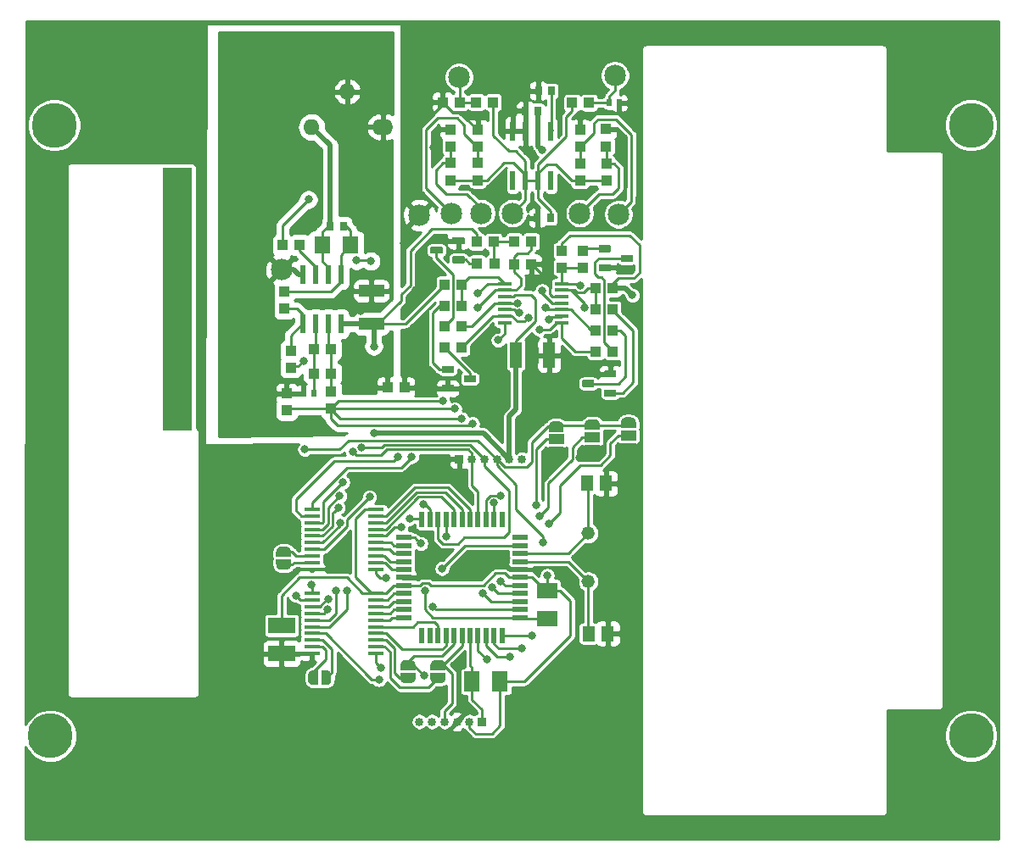
<source format=gbr>
G04 #@! TF.GenerationSoftware,KiCad,Pcbnew,(5.1.2)-2*
G04 #@! TF.CreationDate,2022-01-19T07:15:10-03:00*
G04 #@! TF.ProjectId,MAG_Plus,4d41475f-506c-4757-932e-6b696361645f,rev?*
G04 #@! TF.SameCoordinates,Original*
G04 #@! TF.FileFunction,Copper,L1,Top*
G04 #@! TF.FilePolarity,Positive*
%FSLAX46Y46*%
G04 Gerber Fmt 4.6, Leading zero omitted, Abs format (unit mm)*
G04 Created by KiCad (PCBNEW (5.1.2)-2) date 2022-01-19 07:15:10*
%MOMM*%
%LPD*%
G04 APERTURE LIST*
%ADD10R,1.600000X0.357500*%
%ADD11R,1.000000X1.100000*%
%ADD12C,0.100000*%
%ADD13C,0.690000*%
%ADD14R,1.422400X0.355600*%
%ADD15R,0.700000X0.900000*%
%ADD16R,0.558800X1.981200*%
%ADD17C,2.159000*%
%ADD18R,3.000000X26.300000*%
%ADD19C,4.500000*%
%ADD20R,2.500000X1.200000*%
%ADD21R,1.200000X2.500000*%
%ADD22R,1.100000X1.000000*%
%ADD23R,0.600000X0.700000*%
%ADD24R,1.600000X1.803000*%
%ADD25R,2.700000X1.600000*%
%ADD26R,1.300000X1.500000*%
%ADD27R,1.500000X0.500000*%
%ADD28R,0.500000X1.500000*%
%ADD29C,1.320800*%
%ADD30R,1.600000X2.000000*%
%ADD31R,2.000000X1.600000*%
%ADD32C,0.500000*%
%ADD33R,0.850000X0.850000*%
%ADD34C,0.850000*%
%ADD35R,1.500000X1.000000*%
%ADD36O,1.600000X1.600000*%
%ADD37O,2.100000X1.600000*%
%ADD38C,0.800000*%
%ADD39C,0.250000*%
%ADD40C,0.500000*%
%ADD41C,0.254000*%
G04 APERTURE END LIST*
D10*
X47275000Y-61850500D03*
X47275000Y-62517250D03*
X47275000Y-61183750D03*
X47275000Y-63184000D03*
X47275000Y-63850750D03*
X47275000Y-64517500D03*
X47275000Y-65184250D03*
X47275000Y-65851000D03*
X47275000Y-66517750D03*
X47275000Y-67184500D03*
X40925000Y-61183750D03*
X40925000Y-61850500D03*
X40925000Y-62517250D03*
X40925000Y-63184000D03*
X40925000Y-63850750D03*
X40925000Y-64517500D03*
X40925000Y-65184250D03*
X40925000Y-65851000D03*
X40925000Y-66517750D03*
X40925000Y-67184500D03*
X40925000Y-75584500D03*
X40925000Y-74917750D03*
X40925000Y-74251000D03*
X40925000Y-73584250D03*
X40925000Y-72917500D03*
X40925000Y-72250750D03*
X40925000Y-71584000D03*
X40925000Y-70917250D03*
X40925000Y-70250500D03*
X40925000Y-69583750D03*
X47275000Y-75584500D03*
X47275000Y-74917750D03*
X47275000Y-74251000D03*
X47275000Y-73584250D03*
X47275000Y-72917500D03*
X47275000Y-72250750D03*
X47275000Y-71584000D03*
X47275000Y-69583750D03*
X47275000Y-70917250D03*
X47275000Y-70250500D03*
D11*
X53960000Y-20530000D03*
X55660000Y-20530000D03*
X59020000Y-20520000D03*
X57320000Y-20520000D03*
D12*
G36*
X53877204Y-34955415D02*
G01*
X53885577Y-34956657D01*
X53893787Y-34958714D01*
X53901756Y-34961565D01*
X53909408Y-34965184D01*
X53916668Y-34969536D01*
X53923466Y-34974578D01*
X53929738Y-34980262D01*
X53935422Y-34986534D01*
X53940464Y-34993332D01*
X53944816Y-35000592D01*
X53948435Y-35008244D01*
X53951286Y-35016213D01*
X53953343Y-35024423D01*
X53954585Y-35032796D01*
X53955000Y-35041250D01*
X53955000Y-35558750D01*
X53954585Y-35567204D01*
X53953343Y-35575577D01*
X53951286Y-35583787D01*
X53948435Y-35591756D01*
X53944816Y-35599408D01*
X53940464Y-35606668D01*
X53935422Y-35613466D01*
X53929738Y-35619738D01*
X53923466Y-35625422D01*
X53916668Y-35630464D01*
X53909408Y-35634816D01*
X53901756Y-35638435D01*
X53893787Y-35641286D01*
X53885577Y-35643343D01*
X53877204Y-35644585D01*
X53868750Y-35645000D01*
X52831250Y-35645000D01*
X52822796Y-35644585D01*
X52814423Y-35643343D01*
X52806213Y-35641286D01*
X52798244Y-35638435D01*
X52790592Y-35634816D01*
X52783332Y-35630464D01*
X52776534Y-35625422D01*
X52770262Y-35619738D01*
X52764578Y-35613466D01*
X52759536Y-35606668D01*
X52755184Y-35599408D01*
X52751565Y-35591756D01*
X52748714Y-35583787D01*
X52746657Y-35575577D01*
X52745415Y-35567204D01*
X52745000Y-35558750D01*
X52745000Y-35041250D01*
X52745415Y-35032796D01*
X52746657Y-35024423D01*
X52748714Y-35016213D01*
X52751565Y-35008244D01*
X52755184Y-35000592D01*
X52759536Y-34993332D01*
X52764578Y-34986534D01*
X52770262Y-34980262D01*
X52776534Y-34974578D01*
X52783332Y-34969536D01*
X52790592Y-34965184D01*
X52798244Y-34961565D01*
X52806213Y-34958714D01*
X52814423Y-34956657D01*
X52822796Y-34955415D01*
X52831250Y-34955000D01*
X53868750Y-34955000D01*
X53877204Y-34955415D01*
X53877204Y-34955415D01*
G37*
D13*
X53350000Y-35300000D03*
D12*
G36*
X56077204Y-34005415D02*
G01*
X56085577Y-34006657D01*
X56093787Y-34008714D01*
X56101756Y-34011565D01*
X56109408Y-34015184D01*
X56116668Y-34019536D01*
X56123466Y-34024578D01*
X56129738Y-34030262D01*
X56135422Y-34036534D01*
X56140464Y-34043332D01*
X56144816Y-34050592D01*
X56148435Y-34058244D01*
X56151286Y-34066213D01*
X56153343Y-34074423D01*
X56154585Y-34082796D01*
X56155000Y-34091250D01*
X56155000Y-34608750D01*
X56154585Y-34617204D01*
X56153343Y-34625577D01*
X56151286Y-34633787D01*
X56148435Y-34641756D01*
X56144816Y-34649408D01*
X56140464Y-34656668D01*
X56135422Y-34663466D01*
X56129738Y-34669738D01*
X56123466Y-34675422D01*
X56116668Y-34680464D01*
X56109408Y-34684816D01*
X56101756Y-34688435D01*
X56093787Y-34691286D01*
X56085577Y-34693343D01*
X56077204Y-34694585D01*
X56068750Y-34695000D01*
X55031250Y-34695000D01*
X55022796Y-34694585D01*
X55014423Y-34693343D01*
X55006213Y-34691286D01*
X54998244Y-34688435D01*
X54990592Y-34684816D01*
X54983332Y-34680464D01*
X54976534Y-34675422D01*
X54970262Y-34669738D01*
X54964578Y-34663466D01*
X54959536Y-34656668D01*
X54955184Y-34649408D01*
X54951565Y-34641756D01*
X54948714Y-34633787D01*
X54946657Y-34625577D01*
X54945415Y-34617204D01*
X54945000Y-34608750D01*
X54945000Y-34091250D01*
X54945415Y-34082796D01*
X54946657Y-34074423D01*
X54948714Y-34066213D01*
X54951565Y-34058244D01*
X54955184Y-34050592D01*
X54959536Y-34043332D01*
X54964578Y-34036534D01*
X54970262Y-34030262D01*
X54976534Y-34024578D01*
X54983332Y-34019536D01*
X54990592Y-34015184D01*
X54998244Y-34011565D01*
X55006213Y-34008714D01*
X55014423Y-34006657D01*
X55022796Y-34005415D01*
X55031250Y-34005000D01*
X56068750Y-34005000D01*
X56077204Y-34005415D01*
X56077204Y-34005415D01*
G37*
D13*
X55550000Y-34350000D03*
D12*
G36*
X56077204Y-35905415D02*
G01*
X56085577Y-35906657D01*
X56093787Y-35908714D01*
X56101756Y-35911565D01*
X56109408Y-35915184D01*
X56116668Y-35919536D01*
X56123466Y-35924578D01*
X56129738Y-35930262D01*
X56135422Y-35936534D01*
X56140464Y-35943332D01*
X56144816Y-35950592D01*
X56148435Y-35958244D01*
X56151286Y-35966213D01*
X56153343Y-35974423D01*
X56154585Y-35982796D01*
X56155000Y-35991250D01*
X56155000Y-36508750D01*
X56154585Y-36517204D01*
X56153343Y-36525577D01*
X56151286Y-36533787D01*
X56148435Y-36541756D01*
X56144816Y-36549408D01*
X56140464Y-36556668D01*
X56135422Y-36563466D01*
X56129738Y-36569738D01*
X56123466Y-36575422D01*
X56116668Y-36580464D01*
X56109408Y-36584816D01*
X56101756Y-36588435D01*
X56093787Y-36591286D01*
X56085577Y-36593343D01*
X56077204Y-36594585D01*
X56068750Y-36595000D01*
X55031250Y-36595000D01*
X55022796Y-36594585D01*
X55014423Y-36593343D01*
X55006213Y-36591286D01*
X54998244Y-36588435D01*
X54990592Y-36584816D01*
X54983332Y-36580464D01*
X54976534Y-36575422D01*
X54970262Y-36569738D01*
X54964578Y-36563466D01*
X54959536Y-36556668D01*
X54955184Y-36549408D01*
X54951565Y-36541756D01*
X54948714Y-36533787D01*
X54946657Y-36525577D01*
X54945415Y-36517204D01*
X54945000Y-36508750D01*
X54945000Y-35991250D01*
X54945415Y-35982796D01*
X54946657Y-35974423D01*
X54948714Y-35966213D01*
X54951565Y-35958244D01*
X54955184Y-35950592D01*
X54959536Y-35943332D01*
X54964578Y-35936534D01*
X54970262Y-35930262D01*
X54976534Y-35924578D01*
X54983332Y-35919536D01*
X54990592Y-35915184D01*
X54998244Y-35911565D01*
X55006213Y-35908714D01*
X55014423Y-35906657D01*
X55022796Y-35905415D01*
X55031250Y-35905000D01*
X56068750Y-35905000D01*
X56077204Y-35905415D01*
X56077204Y-35905415D01*
G37*
D13*
X55550000Y-36250000D03*
D12*
G36*
X70677204Y-34805415D02*
G01*
X70685577Y-34806657D01*
X70693787Y-34808714D01*
X70701756Y-34811565D01*
X70709408Y-34815184D01*
X70716668Y-34819536D01*
X70723466Y-34824578D01*
X70729738Y-34830262D01*
X70735422Y-34836534D01*
X70740464Y-34843332D01*
X70744816Y-34850592D01*
X70748435Y-34858244D01*
X70751286Y-34866213D01*
X70753343Y-34874423D01*
X70754585Y-34882796D01*
X70755000Y-34891250D01*
X70755000Y-35408750D01*
X70754585Y-35417204D01*
X70753343Y-35425577D01*
X70751286Y-35433787D01*
X70748435Y-35441756D01*
X70744816Y-35449408D01*
X70740464Y-35456668D01*
X70735422Y-35463466D01*
X70729738Y-35469738D01*
X70723466Y-35475422D01*
X70716668Y-35480464D01*
X70709408Y-35484816D01*
X70701756Y-35488435D01*
X70693787Y-35491286D01*
X70685577Y-35493343D01*
X70677204Y-35494585D01*
X70668750Y-35495000D01*
X69631250Y-35495000D01*
X69622796Y-35494585D01*
X69614423Y-35493343D01*
X69606213Y-35491286D01*
X69598244Y-35488435D01*
X69590592Y-35484816D01*
X69583332Y-35480464D01*
X69576534Y-35475422D01*
X69570262Y-35469738D01*
X69564578Y-35463466D01*
X69559536Y-35456668D01*
X69555184Y-35449408D01*
X69551565Y-35441756D01*
X69548714Y-35433787D01*
X69546657Y-35425577D01*
X69545415Y-35417204D01*
X69545000Y-35408750D01*
X69545000Y-34891250D01*
X69545415Y-34882796D01*
X69546657Y-34874423D01*
X69548714Y-34866213D01*
X69551565Y-34858244D01*
X69555184Y-34850592D01*
X69559536Y-34843332D01*
X69564578Y-34836534D01*
X69570262Y-34830262D01*
X69576534Y-34824578D01*
X69583332Y-34819536D01*
X69590592Y-34815184D01*
X69598244Y-34811565D01*
X69606213Y-34808714D01*
X69614423Y-34806657D01*
X69622796Y-34805415D01*
X69631250Y-34805000D01*
X70668750Y-34805000D01*
X70677204Y-34805415D01*
X70677204Y-34805415D01*
G37*
D13*
X70150000Y-35150000D03*
D12*
G36*
X70677204Y-36705415D02*
G01*
X70685577Y-36706657D01*
X70693787Y-36708714D01*
X70701756Y-36711565D01*
X70709408Y-36715184D01*
X70716668Y-36719536D01*
X70723466Y-36724578D01*
X70729738Y-36730262D01*
X70735422Y-36736534D01*
X70740464Y-36743332D01*
X70744816Y-36750592D01*
X70748435Y-36758244D01*
X70751286Y-36766213D01*
X70753343Y-36774423D01*
X70754585Y-36782796D01*
X70755000Y-36791250D01*
X70755000Y-37308750D01*
X70754585Y-37317204D01*
X70753343Y-37325577D01*
X70751286Y-37333787D01*
X70748435Y-37341756D01*
X70744816Y-37349408D01*
X70740464Y-37356668D01*
X70735422Y-37363466D01*
X70729738Y-37369738D01*
X70723466Y-37375422D01*
X70716668Y-37380464D01*
X70709408Y-37384816D01*
X70701756Y-37388435D01*
X70693787Y-37391286D01*
X70685577Y-37393343D01*
X70677204Y-37394585D01*
X70668750Y-37395000D01*
X69631250Y-37395000D01*
X69622796Y-37394585D01*
X69614423Y-37393343D01*
X69606213Y-37391286D01*
X69598244Y-37388435D01*
X69590592Y-37384816D01*
X69583332Y-37380464D01*
X69576534Y-37375422D01*
X69570262Y-37369738D01*
X69564578Y-37363466D01*
X69559536Y-37356668D01*
X69555184Y-37349408D01*
X69551565Y-37341756D01*
X69548714Y-37333787D01*
X69546657Y-37325577D01*
X69545415Y-37317204D01*
X69545000Y-37308750D01*
X69545000Y-36791250D01*
X69545415Y-36782796D01*
X69546657Y-36774423D01*
X69548714Y-36766213D01*
X69551565Y-36758244D01*
X69555184Y-36750592D01*
X69559536Y-36743332D01*
X69564578Y-36736534D01*
X69570262Y-36730262D01*
X69576534Y-36724578D01*
X69583332Y-36719536D01*
X69590592Y-36715184D01*
X69598244Y-36711565D01*
X69606213Y-36708714D01*
X69614423Y-36706657D01*
X69622796Y-36705415D01*
X69631250Y-36705000D01*
X70668750Y-36705000D01*
X70677204Y-36705415D01*
X70677204Y-36705415D01*
G37*
D13*
X70150000Y-37050000D03*
D12*
G36*
X72877204Y-35755415D02*
G01*
X72885577Y-35756657D01*
X72893787Y-35758714D01*
X72901756Y-35761565D01*
X72909408Y-35765184D01*
X72916668Y-35769536D01*
X72923466Y-35774578D01*
X72929738Y-35780262D01*
X72935422Y-35786534D01*
X72940464Y-35793332D01*
X72944816Y-35800592D01*
X72948435Y-35808244D01*
X72951286Y-35816213D01*
X72953343Y-35824423D01*
X72954585Y-35832796D01*
X72955000Y-35841250D01*
X72955000Y-36358750D01*
X72954585Y-36367204D01*
X72953343Y-36375577D01*
X72951286Y-36383787D01*
X72948435Y-36391756D01*
X72944816Y-36399408D01*
X72940464Y-36406668D01*
X72935422Y-36413466D01*
X72929738Y-36419738D01*
X72923466Y-36425422D01*
X72916668Y-36430464D01*
X72909408Y-36434816D01*
X72901756Y-36438435D01*
X72893787Y-36441286D01*
X72885577Y-36443343D01*
X72877204Y-36444585D01*
X72868750Y-36445000D01*
X71831250Y-36445000D01*
X71822796Y-36444585D01*
X71814423Y-36443343D01*
X71806213Y-36441286D01*
X71798244Y-36438435D01*
X71790592Y-36434816D01*
X71783332Y-36430464D01*
X71776534Y-36425422D01*
X71770262Y-36419738D01*
X71764578Y-36413466D01*
X71759536Y-36406668D01*
X71755184Y-36399408D01*
X71751565Y-36391756D01*
X71748714Y-36383787D01*
X71746657Y-36375577D01*
X71745415Y-36367204D01*
X71745000Y-36358750D01*
X71745000Y-35841250D01*
X71745415Y-35832796D01*
X71746657Y-35824423D01*
X71748714Y-35816213D01*
X71751565Y-35808244D01*
X71755184Y-35800592D01*
X71759536Y-35793332D01*
X71764578Y-35786534D01*
X71770262Y-35780262D01*
X71776534Y-35774578D01*
X71783332Y-35769536D01*
X71790592Y-35765184D01*
X71798244Y-35761565D01*
X71806213Y-35758714D01*
X71814423Y-35756657D01*
X71822796Y-35755415D01*
X71831250Y-35755000D01*
X72868750Y-35755000D01*
X72877204Y-35755415D01*
X72877204Y-35755415D01*
G37*
D13*
X72350000Y-36100000D03*
D11*
X55830000Y-40840000D03*
X54130000Y-40840000D03*
D14*
X65844800Y-38624200D03*
X65844800Y-39284600D03*
X65844800Y-39919600D03*
X65844800Y-40580000D03*
X65844800Y-41240400D03*
X65844800Y-41875400D03*
X65844800Y-42535800D03*
X60155200Y-42535800D03*
X60155200Y-41875400D03*
X60155200Y-41240400D03*
X60155200Y-40580000D03*
X60155200Y-39919600D03*
X60155200Y-39284600D03*
X60155200Y-38624200D03*
D15*
X63520000Y-19370000D03*
X64820000Y-19370000D03*
X63500000Y-21360000D03*
X62200000Y-21360000D03*
D16*
X64775000Y-23406200D03*
X63505000Y-23406200D03*
X62235000Y-23406200D03*
X60965000Y-23406200D03*
X60965000Y-28333800D03*
X62235000Y-28333800D03*
X63505000Y-28333800D03*
X64775000Y-28333800D03*
D17*
X55600000Y-18000000D03*
D18*
X27480000Y-40160000D03*
D19*
X106700000Y-83810000D03*
X106700000Y-22810000D03*
X15200000Y-22800000D03*
X14810000Y-83820000D03*
D20*
X46850000Y-42650000D03*
X46850000Y-39350000D03*
D21*
X61280000Y-45780000D03*
X64580000Y-45780000D03*
D15*
X64720000Y-32070000D03*
X63420000Y-32070000D03*
X42750000Y-32900000D03*
X44050000Y-32900000D03*
D11*
X38150000Y-39450000D03*
X38150000Y-41150000D03*
D22*
X42850000Y-47600000D03*
X41150000Y-47600000D03*
D11*
X42850000Y-51150000D03*
X42850000Y-49450000D03*
D22*
X62800000Y-36700000D03*
X61100000Y-36700000D03*
D11*
X38000000Y-34800000D03*
X39700000Y-34800000D03*
D23*
X41100000Y-49600000D03*
X40100000Y-49600000D03*
D11*
X66890000Y-20560000D03*
X68590000Y-20560000D03*
D23*
X71590000Y-20580000D03*
X70590000Y-20580000D03*
D24*
X44772000Y-34800000D03*
X41928000Y-34800000D03*
D11*
X42850000Y-45200000D03*
X41150000Y-45200000D03*
D22*
X38800000Y-47050000D03*
X38800000Y-45350000D03*
X38400000Y-49600000D03*
X38400000Y-51300000D03*
D11*
X54130000Y-42940000D03*
X55830000Y-42940000D03*
X70940000Y-45420000D03*
X69240000Y-45420000D03*
X59050000Y-34440000D03*
X57350000Y-34440000D03*
X59110000Y-36630000D03*
X57410000Y-36630000D03*
D22*
X65850000Y-35350000D03*
X65850000Y-37050000D03*
X67950000Y-37050000D03*
X67950000Y-35350000D03*
D11*
X62800000Y-34430000D03*
X61100000Y-34430000D03*
X54130000Y-45040000D03*
X55830000Y-45040000D03*
X70940000Y-43320000D03*
X69240000Y-43320000D03*
X55830000Y-38740000D03*
X54130000Y-38740000D03*
X69240000Y-39110000D03*
X70940000Y-39110000D03*
X69240000Y-41220000D03*
X70940000Y-41220000D03*
D17*
X51650000Y-31800000D03*
X60950000Y-31600000D03*
X71150000Y-17850000D03*
X54800000Y-31600000D03*
X57800000Y-31600000D03*
X67650000Y-31600000D03*
X71500000Y-31700000D03*
D16*
X43805000Y-42663800D03*
X42535000Y-42663800D03*
X41265000Y-42663800D03*
X39995000Y-42663800D03*
X39995000Y-37736200D03*
X41265000Y-37736200D03*
X42535000Y-37736200D03*
X43805000Y-37736200D03*
D12*
G36*
X55007204Y-46845415D02*
G01*
X55015577Y-46846657D01*
X55023787Y-46848714D01*
X55031756Y-46851565D01*
X55039408Y-46855184D01*
X55046668Y-46859536D01*
X55053466Y-46864578D01*
X55059738Y-46870262D01*
X55065422Y-46876534D01*
X55070464Y-46883332D01*
X55074816Y-46890592D01*
X55078435Y-46898244D01*
X55081286Y-46906213D01*
X55083343Y-46914423D01*
X55084585Y-46922796D01*
X55085000Y-46931250D01*
X55085000Y-47448750D01*
X55084585Y-47457204D01*
X55083343Y-47465577D01*
X55081286Y-47473787D01*
X55078435Y-47481756D01*
X55074816Y-47489408D01*
X55070464Y-47496668D01*
X55065422Y-47503466D01*
X55059738Y-47509738D01*
X55053466Y-47515422D01*
X55046668Y-47520464D01*
X55039408Y-47524816D01*
X55031756Y-47528435D01*
X55023787Y-47531286D01*
X55015577Y-47533343D01*
X55007204Y-47534585D01*
X54998750Y-47535000D01*
X53961250Y-47535000D01*
X53952796Y-47534585D01*
X53944423Y-47533343D01*
X53936213Y-47531286D01*
X53928244Y-47528435D01*
X53920592Y-47524816D01*
X53913332Y-47520464D01*
X53906534Y-47515422D01*
X53900262Y-47509738D01*
X53894578Y-47503466D01*
X53889536Y-47496668D01*
X53885184Y-47489408D01*
X53881565Y-47481756D01*
X53878714Y-47473787D01*
X53876657Y-47465577D01*
X53875415Y-47457204D01*
X53875000Y-47448750D01*
X53875000Y-46931250D01*
X53875415Y-46922796D01*
X53876657Y-46914423D01*
X53878714Y-46906213D01*
X53881565Y-46898244D01*
X53885184Y-46890592D01*
X53889536Y-46883332D01*
X53894578Y-46876534D01*
X53900262Y-46870262D01*
X53906534Y-46864578D01*
X53913332Y-46859536D01*
X53920592Y-46855184D01*
X53928244Y-46851565D01*
X53936213Y-46848714D01*
X53944423Y-46846657D01*
X53952796Y-46845415D01*
X53961250Y-46845000D01*
X54998750Y-46845000D01*
X55007204Y-46845415D01*
X55007204Y-46845415D01*
G37*
D13*
X54480000Y-47190000D03*
D12*
G36*
X55007204Y-48745415D02*
G01*
X55015577Y-48746657D01*
X55023787Y-48748714D01*
X55031756Y-48751565D01*
X55039408Y-48755184D01*
X55046668Y-48759536D01*
X55053466Y-48764578D01*
X55059738Y-48770262D01*
X55065422Y-48776534D01*
X55070464Y-48783332D01*
X55074816Y-48790592D01*
X55078435Y-48798244D01*
X55081286Y-48806213D01*
X55083343Y-48814423D01*
X55084585Y-48822796D01*
X55085000Y-48831250D01*
X55085000Y-49348750D01*
X55084585Y-49357204D01*
X55083343Y-49365577D01*
X55081286Y-49373787D01*
X55078435Y-49381756D01*
X55074816Y-49389408D01*
X55070464Y-49396668D01*
X55065422Y-49403466D01*
X55059738Y-49409738D01*
X55053466Y-49415422D01*
X55046668Y-49420464D01*
X55039408Y-49424816D01*
X55031756Y-49428435D01*
X55023787Y-49431286D01*
X55015577Y-49433343D01*
X55007204Y-49434585D01*
X54998750Y-49435000D01*
X53961250Y-49435000D01*
X53952796Y-49434585D01*
X53944423Y-49433343D01*
X53936213Y-49431286D01*
X53928244Y-49428435D01*
X53920592Y-49424816D01*
X53913332Y-49420464D01*
X53906534Y-49415422D01*
X53900262Y-49409738D01*
X53894578Y-49403466D01*
X53889536Y-49396668D01*
X53885184Y-49389408D01*
X53881565Y-49381756D01*
X53878714Y-49373787D01*
X53876657Y-49365577D01*
X53875415Y-49357204D01*
X53875000Y-49348750D01*
X53875000Y-48831250D01*
X53875415Y-48822796D01*
X53876657Y-48814423D01*
X53878714Y-48806213D01*
X53881565Y-48798244D01*
X53885184Y-48790592D01*
X53889536Y-48783332D01*
X53894578Y-48776534D01*
X53900262Y-48770262D01*
X53906534Y-48764578D01*
X53913332Y-48759536D01*
X53920592Y-48755184D01*
X53928244Y-48751565D01*
X53936213Y-48748714D01*
X53944423Y-48746657D01*
X53952796Y-48745415D01*
X53961250Y-48745000D01*
X54998750Y-48745000D01*
X55007204Y-48745415D01*
X55007204Y-48745415D01*
G37*
D13*
X54480000Y-49090000D03*
D12*
G36*
X57207204Y-47795415D02*
G01*
X57215577Y-47796657D01*
X57223787Y-47798714D01*
X57231756Y-47801565D01*
X57239408Y-47805184D01*
X57246668Y-47809536D01*
X57253466Y-47814578D01*
X57259738Y-47820262D01*
X57265422Y-47826534D01*
X57270464Y-47833332D01*
X57274816Y-47840592D01*
X57278435Y-47848244D01*
X57281286Y-47856213D01*
X57283343Y-47864423D01*
X57284585Y-47872796D01*
X57285000Y-47881250D01*
X57285000Y-48398750D01*
X57284585Y-48407204D01*
X57283343Y-48415577D01*
X57281286Y-48423787D01*
X57278435Y-48431756D01*
X57274816Y-48439408D01*
X57270464Y-48446668D01*
X57265422Y-48453466D01*
X57259738Y-48459738D01*
X57253466Y-48465422D01*
X57246668Y-48470464D01*
X57239408Y-48474816D01*
X57231756Y-48478435D01*
X57223787Y-48481286D01*
X57215577Y-48483343D01*
X57207204Y-48484585D01*
X57198750Y-48485000D01*
X56161250Y-48485000D01*
X56152796Y-48484585D01*
X56144423Y-48483343D01*
X56136213Y-48481286D01*
X56128244Y-48478435D01*
X56120592Y-48474816D01*
X56113332Y-48470464D01*
X56106534Y-48465422D01*
X56100262Y-48459738D01*
X56094578Y-48453466D01*
X56089536Y-48446668D01*
X56085184Y-48439408D01*
X56081565Y-48431756D01*
X56078714Y-48423787D01*
X56076657Y-48415577D01*
X56075415Y-48407204D01*
X56075000Y-48398750D01*
X56075000Y-47881250D01*
X56075415Y-47872796D01*
X56076657Y-47864423D01*
X56078714Y-47856213D01*
X56081565Y-47848244D01*
X56085184Y-47840592D01*
X56089536Y-47833332D01*
X56094578Y-47826534D01*
X56100262Y-47820262D01*
X56106534Y-47814578D01*
X56113332Y-47809536D01*
X56120592Y-47805184D01*
X56128244Y-47801565D01*
X56136213Y-47798714D01*
X56144423Y-47796657D01*
X56152796Y-47795415D01*
X56161250Y-47795000D01*
X57198750Y-47795000D01*
X57207204Y-47795415D01*
X57207204Y-47795415D01*
G37*
D13*
X56680000Y-48140000D03*
D12*
G36*
X69017204Y-48275415D02*
G01*
X69025577Y-48276657D01*
X69033787Y-48278714D01*
X69041756Y-48281565D01*
X69049408Y-48285184D01*
X69056668Y-48289536D01*
X69063466Y-48294578D01*
X69069738Y-48300262D01*
X69075422Y-48306534D01*
X69080464Y-48313332D01*
X69084816Y-48320592D01*
X69088435Y-48328244D01*
X69091286Y-48336213D01*
X69093343Y-48344423D01*
X69094585Y-48352796D01*
X69095000Y-48361250D01*
X69095000Y-48878750D01*
X69094585Y-48887204D01*
X69093343Y-48895577D01*
X69091286Y-48903787D01*
X69088435Y-48911756D01*
X69084816Y-48919408D01*
X69080464Y-48926668D01*
X69075422Y-48933466D01*
X69069738Y-48939738D01*
X69063466Y-48945422D01*
X69056668Y-48950464D01*
X69049408Y-48954816D01*
X69041756Y-48958435D01*
X69033787Y-48961286D01*
X69025577Y-48963343D01*
X69017204Y-48964585D01*
X69008750Y-48965000D01*
X67971250Y-48965000D01*
X67962796Y-48964585D01*
X67954423Y-48963343D01*
X67946213Y-48961286D01*
X67938244Y-48958435D01*
X67930592Y-48954816D01*
X67923332Y-48950464D01*
X67916534Y-48945422D01*
X67910262Y-48939738D01*
X67904578Y-48933466D01*
X67899536Y-48926668D01*
X67895184Y-48919408D01*
X67891565Y-48911756D01*
X67888714Y-48903787D01*
X67886657Y-48895577D01*
X67885415Y-48887204D01*
X67885000Y-48878750D01*
X67885000Y-48361250D01*
X67885415Y-48352796D01*
X67886657Y-48344423D01*
X67888714Y-48336213D01*
X67891565Y-48328244D01*
X67895184Y-48320592D01*
X67899536Y-48313332D01*
X67904578Y-48306534D01*
X67910262Y-48300262D01*
X67916534Y-48294578D01*
X67923332Y-48289536D01*
X67930592Y-48285184D01*
X67938244Y-48281565D01*
X67946213Y-48278714D01*
X67954423Y-48276657D01*
X67962796Y-48275415D01*
X67971250Y-48275000D01*
X69008750Y-48275000D01*
X69017204Y-48275415D01*
X69017204Y-48275415D01*
G37*
D13*
X68490000Y-48620000D03*
D12*
G36*
X71217204Y-47325415D02*
G01*
X71225577Y-47326657D01*
X71233787Y-47328714D01*
X71241756Y-47331565D01*
X71249408Y-47335184D01*
X71256668Y-47339536D01*
X71263466Y-47344578D01*
X71269738Y-47350262D01*
X71275422Y-47356534D01*
X71280464Y-47363332D01*
X71284816Y-47370592D01*
X71288435Y-47378244D01*
X71291286Y-47386213D01*
X71293343Y-47394423D01*
X71294585Y-47402796D01*
X71295000Y-47411250D01*
X71295000Y-47928750D01*
X71294585Y-47937204D01*
X71293343Y-47945577D01*
X71291286Y-47953787D01*
X71288435Y-47961756D01*
X71284816Y-47969408D01*
X71280464Y-47976668D01*
X71275422Y-47983466D01*
X71269738Y-47989738D01*
X71263466Y-47995422D01*
X71256668Y-48000464D01*
X71249408Y-48004816D01*
X71241756Y-48008435D01*
X71233787Y-48011286D01*
X71225577Y-48013343D01*
X71217204Y-48014585D01*
X71208750Y-48015000D01*
X70171250Y-48015000D01*
X70162796Y-48014585D01*
X70154423Y-48013343D01*
X70146213Y-48011286D01*
X70138244Y-48008435D01*
X70130592Y-48004816D01*
X70123332Y-48000464D01*
X70116534Y-47995422D01*
X70110262Y-47989738D01*
X70104578Y-47983466D01*
X70099536Y-47976668D01*
X70095184Y-47969408D01*
X70091565Y-47961756D01*
X70088714Y-47953787D01*
X70086657Y-47945577D01*
X70085415Y-47937204D01*
X70085000Y-47928750D01*
X70085000Y-47411250D01*
X70085415Y-47402796D01*
X70086657Y-47394423D01*
X70088714Y-47386213D01*
X70091565Y-47378244D01*
X70095184Y-47370592D01*
X70099536Y-47363332D01*
X70104578Y-47356534D01*
X70110262Y-47350262D01*
X70116534Y-47344578D01*
X70123332Y-47339536D01*
X70130592Y-47335184D01*
X70138244Y-47331565D01*
X70146213Y-47328714D01*
X70154423Y-47326657D01*
X70162796Y-47325415D01*
X70171250Y-47325000D01*
X71208750Y-47325000D01*
X71217204Y-47325415D01*
X71217204Y-47325415D01*
G37*
D13*
X70690000Y-47670000D03*
D12*
G36*
X71217204Y-49225415D02*
G01*
X71225577Y-49226657D01*
X71233787Y-49228714D01*
X71241756Y-49231565D01*
X71249408Y-49235184D01*
X71256668Y-49239536D01*
X71263466Y-49244578D01*
X71269738Y-49250262D01*
X71275422Y-49256534D01*
X71280464Y-49263332D01*
X71284816Y-49270592D01*
X71288435Y-49278244D01*
X71291286Y-49286213D01*
X71293343Y-49294423D01*
X71294585Y-49302796D01*
X71295000Y-49311250D01*
X71295000Y-49828750D01*
X71294585Y-49837204D01*
X71293343Y-49845577D01*
X71291286Y-49853787D01*
X71288435Y-49861756D01*
X71284816Y-49869408D01*
X71280464Y-49876668D01*
X71275422Y-49883466D01*
X71269738Y-49889738D01*
X71263466Y-49895422D01*
X71256668Y-49900464D01*
X71249408Y-49904816D01*
X71241756Y-49908435D01*
X71233787Y-49911286D01*
X71225577Y-49913343D01*
X71217204Y-49914585D01*
X71208750Y-49915000D01*
X70171250Y-49915000D01*
X70162796Y-49914585D01*
X70154423Y-49913343D01*
X70146213Y-49911286D01*
X70138244Y-49908435D01*
X70130592Y-49904816D01*
X70123332Y-49900464D01*
X70116534Y-49895422D01*
X70110262Y-49889738D01*
X70104578Y-49883466D01*
X70099536Y-49876668D01*
X70095184Y-49869408D01*
X70091565Y-49861756D01*
X70088714Y-49853787D01*
X70086657Y-49845577D01*
X70085415Y-49837204D01*
X70085000Y-49828750D01*
X70085000Y-49311250D01*
X70085415Y-49302796D01*
X70086657Y-49294423D01*
X70088714Y-49286213D01*
X70091565Y-49278244D01*
X70095184Y-49270592D01*
X70099536Y-49263332D01*
X70104578Y-49256534D01*
X70110262Y-49250262D01*
X70116534Y-49244578D01*
X70123332Y-49239536D01*
X70130592Y-49235184D01*
X70138244Y-49231565D01*
X70146213Y-49228714D01*
X70154423Y-49226657D01*
X70162796Y-49225415D01*
X70171250Y-49225000D01*
X71208750Y-49225000D01*
X71217204Y-49225415D01*
X71217204Y-49225415D01*
G37*
D13*
X70690000Y-49570000D03*
D17*
X37900000Y-37250000D03*
D22*
X57460000Y-28300000D03*
X57460000Y-26600000D03*
X57460000Y-23280000D03*
X57460000Y-24980000D03*
X54780000Y-28300000D03*
X54780000Y-26600000D03*
X54780000Y-23220000D03*
X54780000Y-24920000D03*
X70290000Y-28370000D03*
X70290000Y-26670000D03*
X70280000Y-23210000D03*
X70280000Y-24910000D03*
X67680000Y-28330000D03*
X67680000Y-26630000D03*
X67690000Y-23240000D03*
X67690000Y-24940000D03*
D25*
X37900000Y-72800000D03*
X37900000Y-75600000D03*
D26*
X70250000Y-58600000D03*
X68350000Y-58600000D03*
X68550000Y-73600000D03*
X70450000Y-73600000D03*
D27*
X50100000Y-64000000D03*
X50100000Y-64800000D03*
X50100000Y-65600000D03*
X50100000Y-66400000D03*
X50100000Y-67200000D03*
X50100000Y-68000000D03*
X50100000Y-68800000D03*
X50100000Y-69600000D03*
X50100000Y-70400000D03*
X50100000Y-71200000D03*
X50100000Y-72000000D03*
D28*
X51900000Y-73800000D03*
X52700000Y-73800000D03*
X53500000Y-73800000D03*
X54300000Y-73800000D03*
X55100000Y-73800000D03*
X55900000Y-73800000D03*
X56700000Y-73800000D03*
X57500000Y-73800000D03*
X58300000Y-73800000D03*
X59100000Y-73800000D03*
X59900000Y-73800000D03*
D27*
X61700000Y-72000000D03*
X61700000Y-71200000D03*
X61700000Y-70400000D03*
X61700000Y-69600000D03*
X61700000Y-68800000D03*
X61700000Y-68000000D03*
X61700000Y-67200000D03*
X61700000Y-66400000D03*
X61700000Y-65600000D03*
X61700000Y-64800000D03*
X61700000Y-64000000D03*
D28*
X59900000Y-62200000D03*
X59100000Y-62200000D03*
X58300000Y-62200000D03*
X57500000Y-62200000D03*
X56700000Y-62200000D03*
X55900000Y-62200000D03*
X55100000Y-62200000D03*
X54300000Y-62200000D03*
X53500000Y-62200000D03*
X52700000Y-62200000D03*
X51900000Y-62200000D03*
D29*
X68500000Y-68413000D03*
X68500000Y-63587000D03*
D30*
X56900000Y-78400000D03*
X59700000Y-78400000D03*
D31*
X64400000Y-72100000D03*
X64400000Y-69300000D03*
D32*
X50500000Y-78050000D03*
D12*
G36*
X51250000Y-77550000D02*
G01*
X51250000Y-78050000D01*
X51249398Y-78050000D01*
X51249398Y-78074534D01*
X51244588Y-78123365D01*
X51235016Y-78171490D01*
X51220772Y-78218445D01*
X51201995Y-78263778D01*
X51178864Y-78307051D01*
X51151604Y-78347850D01*
X51120476Y-78385779D01*
X51085779Y-78420476D01*
X51047850Y-78451604D01*
X51007051Y-78478864D01*
X50963778Y-78501995D01*
X50918445Y-78520772D01*
X50871490Y-78535016D01*
X50823365Y-78544588D01*
X50774534Y-78549398D01*
X50750000Y-78549398D01*
X50750000Y-78550000D01*
X50250000Y-78550000D01*
X50250000Y-78549398D01*
X50225466Y-78549398D01*
X50176635Y-78544588D01*
X50128510Y-78535016D01*
X50081555Y-78520772D01*
X50036222Y-78501995D01*
X49992949Y-78478864D01*
X49952150Y-78451604D01*
X49914221Y-78420476D01*
X49879524Y-78385779D01*
X49848396Y-78347850D01*
X49821136Y-78307051D01*
X49798005Y-78263778D01*
X49779228Y-78218445D01*
X49764984Y-78171490D01*
X49755412Y-78123365D01*
X49750602Y-78074534D01*
X49750602Y-78050000D01*
X49750000Y-78050000D01*
X49750000Y-77550000D01*
X51250000Y-77550000D01*
X51250000Y-77550000D01*
G37*
D32*
X50500000Y-76750000D03*
D12*
G36*
X49750602Y-76750000D02*
G01*
X49750602Y-76725466D01*
X49755412Y-76676635D01*
X49764984Y-76628510D01*
X49779228Y-76581555D01*
X49798005Y-76536222D01*
X49821136Y-76492949D01*
X49848396Y-76452150D01*
X49879524Y-76414221D01*
X49914221Y-76379524D01*
X49952150Y-76348396D01*
X49992949Y-76321136D01*
X50036222Y-76298005D01*
X50081555Y-76279228D01*
X50128510Y-76264984D01*
X50176635Y-76255412D01*
X50225466Y-76250602D01*
X50250000Y-76250602D01*
X50250000Y-76250000D01*
X50750000Y-76250000D01*
X50750000Y-76250602D01*
X50774534Y-76250602D01*
X50823365Y-76255412D01*
X50871490Y-76264984D01*
X50918445Y-76279228D01*
X50963778Y-76298005D01*
X51007051Y-76321136D01*
X51047850Y-76348396D01*
X51085779Y-76379524D01*
X51120476Y-76414221D01*
X51151604Y-76452150D01*
X51178864Y-76492949D01*
X51201995Y-76536222D01*
X51220772Y-76581555D01*
X51235016Y-76628510D01*
X51244588Y-76676635D01*
X51249398Y-76725466D01*
X51249398Y-76750000D01*
X51250000Y-76750000D01*
X51250000Y-77250000D01*
X49750000Y-77250000D01*
X49750000Y-76750000D01*
X49750602Y-76750000D01*
X49750602Y-76750000D01*
G37*
D32*
X53500000Y-76750000D03*
D12*
G36*
X52750602Y-76750000D02*
G01*
X52750602Y-76725466D01*
X52755412Y-76676635D01*
X52764984Y-76628510D01*
X52779228Y-76581555D01*
X52798005Y-76536222D01*
X52821136Y-76492949D01*
X52848396Y-76452150D01*
X52879524Y-76414221D01*
X52914221Y-76379524D01*
X52952150Y-76348396D01*
X52992949Y-76321136D01*
X53036222Y-76298005D01*
X53081555Y-76279228D01*
X53128510Y-76264984D01*
X53176635Y-76255412D01*
X53225466Y-76250602D01*
X53250000Y-76250602D01*
X53250000Y-76250000D01*
X53750000Y-76250000D01*
X53750000Y-76250602D01*
X53774534Y-76250602D01*
X53823365Y-76255412D01*
X53871490Y-76264984D01*
X53918445Y-76279228D01*
X53963778Y-76298005D01*
X54007051Y-76321136D01*
X54047850Y-76348396D01*
X54085779Y-76379524D01*
X54120476Y-76414221D01*
X54151604Y-76452150D01*
X54178864Y-76492949D01*
X54201995Y-76536222D01*
X54220772Y-76581555D01*
X54235016Y-76628510D01*
X54244588Y-76676635D01*
X54249398Y-76725466D01*
X54249398Y-76750000D01*
X54250000Y-76750000D01*
X54250000Y-77250000D01*
X52750000Y-77250000D01*
X52750000Y-76750000D01*
X52750602Y-76750000D01*
X52750602Y-76750000D01*
G37*
D32*
X53500000Y-78050000D03*
D12*
G36*
X54250000Y-77550000D02*
G01*
X54250000Y-78050000D01*
X54249398Y-78050000D01*
X54249398Y-78074534D01*
X54244588Y-78123365D01*
X54235016Y-78171490D01*
X54220772Y-78218445D01*
X54201995Y-78263778D01*
X54178864Y-78307051D01*
X54151604Y-78347850D01*
X54120476Y-78385779D01*
X54085779Y-78420476D01*
X54047850Y-78451604D01*
X54007051Y-78478864D01*
X53963778Y-78501995D01*
X53918445Y-78520772D01*
X53871490Y-78535016D01*
X53823365Y-78544588D01*
X53774534Y-78549398D01*
X53750000Y-78549398D01*
X53750000Y-78550000D01*
X53250000Y-78550000D01*
X53250000Y-78549398D01*
X53225466Y-78549398D01*
X53176635Y-78544588D01*
X53128510Y-78535016D01*
X53081555Y-78520772D01*
X53036222Y-78501995D01*
X52992949Y-78478864D01*
X52952150Y-78451604D01*
X52914221Y-78420476D01*
X52879524Y-78385779D01*
X52848396Y-78347850D01*
X52821136Y-78307051D01*
X52798005Y-78263778D01*
X52779228Y-78218445D01*
X52764984Y-78171490D01*
X52755412Y-78123365D01*
X52750602Y-78074534D01*
X52750602Y-78050000D01*
X52750000Y-78050000D01*
X52750000Y-77550000D01*
X54250000Y-77550000D01*
X54250000Y-77550000D01*
G37*
D32*
X41050000Y-78000000D03*
D12*
G36*
X41550000Y-78750000D02*
G01*
X41050000Y-78750000D01*
X41050000Y-78749398D01*
X41025466Y-78749398D01*
X40976635Y-78744588D01*
X40928510Y-78735016D01*
X40881555Y-78720772D01*
X40836222Y-78701995D01*
X40792949Y-78678864D01*
X40752150Y-78651604D01*
X40714221Y-78620476D01*
X40679524Y-78585779D01*
X40648396Y-78547850D01*
X40621136Y-78507051D01*
X40598005Y-78463778D01*
X40579228Y-78418445D01*
X40564984Y-78371490D01*
X40555412Y-78323365D01*
X40550602Y-78274534D01*
X40550602Y-78250000D01*
X40550000Y-78250000D01*
X40550000Y-77750000D01*
X40550602Y-77750000D01*
X40550602Y-77725466D01*
X40555412Y-77676635D01*
X40564984Y-77628510D01*
X40579228Y-77581555D01*
X40598005Y-77536222D01*
X40621136Y-77492949D01*
X40648396Y-77452150D01*
X40679524Y-77414221D01*
X40714221Y-77379524D01*
X40752150Y-77348396D01*
X40792949Y-77321136D01*
X40836222Y-77298005D01*
X40881555Y-77279228D01*
X40928510Y-77264984D01*
X40976635Y-77255412D01*
X41025466Y-77250602D01*
X41050000Y-77250602D01*
X41050000Y-77250000D01*
X41550000Y-77250000D01*
X41550000Y-78750000D01*
X41550000Y-78750000D01*
G37*
D32*
X42350000Y-78000000D03*
D12*
G36*
X42350000Y-77250602D02*
G01*
X42374534Y-77250602D01*
X42423365Y-77255412D01*
X42471490Y-77264984D01*
X42518445Y-77279228D01*
X42563778Y-77298005D01*
X42607051Y-77321136D01*
X42647850Y-77348396D01*
X42685779Y-77379524D01*
X42720476Y-77414221D01*
X42751604Y-77452150D01*
X42778864Y-77492949D01*
X42801995Y-77536222D01*
X42820772Y-77581555D01*
X42835016Y-77628510D01*
X42844588Y-77676635D01*
X42849398Y-77725466D01*
X42849398Y-77750000D01*
X42850000Y-77750000D01*
X42850000Y-78250000D01*
X42849398Y-78250000D01*
X42849398Y-78274534D01*
X42844588Y-78323365D01*
X42835016Y-78371490D01*
X42820772Y-78418445D01*
X42801995Y-78463778D01*
X42778864Y-78507051D01*
X42751604Y-78547850D01*
X42720476Y-78585779D01*
X42685779Y-78620476D01*
X42647850Y-78651604D01*
X42607051Y-78678864D01*
X42563778Y-78701995D01*
X42518445Y-78720772D01*
X42471490Y-78735016D01*
X42423365Y-78744588D01*
X42374534Y-78749398D01*
X42350000Y-78749398D01*
X42350000Y-78750000D01*
X41850000Y-78750000D01*
X41850000Y-77250000D01*
X42350000Y-77250000D01*
X42350000Y-77250602D01*
X42350000Y-77250602D01*
G37*
D32*
X38100000Y-65425001D03*
D12*
G36*
X37350602Y-65425001D02*
G01*
X37350602Y-65400467D01*
X37355412Y-65351636D01*
X37364984Y-65303511D01*
X37379228Y-65256556D01*
X37398005Y-65211223D01*
X37421136Y-65167950D01*
X37448396Y-65127151D01*
X37479524Y-65089222D01*
X37514221Y-65054525D01*
X37552150Y-65023397D01*
X37592949Y-64996137D01*
X37636222Y-64973006D01*
X37681555Y-64954229D01*
X37728510Y-64939985D01*
X37776635Y-64930413D01*
X37825466Y-64925603D01*
X37850000Y-64925603D01*
X37850000Y-64925001D01*
X38350000Y-64925001D01*
X38350000Y-64925603D01*
X38374534Y-64925603D01*
X38423365Y-64930413D01*
X38471490Y-64939985D01*
X38518445Y-64954229D01*
X38563778Y-64973006D01*
X38607051Y-64996137D01*
X38647850Y-65023397D01*
X38685779Y-65054525D01*
X38720476Y-65089222D01*
X38751604Y-65127151D01*
X38778864Y-65167950D01*
X38801995Y-65211223D01*
X38820772Y-65256556D01*
X38835016Y-65303511D01*
X38844588Y-65351636D01*
X38849398Y-65400467D01*
X38849398Y-65425001D01*
X38850000Y-65425001D01*
X38850000Y-65925001D01*
X37350000Y-65925001D01*
X37350000Y-65425001D01*
X37350602Y-65425001D01*
X37350602Y-65425001D01*
G37*
D32*
X38100000Y-66725001D03*
D12*
G36*
X38850000Y-66225001D02*
G01*
X38850000Y-66725001D01*
X38849398Y-66725001D01*
X38849398Y-66749535D01*
X38844588Y-66798366D01*
X38835016Y-66846491D01*
X38820772Y-66893446D01*
X38801995Y-66938779D01*
X38778864Y-66982052D01*
X38751604Y-67022851D01*
X38720476Y-67060780D01*
X38685779Y-67095477D01*
X38647850Y-67126605D01*
X38607051Y-67153865D01*
X38563778Y-67176996D01*
X38518445Y-67195773D01*
X38471490Y-67210017D01*
X38423365Y-67219589D01*
X38374534Y-67224399D01*
X38350000Y-67224399D01*
X38350000Y-67225001D01*
X37850000Y-67225001D01*
X37850000Y-67224399D01*
X37825466Y-67224399D01*
X37776635Y-67219589D01*
X37728510Y-67210017D01*
X37681555Y-67195773D01*
X37636222Y-67176996D01*
X37592949Y-67153865D01*
X37552150Y-67126605D01*
X37514221Y-67095477D01*
X37479524Y-67060780D01*
X37448396Y-67022851D01*
X37421136Y-66982052D01*
X37398005Y-66938779D01*
X37379228Y-66893446D01*
X37364984Y-66846491D01*
X37355412Y-66798366D01*
X37350602Y-66749535D01*
X37350602Y-66725001D01*
X37350000Y-66725001D01*
X37350000Y-66225001D01*
X38850000Y-66225001D01*
X38850000Y-66225001D01*
G37*
D33*
X55630000Y-56190000D03*
D34*
X56880000Y-56190000D03*
X58130000Y-56190000D03*
X59380000Y-56190000D03*
X60630000Y-56190000D03*
X61880000Y-56190000D03*
X51650000Y-82400000D03*
X52900000Y-82400000D03*
X54150000Y-82400000D03*
X55400000Y-82400000D03*
X56650000Y-82400000D03*
D33*
X57900000Y-82400000D03*
D11*
X50150000Y-49000000D03*
X48450000Y-49000000D03*
D32*
X72500000Y-55100000D03*
D12*
G36*
X73250000Y-54550000D02*
G01*
X73250000Y-55100000D01*
X73249398Y-55100000D01*
X73249398Y-55124534D01*
X73244588Y-55173365D01*
X73235016Y-55221490D01*
X73220772Y-55268445D01*
X73201995Y-55313778D01*
X73178864Y-55357051D01*
X73151604Y-55397850D01*
X73120476Y-55435779D01*
X73085779Y-55470476D01*
X73047850Y-55501604D01*
X73007051Y-55528864D01*
X72963778Y-55551995D01*
X72918445Y-55570772D01*
X72871490Y-55585016D01*
X72823365Y-55594588D01*
X72774534Y-55599398D01*
X72750000Y-55599398D01*
X72750000Y-55600000D01*
X72250000Y-55600000D01*
X72250000Y-55599398D01*
X72225466Y-55599398D01*
X72176635Y-55594588D01*
X72128510Y-55585016D01*
X72081555Y-55570772D01*
X72036222Y-55551995D01*
X71992949Y-55528864D01*
X71952150Y-55501604D01*
X71914221Y-55470476D01*
X71879524Y-55435779D01*
X71848396Y-55397850D01*
X71821136Y-55357051D01*
X71798005Y-55313778D01*
X71779228Y-55268445D01*
X71764984Y-55221490D01*
X71755412Y-55173365D01*
X71750602Y-55124534D01*
X71750602Y-55100000D01*
X71750000Y-55100000D01*
X71750000Y-54550000D01*
X73250000Y-54550000D01*
X73250000Y-54550000D01*
G37*
D32*
X72500000Y-52500000D03*
D12*
G36*
X71750602Y-52500000D02*
G01*
X71750602Y-52475466D01*
X71755412Y-52426635D01*
X71764984Y-52378510D01*
X71779228Y-52331555D01*
X71798005Y-52286222D01*
X71821136Y-52242949D01*
X71848396Y-52202150D01*
X71879524Y-52164221D01*
X71914221Y-52129524D01*
X71952150Y-52098396D01*
X71992949Y-52071136D01*
X72036222Y-52048005D01*
X72081555Y-52029228D01*
X72128510Y-52014984D01*
X72176635Y-52005412D01*
X72225466Y-52000602D01*
X72250000Y-52000602D01*
X72250000Y-52000000D01*
X72750000Y-52000000D01*
X72750000Y-52000602D01*
X72774534Y-52000602D01*
X72823365Y-52005412D01*
X72871490Y-52014984D01*
X72918445Y-52029228D01*
X72963778Y-52048005D01*
X73007051Y-52071136D01*
X73047850Y-52098396D01*
X73085779Y-52129524D01*
X73120476Y-52164221D01*
X73151604Y-52202150D01*
X73178864Y-52242949D01*
X73201995Y-52286222D01*
X73220772Y-52331555D01*
X73235016Y-52378510D01*
X73244588Y-52426635D01*
X73249398Y-52475466D01*
X73249398Y-52500000D01*
X73250000Y-52500000D01*
X73250000Y-53050000D01*
X71750000Y-53050000D01*
X71750000Y-52500000D01*
X71750602Y-52500000D01*
X71750602Y-52500000D01*
G37*
D35*
X72500000Y-53800000D03*
X68900000Y-54000000D03*
D32*
X68900000Y-52700000D03*
D12*
G36*
X68150602Y-52700000D02*
G01*
X68150602Y-52675466D01*
X68155412Y-52626635D01*
X68164984Y-52578510D01*
X68179228Y-52531555D01*
X68198005Y-52486222D01*
X68221136Y-52442949D01*
X68248396Y-52402150D01*
X68279524Y-52364221D01*
X68314221Y-52329524D01*
X68352150Y-52298396D01*
X68392949Y-52271136D01*
X68436222Y-52248005D01*
X68481555Y-52229228D01*
X68528510Y-52214984D01*
X68576635Y-52205412D01*
X68625466Y-52200602D01*
X68650000Y-52200602D01*
X68650000Y-52200000D01*
X69150000Y-52200000D01*
X69150000Y-52200602D01*
X69174534Y-52200602D01*
X69223365Y-52205412D01*
X69271490Y-52214984D01*
X69318445Y-52229228D01*
X69363778Y-52248005D01*
X69407051Y-52271136D01*
X69447850Y-52298396D01*
X69485779Y-52329524D01*
X69520476Y-52364221D01*
X69551604Y-52402150D01*
X69578864Y-52442949D01*
X69601995Y-52486222D01*
X69620772Y-52531555D01*
X69635016Y-52578510D01*
X69644588Y-52626635D01*
X69649398Y-52675466D01*
X69649398Y-52700000D01*
X69650000Y-52700000D01*
X69650000Y-53250000D01*
X68150000Y-53250000D01*
X68150000Y-52700000D01*
X68150602Y-52700000D01*
X68150602Y-52700000D01*
G37*
D32*
X68900000Y-55300000D03*
D12*
G36*
X69650000Y-54750000D02*
G01*
X69650000Y-55300000D01*
X69649398Y-55300000D01*
X69649398Y-55324534D01*
X69644588Y-55373365D01*
X69635016Y-55421490D01*
X69620772Y-55468445D01*
X69601995Y-55513778D01*
X69578864Y-55557051D01*
X69551604Y-55597850D01*
X69520476Y-55635779D01*
X69485779Y-55670476D01*
X69447850Y-55701604D01*
X69407051Y-55728864D01*
X69363778Y-55751995D01*
X69318445Y-55770772D01*
X69271490Y-55785016D01*
X69223365Y-55794588D01*
X69174534Y-55799398D01*
X69150000Y-55799398D01*
X69150000Y-55800000D01*
X68650000Y-55800000D01*
X68650000Y-55799398D01*
X68625466Y-55799398D01*
X68576635Y-55794588D01*
X68528510Y-55785016D01*
X68481555Y-55770772D01*
X68436222Y-55751995D01*
X68392949Y-55728864D01*
X68352150Y-55701604D01*
X68314221Y-55670476D01*
X68279524Y-55635779D01*
X68248396Y-55597850D01*
X68221136Y-55557051D01*
X68198005Y-55513778D01*
X68179228Y-55468445D01*
X68164984Y-55421490D01*
X68155412Y-55373365D01*
X68150602Y-55324534D01*
X68150602Y-55300000D01*
X68150000Y-55300000D01*
X68150000Y-54750000D01*
X69650000Y-54750000D01*
X69650000Y-54750000D01*
G37*
D32*
X65300000Y-55500000D03*
D12*
G36*
X66050000Y-54950000D02*
G01*
X66050000Y-55500000D01*
X66049398Y-55500000D01*
X66049398Y-55524534D01*
X66044588Y-55573365D01*
X66035016Y-55621490D01*
X66020772Y-55668445D01*
X66001995Y-55713778D01*
X65978864Y-55757051D01*
X65951604Y-55797850D01*
X65920476Y-55835779D01*
X65885779Y-55870476D01*
X65847850Y-55901604D01*
X65807051Y-55928864D01*
X65763778Y-55951995D01*
X65718445Y-55970772D01*
X65671490Y-55985016D01*
X65623365Y-55994588D01*
X65574534Y-55999398D01*
X65550000Y-55999398D01*
X65550000Y-56000000D01*
X65050000Y-56000000D01*
X65050000Y-55999398D01*
X65025466Y-55999398D01*
X64976635Y-55994588D01*
X64928510Y-55985016D01*
X64881555Y-55970772D01*
X64836222Y-55951995D01*
X64792949Y-55928864D01*
X64752150Y-55901604D01*
X64714221Y-55870476D01*
X64679524Y-55835779D01*
X64648396Y-55797850D01*
X64621136Y-55757051D01*
X64598005Y-55713778D01*
X64579228Y-55668445D01*
X64564984Y-55621490D01*
X64555412Y-55573365D01*
X64550602Y-55524534D01*
X64550602Y-55500000D01*
X64550000Y-55500000D01*
X64550000Y-54950000D01*
X66050000Y-54950000D01*
X66050000Y-54950000D01*
G37*
D32*
X65300000Y-52900000D03*
D12*
G36*
X64550602Y-52900000D02*
G01*
X64550602Y-52875466D01*
X64555412Y-52826635D01*
X64564984Y-52778510D01*
X64579228Y-52731555D01*
X64598005Y-52686222D01*
X64621136Y-52642949D01*
X64648396Y-52602150D01*
X64679524Y-52564221D01*
X64714221Y-52529524D01*
X64752150Y-52498396D01*
X64792949Y-52471136D01*
X64836222Y-52448005D01*
X64881555Y-52429228D01*
X64928510Y-52414984D01*
X64976635Y-52405412D01*
X65025466Y-52400602D01*
X65050000Y-52400602D01*
X65050000Y-52400000D01*
X65550000Y-52400000D01*
X65550000Y-52400602D01*
X65574534Y-52400602D01*
X65623365Y-52405412D01*
X65671490Y-52414984D01*
X65718445Y-52429228D01*
X65763778Y-52448005D01*
X65807051Y-52471136D01*
X65847850Y-52498396D01*
X65885779Y-52529524D01*
X65920476Y-52564221D01*
X65951604Y-52602150D01*
X65978864Y-52642949D01*
X66001995Y-52686222D01*
X66020772Y-52731555D01*
X66035016Y-52778510D01*
X66044588Y-52826635D01*
X66049398Y-52875466D01*
X66049398Y-52900000D01*
X66050000Y-52900000D01*
X66050000Y-53450000D01*
X64550000Y-53450000D01*
X64550000Y-52900000D01*
X64550602Y-52900000D01*
X64550602Y-52900000D01*
G37*
D35*
X65300000Y-54200000D03*
D36*
X40900000Y-23000000D03*
X44450000Y-19450000D03*
D37*
X48000000Y-23000000D03*
D38*
X59500000Y-44290000D03*
X56930000Y-52600000D03*
X55820000Y-52130000D03*
X55160000Y-51150000D03*
X53990000Y-50390000D03*
X64553177Y-42205983D03*
X61626430Y-41559702D03*
X63905043Y-39350002D03*
X40580000Y-30240000D03*
X40060000Y-46330000D03*
X61445118Y-40576264D03*
X63604990Y-43220000D03*
X62518704Y-42011222D03*
X64270000Y-41040000D03*
X53060000Y-25030000D03*
X51190000Y-23520000D03*
X56500000Y-67500000D03*
X64500000Y-57000000D03*
X45349976Y-36328087D03*
X46800010Y-36400000D03*
X50124979Y-34600000D03*
X67625010Y-56000000D03*
X62400000Y-25500000D03*
X64325000Y-38175000D03*
X72687340Y-37187340D03*
X63600000Y-13900000D03*
X51000000Y-21100000D03*
X51300000Y-39300000D03*
X36200000Y-57500000D03*
X36000000Y-84900000D03*
X69300000Y-81900000D03*
X51690000Y-43300000D03*
X47600000Y-78200000D03*
X59770000Y-59825032D03*
X44387347Y-69287347D03*
X50700000Y-62100000D03*
X43300000Y-69300000D03*
X52000000Y-60700000D03*
X53000000Y-70900006D03*
X42500000Y-71200002D03*
X53899998Y-67100000D03*
X42573371Y-70200343D03*
X47800000Y-77000000D03*
X51787500Y-64612500D03*
X49800000Y-63000000D03*
X54300000Y-63900000D03*
X48300000Y-68075080D03*
X52212656Y-69312664D03*
X43996171Y-58496171D03*
X58400000Y-76200000D03*
X43683824Y-59833823D03*
X60717799Y-75891512D03*
X43531477Y-61011476D03*
X61830000Y-75110000D03*
X62890000Y-73840000D03*
X43705021Y-62531972D03*
X46670000Y-59960000D03*
X59073465Y-60550042D03*
X52100000Y-77800000D03*
X45800000Y-41400000D03*
X45000000Y-47600000D03*
X40200000Y-55200000D03*
X64000000Y-64500000D03*
X64400000Y-67799998D03*
X57500000Y-39600000D03*
X49487347Y-55925032D03*
X57500000Y-41000000D03*
X50890000Y-55925032D03*
X39300000Y-69800000D03*
X68110000Y-41060000D03*
X40900000Y-68725000D03*
X67700000Y-38800000D03*
X44976909Y-55409621D03*
X45900000Y-55025010D03*
X59758726Y-68348573D03*
X64600000Y-62600000D03*
X58900000Y-69000000D03*
X63600000Y-61900000D03*
X58000000Y-69600000D03*
X63300006Y-60799994D03*
X47100000Y-53575000D03*
X47100000Y-44900000D03*
X72900000Y-39800000D03*
X63911890Y-25311890D03*
D39*
X64920000Y-23291200D02*
X64905000Y-23306200D01*
X64820000Y-19370000D02*
X64820000Y-23361200D01*
X54790000Y-28290000D02*
X54780000Y-28300000D01*
X54850000Y-28370000D02*
X54780000Y-28300000D01*
X63505000Y-29574400D02*
X63505000Y-28333800D01*
X63505000Y-30155000D02*
X63505000Y-29574400D01*
X64720000Y-31370000D02*
X63505000Y-30155000D01*
X64720000Y-32070000D02*
X64720000Y-31370000D01*
X63505000Y-28333800D02*
X62235000Y-28333800D01*
X62235000Y-30315000D02*
X60950000Y-31600000D01*
X62235000Y-30315000D02*
X62235000Y-28333800D01*
X67720000Y-28370000D02*
X67680000Y-28330000D01*
X70290000Y-28370000D02*
X67720000Y-28370000D01*
X59030000Y-20510000D02*
X59020000Y-20520000D01*
X56660000Y-28300000D02*
X54780000Y-28300000D01*
X57460000Y-28300000D02*
X56660000Y-28300000D01*
X58350000Y-28300000D02*
X57460000Y-28300000D01*
X60100000Y-26550000D02*
X58350000Y-28300000D01*
X61050000Y-26550000D02*
X60100000Y-26550000D01*
X62235000Y-28333800D02*
X62235000Y-27735000D01*
X62235000Y-27735000D02*
X61050000Y-26550000D01*
X59020000Y-23820000D02*
X59020000Y-20520000D01*
X60600000Y-25400000D02*
X59020000Y-23820000D01*
X61250000Y-25400000D02*
X60600000Y-25400000D01*
X62235000Y-28333800D02*
X62235000Y-26385000D01*
X62235000Y-26385000D02*
X61250000Y-25400000D01*
X66880000Y-28330000D02*
X67680000Y-28330000D01*
X65250000Y-26700000D02*
X66880000Y-28330000D01*
X64400000Y-26700000D02*
X65250000Y-26700000D01*
X63505000Y-28333800D02*
X63505000Y-27595000D01*
X63505000Y-27595000D02*
X64400000Y-26700000D01*
X66300000Y-21950000D02*
X66890000Y-21360000D01*
X66300000Y-23949100D02*
X66300000Y-21950000D01*
X63505000Y-26744100D02*
X66300000Y-23949100D01*
X66890000Y-21360000D02*
X66890000Y-20560000D01*
X63505000Y-28333800D02*
X63505000Y-26744100D01*
X42535000Y-35407000D02*
X41928000Y-34800000D01*
X41928000Y-33648500D02*
X41928000Y-34800000D01*
X41928000Y-33472000D02*
X41928000Y-33648500D01*
X42750000Y-32900000D02*
X42500000Y-32900000D01*
X42500000Y-32900000D02*
X41928000Y-33472000D01*
X41928000Y-36418000D02*
X41928000Y-34800000D01*
X42535000Y-37736200D02*
X42535000Y-37025000D01*
X42535000Y-37025000D02*
X41928000Y-36418000D01*
X40950000Y-22990000D02*
X40940000Y-23000000D01*
D40*
X42690000Y-24790000D02*
X40900000Y-23000000D01*
X42750000Y-24850000D02*
X42750000Y-32900000D01*
D39*
X42690000Y-24790000D02*
X42750000Y-24850000D01*
X38800000Y-44600000D02*
X38800000Y-45350000D01*
X38800000Y-43800000D02*
X38800000Y-44600000D01*
X39995000Y-42663800D02*
X39936200Y-42663800D01*
X39936200Y-42663800D02*
X38800000Y-43800000D01*
X39995000Y-41745000D02*
X39995000Y-42663800D01*
X38150000Y-41150000D02*
X39400000Y-41150000D01*
X39400000Y-41150000D02*
X39995000Y-41745000D01*
X38550000Y-51150000D02*
X38400000Y-51300000D01*
X42850000Y-51150000D02*
X38550000Y-51150000D01*
X60155200Y-42535800D02*
X60155200Y-43634800D01*
X60155200Y-43634800D02*
X59500000Y-44290000D01*
X56730000Y-52800000D02*
X56930000Y-52600000D01*
X43500000Y-52800000D02*
X56730000Y-52800000D01*
X42850000Y-52150000D02*
X43500000Y-52800000D01*
X42850000Y-51150000D02*
X42850000Y-52150000D01*
X42850000Y-51200000D02*
X42850000Y-51150000D01*
X43780000Y-52130000D02*
X42850000Y-51200000D01*
X55820000Y-52130000D02*
X43780000Y-52130000D01*
X55160000Y-51150000D02*
X42850000Y-51150000D01*
X43610000Y-50390000D02*
X42850000Y-51150000D01*
X53990000Y-50390000D02*
X43610000Y-50390000D01*
X64806461Y-41952699D02*
X64553177Y-42205983D01*
X65844800Y-41875400D02*
X65767501Y-41952699D01*
X65767501Y-41952699D02*
X64806461Y-41952699D01*
X61116400Y-41240400D02*
X61435702Y-41559702D01*
X60155200Y-41240400D02*
X61116400Y-41240400D01*
X61435702Y-41559702D02*
X61626430Y-41559702D01*
X65844800Y-40580000D02*
X64883600Y-40580000D01*
X63905043Y-39601443D02*
X63905043Y-39350002D01*
X64883600Y-40580000D02*
X63905043Y-39601443D01*
X70570000Y-20560000D02*
X70590000Y-20580000D01*
X68590000Y-20560000D02*
X70570000Y-20560000D01*
X71160000Y-17860000D02*
X71150000Y-17850000D01*
X71160000Y-19330000D02*
X71160000Y-17860000D01*
X70590000Y-19900000D02*
X71160000Y-19330000D01*
X70590000Y-20580000D02*
X70590000Y-19900000D01*
X38000000Y-34800000D02*
X38000000Y-32820000D01*
X38000000Y-32820000D02*
X40180001Y-30639999D01*
X40180001Y-30639999D02*
X40580000Y-30240000D01*
X57310000Y-20530000D02*
X57320000Y-20520000D01*
X57320000Y-20520000D02*
X55670000Y-20520000D01*
X55670000Y-20520000D02*
X55660000Y-20530000D01*
X38990000Y-46860000D02*
X38800000Y-47050000D01*
X40060000Y-46330000D02*
X39530000Y-46860000D01*
X39530000Y-46860000D02*
X38990000Y-46860000D01*
X55660000Y-18060000D02*
X55600000Y-18000000D01*
X55660000Y-20530000D02*
X55660000Y-18060000D01*
X57460000Y-26600000D02*
X57460000Y-24980000D01*
X59194000Y-40580000D02*
X60155200Y-40580000D01*
X56030000Y-42940000D02*
X56030000Y-42472990D01*
X56834000Y-42940000D02*
X55830000Y-42940000D01*
X59194000Y-40580000D02*
X56834000Y-42940000D01*
X52300000Y-29100000D02*
X53720501Y-30520501D01*
X55400000Y-22100000D02*
X53463004Y-22100000D01*
X53720501Y-30520501D02*
X54800000Y-31600000D01*
X57460000Y-24980000D02*
X57410000Y-24980000D01*
X56100000Y-23670000D02*
X56100000Y-22800000D01*
X57410000Y-24980000D02*
X56100000Y-23670000D01*
X56100000Y-22800000D02*
X55400000Y-22100000D01*
X52300000Y-23263004D02*
X52300000Y-29100000D01*
X53463004Y-22100000D02*
X52300000Y-23263004D01*
X60155200Y-40580000D02*
X61441382Y-40580000D01*
X61441382Y-40580000D02*
X61445118Y-40576264D01*
X70290000Y-24920000D02*
X70280000Y-24910000D01*
X70290000Y-26670000D02*
X70290000Y-24920000D01*
X69550000Y-29700000D02*
X67650000Y-31600000D01*
X70950000Y-29700000D02*
X69550000Y-29700000D01*
X71550000Y-29100000D02*
X70950000Y-29700000D01*
X71550000Y-27130000D02*
X71550000Y-29100000D01*
X70290000Y-26670000D02*
X71090000Y-26670000D01*
X71090000Y-26670000D02*
X71550000Y-27130000D01*
X65844800Y-44094800D02*
X65844800Y-43734800D01*
X67170000Y-45420000D02*
X65844800Y-44094800D01*
X69240000Y-45420000D02*
X67170000Y-45420000D01*
X65844800Y-43894800D02*
X65844800Y-43734800D01*
X65844800Y-43734800D02*
X65844800Y-42963600D01*
X64627200Y-43220000D02*
X64170675Y-43220000D01*
X65844800Y-42535800D02*
X65311400Y-42535800D01*
X65311400Y-42535800D02*
X64627200Y-43220000D01*
X64170675Y-43220000D02*
X63604990Y-43220000D01*
X65844800Y-42963600D02*
X65844800Y-42535800D01*
X69550000Y-36100000D02*
X72350000Y-36100000D01*
X69150000Y-37660000D02*
X69150000Y-36500000D01*
X70940000Y-45370000D02*
X70114999Y-44544999D01*
X70940000Y-45420000D02*
X70940000Y-45370000D01*
X70114999Y-44544999D02*
X70114999Y-38299999D01*
X70114999Y-38299999D02*
X69832500Y-38017500D01*
X69150000Y-36500000D02*
X69550000Y-36100000D01*
X69832500Y-38017500D02*
X69507500Y-38017500D01*
X69507500Y-38017500D02*
X69150000Y-37660000D01*
X59060000Y-34430000D02*
X59050000Y-34440000D01*
X61100000Y-34430000D02*
X59060000Y-34430000D01*
X59050000Y-36570000D02*
X59110000Y-36630000D01*
X59050000Y-34440000D02*
X59050000Y-36570000D01*
X68150000Y-35150000D02*
X67950000Y-35350000D01*
X70150000Y-35150000D02*
X68150000Y-35150000D01*
X54780000Y-26600000D02*
X54780000Y-24920000D01*
X54780000Y-26600000D02*
X53980000Y-26600000D01*
X53295499Y-27284501D02*
X53295499Y-28695499D01*
X53295499Y-28695499D02*
X54295499Y-29695499D01*
X56620501Y-29920501D02*
X57700000Y-31000000D01*
X53980000Y-26600000D02*
X53295499Y-27284501D01*
X54295499Y-29695499D02*
X56395499Y-29695499D01*
X56395499Y-29695499D02*
X56620501Y-29920501D01*
X55830000Y-44990000D02*
X55830000Y-45040000D01*
X58944600Y-41875400D02*
X55830000Y-44990000D01*
X60155200Y-41875400D02*
X58944600Y-41875400D01*
X61404947Y-42411221D02*
X62118705Y-42411221D01*
X62118705Y-42411221D02*
X62518704Y-42011222D01*
X60869126Y-41875400D02*
X61404947Y-42411221D01*
X60155200Y-41875400D02*
X60869126Y-41875400D01*
X56680000Y-47590000D02*
X54130000Y-45040000D01*
X56680000Y-48140000D02*
X56680000Y-47590000D01*
X67680000Y-24950000D02*
X67690000Y-24940000D01*
X67680000Y-26630000D02*
X67680000Y-24950000D01*
X68690000Y-43320000D02*
X69240000Y-43320000D01*
X67740000Y-24940000D02*
X67690000Y-24940000D01*
X69050000Y-23630000D02*
X67740000Y-24940000D01*
X69050000Y-22600000D02*
X69050000Y-23630000D01*
X72790000Y-23740000D02*
X71250000Y-22200000D01*
X71250000Y-22200000D02*
X69450000Y-22200000D01*
X69450000Y-22200000D02*
X69050000Y-22600000D01*
X72790000Y-29760000D02*
X72790000Y-29170000D01*
X72790000Y-29170000D02*
X72790000Y-23740000D01*
X71910000Y-31700000D02*
X71910000Y-30770000D01*
X68820000Y-43320000D02*
X69240000Y-43320000D01*
X65844800Y-41240400D02*
X66740400Y-41240400D01*
X66740400Y-41240400D02*
X68820000Y-43320000D01*
X65844800Y-41240400D02*
X64470400Y-41240400D01*
X64470400Y-41240400D02*
X64270000Y-41040000D01*
X72770000Y-30430000D02*
X71500000Y-31700000D01*
X72790000Y-29170000D02*
X72770000Y-29190000D01*
X72770000Y-29190000D02*
X72770000Y-30430000D01*
X71690000Y-43320000D02*
X72190000Y-43820000D01*
X70940000Y-43320000D02*
X71690000Y-43320000D01*
X72190000Y-43820000D02*
X72190000Y-47920000D01*
X71490000Y-48620000D02*
X68490000Y-48620000D01*
X72190000Y-47920000D02*
X71490000Y-48620000D01*
X53680000Y-40840000D02*
X54130000Y-40840000D01*
X52980000Y-41540000D02*
X53680000Y-40840000D01*
X52980000Y-46540000D02*
X52980000Y-41540000D01*
X54480000Y-47190000D02*
X53630000Y-47190000D01*
X53630000Y-47190000D02*
X52980000Y-46540000D01*
X70940000Y-41270000D02*
X72990000Y-43320000D01*
X70940000Y-41220000D02*
X70940000Y-41270000D01*
X72990000Y-43320000D02*
X72990000Y-48520000D01*
X71940000Y-49570000D02*
X70690000Y-49570000D01*
X72990000Y-48520000D02*
X71940000Y-49570000D01*
X41265000Y-45085000D02*
X41150000Y-45200000D01*
X41265000Y-42663800D02*
X41265000Y-45085000D01*
X41150000Y-45200000D02*
X41150000Y-47600000D01*
X41150000Y-49550000D02*
X41100000Y-49600000D01*
X41150000Y-47600000D02*
X41150000Y-49550000D01*
X41265000Y-36965000D02*
X41265000Y-37736200D01*
X39700000Y-34800000D02*
X39700000Y-35400000D01*
X39700000Y-35400000D02*
X41265000Y-36965000D01*
X44350000Y-32900000D02*
X44050000Y-32900000D01*
X44772000Y-34800000D02*
X44772000Y-33322000D01*
X44772000Y-33322000D02*
X44350000Y-32900000D01*
X43805000Y-38447400D02*
X43805000Y-37736200D01*
X42802400Y-39450000D02*
X43805000Y-38447400D01*
X38150000Y-39450000D02*
X42802400Y-39450000D01*
X43805000Y-37736200D02*
X43805000Y-35767000D01*
X43805000Y-35767000D02*
X44772000Y-34800000D01*
X42535000Y-44885000D02*
X42850000Y-45200000D01*
X42535000Y-42663800D02*
X42535000Y-44885000D01*
X42850000Y-45200000D02*
X42850000Y-47600000D01*
X42850000Y-47600000D02*
X42850000Y-49450000D01*
X57410000Y-23280000D02*
X55650000Y-21520000D01*
X57460000Y-23280000D02*
X57410000Y-23280000D01*
X54900000Y-21520000D02*
X53960000Y-20580000D01*
X55650000Y-21520000D02*
X54900000Y-21520000D01*
X51589999Y-23120001D02*
X51190000Y-23520000D01*
X53960000Y-20580000D02*
X53960000Y-20750000D01*
X53960000Y-20750000D02*
X51589999Y-23120001D01*
X53960000Y-20530000D02*
X53960000Y-20580000D01*
D40*
X60700000Y-67200000D02*
X60100000Y-66600000D01*
X61700000Y-67200000D02*
X60700000Y-67200000D01*
D39*
X57400000Y-66600000D02*
X56500000Y-67500000D01*
X60100000Y-66600000D02*
X57400000Y-66600000D01*
X64630045Y-38480045D02*
X64325000Y-38175000D01*
X64883600Y-39919600D02*
X64630045Y-39666045D01*
X65844800Y-39919600D02*
X64883600Y-39919600D01*
X62850000Y-36700000D02*
X62800000Y-36700000D01*
X64630045Y-39666045D02*
X64630045Y-38480045D01*
X51650000Y-31800000D02*
X51700000Y-31850000D01*
X46728097Y-36328087D02*
X46800010Y-36400000D01*
X45349976Y-36328087D02*
X46728097Y-36328087D01*
X51650000Y-31800000D02*
X50124979Y-33325021D01*
X50124979Y-34034315D02*
X50124979Y-34600000D01*
X50124979Y-33325021D02*
X50124979Y-34034315D01*
X54480000Y-49090000D02*
X54390000Y-49090000D01*
X64325000Y-38175000D02*
X62850000Y-36700000D01*
X41975000Y-74251000D02*
X40925000Y-74251000D01*
X42900000Y-75176000D02*
X41975000Y-74251000D01*
X42350000Y-78000000D02*
X42900000Y-77450000D01*
X42900000Y-77450000D02*
X42900000Y-75176000D01*
X41975000Y-74917750D02*
X40925000Y-74917750D01*
X42300000Y-75242750D02*
X41975000Y-74917750D01*
X42300000Y-76200000D02*
X42300000Y-75242750D01*
X41050000Y-78000000D02*
X41050000Y-77450000D01*
X41050000Y-77450000D02*
X42300000Y-76200000D01*
X39875000Y-66517750D02*
X40925000Y-66517750D01*
X39154843Y-66517750D02*
X39875000Y-66517750D01*
X38947592Y-66725001D02*
X39154843Y-66517750D01*
X38100000Y-66725001D02*
X38947592Y-66725001D01*
X39875000Y-65851000D02*
X40925000Y-65851000D01*
X39373591Y-65851000D02*
X39875000Y-65851000D01*
X38947592Y-65425001D02*
X39373591Y-65851000D01*
X38100000Y-65425001D02*
X38947592Y-65425001D01*
X66487000Y-65600000D02*
X68500000Y-63587000D01*
X61700000Y-65600000D02*
X66487000Y-65600000D01*
X68450000Y-63537000D02*
X68500000Y-63587000D01*
X68500000Y-58750000D02*
X68350000Y-58600000D01*
X68500000Y-63587000D02*
X68500000Y-58750000D01*
X66487000Y-66400000D02*
X68500000Y-68413000D01*
X61700000Y-66400000D02*
X66487000Y-66400000D01*
X68500000Y-73550000D02*
X68550000Y-73600000D01*
X68500000Y-68413000D02*
X68500000Y-73550000D01*
X40925000Y-73584250D02*
X42284250Y-73584250D01*
X42284250Y-73584250D02*
X46900000Y-78200000D01*
X46900000Y-78200000D02*
X47600000Y-78200000D01*
X58300000Y-62200000D02*
X58300000Y-60840000D01*
X58300000Y-60840000D02*
X58300000Y-60790000D01*
X58764968Y-59825032D02*
X59770000Y-59825032D01*
X58300000Y-60290000D02*
X58764968Y-59825032D01*
X58300000Y-60840000D02*
X58300000Y-60290000D01*
X44387347Y-71149063D02*
X44387347Y-69287347D01*
X40925000Y-72917500D02*
X42618910Y-72917500D01*
X42618910Y-72917500D02*
X44387347Y-71149063D01*
X51800000Y-62100000D02*
X51900000Y-62200000D01*
X50700000Y-62100000D02*
X51800000Y-62100000D01*
X43300000Y-69865685D02*
X43300000Y-69300000D01*
X43300000Y-71600000D02*
X43300000Y-69865685D01*
X40925000Y-72250750D02*
X42649250Y-72250750D01*
X42649250Y-72250750D02*
X43300000Y-71600000D01*
X52700000Y-61200000D02*
X52200000Y-60700000D01*
X52700000Y-62200000D02*
X52700000Y-61200000D01*
X52200000Y-60700000D02*
X52000000Y-60700000D01*
X61700000Y-71200000D02*
X53299994Y-71200000D01*
X53299994Y-71200000D02*
X53000000Y-70900006D01*
X42116002Y-71584000D02*
X42500000Y-71200002D01*
X40925000Y-71584000D02*
X42116002Y-71584000D01*
X54299997Y-66700001D02*
X53899998Y-67100000D01*
X56199998Y-64800000D02*
X54299997Y-66700001D01*
X61700000Y-64800000D02*
X56199998Y-64800000D01*
X42426652Y-70200343D02*
X42573371Y-70200343D01*
X40925000Y-70917250D02*
X41709745Y-70917250D01*
X41709745Y-70917250D02*
X42426652Y-70200343D01*
X47275000Y-76290685D02*
X47275000Y-75584500D01*
X47800000Y-77000000D02*
X47275000Y-76475000D01*
X47275000Y-76475000D02*
X47275000Y-76290685D01*
X51175000Y-64000000D02*
X51387501Y-64212501D01*
X50100000Y-64000000D02*
X51175000Y-64000000D01*
X51387501Y-64212501D02*
X51787500Y-64612500D01*
X52975226Y-78574774D02*
X53500000Y-78050000D01*
X48172002Y-74917750D02*
X48700000Y-75445748D01*
X47275000Y-74917750D02*
X48172002Y-74917750D01*
X48700000Y-75445748D02*
X48700000Y-78000000D01*
X48700000Y-78000000D02*
X49700000Y-79000000D01*
X49700000Y-79000000D02*
X52550000Y-79000000D01*
X52550000Y-79000000D02*
X52975226Y-78574774D01*
X49652408Y-78050000D02*
X50500000Y-78050000D01*
X49150011Y-77547603D02*
X49652408Y-78050000D01*
X48325000Y-74251000D02*
X49150011Y-75076011D01*
X49150011Y-75076011D02*
X49150011Y-77547603D01*
X47275000Y-74251000D02*
X48325000Y-74251000D01*
X54300000Y-74800000D02*
X54300000Y-73800000D01*
X53900000Y-75200000D02*
X54300000Y-74800000D01*
X49940750Y-75200000D02*
X53900000Y-75200000D01*
X47275000Y-73584250D02*
X48325000Y-73584250D01*
X48325000Y-73584250D02*
X49940750Y-75200000D01*
X53150011Y-72450011D02*
X53500000Y-72800000D01*
X53500000Y-72800000D02*
X53500000Y-73800000D01*
X51457488Y-72450011D02*
X53150011Y-72450011D01*
X50989999Y-72917500D02*
X51457488Y-72450011D01*
X47275000Y-72917500D02*
X50989999Y-72917500D01*
X48325000Y-72250750D02*
X47275000Y-72250750D01*
X48685660Y-72250750D02*
X48325000Y-72250750D01*
X48936410Y-72000000D02*
X48685660Y-72250750D01*
X50100000Y-72000000D02*
X48936410Y-72000000D01*
X48325000Y-71584000D02*
X47275000Y-71584000D01*
X48716000Y-71584000D02*
X48325000Y-71584000D01*
X49100000Y-71200000D02*
X48716000Y-71584000D01*
X50100000Y-71200000D02*
X49100000Y-71200000D01*
X48325000Y-70917250D02*
X47275000Y-70917250D01*
X48582750Y-70917250D02*
X48325000Y-70917250D01*
X49100000Y-70400000D02*
X48582750Y-70917250D01*
X50100000Y-70400000D02*
X49100000Y-70400000D01*
X48325000Y-70250500D02*
X47275000Y-70250500D01*
X48449500Y-70250500D02*
X48325000Y-70250500D01*
X49100000Y-69600000D02*
X48449500Y-70250500D01*
X50100000Y-69600000D02*
X49100000Y-69600000D01*
X48325000Y-61850500D02*
X47275000Y-61850500D01*
X51175500Y-59000000D02*
X48325000Y-61850500D01*
X54500000Y-59000000D02*
X51175500Y-59000000D01*
X56700000Y-62200000D02*
X56700000Y-61200000D01*
X56700000Y-61200000D02*
X54500000Y-59000000D01*
X51342250Y-59500000D02*
X54200000Y-59500000D01*
X48325000Y-62517250D02*
X51342250Y-59500000D01*
X55900000Y-61200000D02*
X55900000Y-62200000D01*
X54200000Y-59500000D02*
X55900000Y-61200000D01*
X47275000Y-62517250D02*
X48325000Y-62517250D01*
X55100000Y-61200000D02*
X55100000Y-62200000D01*
X53850011Y-59950011D02*
X55100000Y-61200000D01*
X51558989Y-59950011D02*
X53850011Y-59950011D01*
X47275000Y-63184000D02*
X48325000Y-63184000D01*
X48325000Y-63184000D02*
X51558989Y-59950011D01*
X54300000Y-63000000D02*
X54300000Y-62200000D01*
X47275000Y-63850750D02*
X48325000Y-63850750D01*
X48325000Y-63850750D02*
X49175750Y-63000000D01*
X49175750Y-63000000D02*
X49800000Y-63000000D01*
X54300000Y-63900000D02*
X54300000Y-62200000D01*
X48325000Y-65184250D02*
X47275000Y-65184250D01*
X48684250Y-65184250D02*
X48325000Y-65184250D01*
X49100000Y-65600000D02*
X48684250Y-65184250D01*
X50100000Y-65600000D02*
X49100000Y-65600000D01*
X48172002Y-65851000D02*
X47275000Y-65851000D01*
X48721002Y-66400000D02*
X48172002Y-65851000D01*
X50100000Y-66400000D02*
X48721002Y-66400000D01*
X48202342Y-66517750D02*
X47275000Y-66517750D01*
X48884592Y-67200000D02*
X48202342Y-66517750D01*
X50100000Y-67200000D02*
X48884592Y-67200000D01*
X63700000Y-72000000D02*
X64300000Y-71400000D01*
X47275000Y-67613250D02*
X47736830Y-68075080D01*
X47275000Y-67184500D02*
X47275000Y-67613250D01*
X47736830Y-68075080D02*
X48300000Y-68075080D01*
X61700000Y-72000000D02*
X53000000Y-72000000D01*
X52212656Y-71212656D02*
X52212656Y-69878349D01*
X53000000Y-72000000D02*
X52212656Y-71212656D01*
X52212656Y-69878349D02*
X52212656Y-69312664D01*
X61800000Y-72100000D02*
X61700000Y-72000000D01*
X64400000Y-72100000D02*
X61800000Y-72100000D01*
X42050001Y-60442341D02*
X43996171Y-58496171D01*
X42050001Y-62442249D02*
X42050001Y-60442341D01*
X40925000Y-62517250D02*
X41975000Y-62517250D01*
X41975000Y-62517250D02*
X42050001Y-62442249D01*
X57500000Y-75300000D02*
X57500000Y-73800000D01*
X58400000Y-76200000D02*
X57500000Y-75300000D01*
X42530000Y-60987647D02*
X43683824Y-59833823D01*
X41975000Y-63184000D02*
X42530000Y-62629000D01*
X42530000Y-62629000D02*
X42530000Y-60987647D01*
X40925000Y-63184000D02*
X41975000Y-63184000D01*
X58300000Y-74800000D02*
X58300000Y-73800000D01*
X60717799Y-75891512D02*
X59391512Y-75891512D01*
X59391512Y-75891512D02*
X58300000Y-74800000D01*
X59100000Y-74610000D02*
X59100000Y-73800000D01*
X61830000Y-75110000D02*
X59600000Y-75110000D01*
X59600000Y-75110000D02*
X59100000Y-74610000D01*
X40925000Y-63850750D02*
X41975000Y-63850750D01*
X42980011Y-61562942D02*
X43131478Y-61411475D01*
X43131478Y-61411475D02*
X43531477Y-61011476D01*
X42980011Y-62845739D02*
X42980011Y-61562942D01*
X41975000Y-63850750D02*
X42980011Y-62845739D01*
X59940000Y-73840000D02*
X59900000Y-73800000D01*
X62890000Y-73840000D02*
X59940000Y-73840000D01*
X41975000Y-64517500D02*
X43705021Y-62787479D01*
X43705021Y-62787479D02*
X43705021Y-62531972D01*
X40925000Y-64517500D02*
X41975000Y-64517500D01*
X40925000Y-65184250D02*
X42125745Y-65184250D01*
X42125745Y-65184250D02*
X44430022Y-62879973D01*
X44430022Y-62879973D02*
X44430022Y-62199978D01*
X44430022Y-62199978D02*
X46270001Y-60359999D01*
X46270001Y-60359999D02*
X46670000Y-59960000D01*
X59100000Y-62200000D02*
X59100000Y-60576577D01*
X59100000Y-60576577D02*
X59073465Y-60550042D01*
X57900000Y-82400000D02*
X57900000Y-81200000D01*
X57900000Y-81200000D02*
X56900000Y-80200000D01*
X56900000Y-80200000D02*
X56900000Y-78400000D01*
X56700000Y-76800000D02*
X56700000Y-73800000D01*
X56900000Y-78400000D02*
X56900000Y-77000000D01*
X56900000Y-77000000D02*
X56700000Y-76800000D01*
X55900000Y-74800000D02*
X55900000Y-73800000D01*
X53500000Y-76750000D02*
X53950000Y-76750000D01*
X53950000Y-76750000D02*
X55900000Y-74800000D01*
X54050000Y-76750000D02*
X53500000Y-76750000D01*
X54900000Y-77600000D02*
X54050000Y-76750000D01*
X54900000Y-80600000D02*
X54900000Y-77600000D01*
X54150000Y-82400000D02*
X54150000Y-81350000D01*
X54150000Y-81350000D02*
X54900000Y-80600000D01*
X50500000Y-76400000D02*
X50500000Y-76750000D01*
X51100000Y-75800000D02*
X50500000Y-76400000D01*
X53936410Y-75800000D02*
X51100000Y-75800000D01*
X55100000Y-73800000D02*
X55100000Y-74636410D01*
X55100000Y-74636410D02*
X53936410Y-75800000D01*
X51050000Y-76750000D02*
X50500000Y-76750000D01*
X52100000Y-77800000D02*
X51050000Y-76750000D01*
X48325000Y-64517500D02*
X47275000Y-64517500D01*
X48817500Y-64517500D02*
X48325000Y-64517500D01*
X49100000Y-64800000D02*
X48817500Y-64517500D01*
X50100000Y-64800000D02*
X49100000Y-64800000D01*
D40*
X39565600Y-37736200D02*
X39995000Y-37736200D01*
X37900000Y-37250000D02*
X39079400Y-37250000D01*
X39079400Y-37250000D02*
X39565600Y-37736200D01*
D39*
X46850000Y-39350000D02*
X46850000Y-40350000D01*
X46850000Y-40350000D02*
X45800000Y-41400000D01*
X46400000Y-49000000D02*
X48450000Y-49000000D01*
X45000000Y-47600000D02*
X46400000Y-49000000D01*
X58900000Y-83600000D02*
X59700000Y-82800000D01*
X57248960Y-83600000D02*
X58900000Y-83600000D01*
X56650000Y-82400000D02*
X56650000Y-83001040D01*
X56650000Y-83001040D02*
X57248960Y-83600000D01*
X46225000Y-61183750D02*
X47275000Y-61183750D01*
X45300000Y-62108750D02*
X46225000Y-61183750D01*
X45300000Y-68000000D02*
X45300000Y-62108750D01*
X47275000Y-69583750D02*
X46883750Y-69583750D01*
X46883750Y-69583750D02*
X45300000Y-68000000D01*
X49073002Y-68800000D02*
X48289252Y-69583750D01*
X50100000Y-68800000D02*
X49073002Y-68800000D01*
X48289252Y-69583750D02*
X47275000Y-69583750D01*
X51700000Y-68800000D02*
X50100000Y-68800000D01*
X51925009Y-68574991D02*
X51700000Y-68800000D01*
X60573004Y-68000000D02*
X60148002Y-67574998D01*
X52548001Y-68574991D02*
X51925009Y-68574991D01*
X61700000Y-68000000D02*
X60573004Y-68000000D01*
X60148002Y-67574998D02*
X59251998Y-67574998D01*
X59251998Y-67574998D02*
X58026996Y-68800000D01*
X58026996Y-68800000D02*
X52773010Y-68800000D01*
X52773010Y-68800000D02*
X52548001Y-68574991D01*
X59700000Y-78400000D02*
X62100000Y-78400000D01*
X62100000Y-78400000D02*
X66700000Y-73800000D01*
X59700000Y-82800000D02*
X59700000Y-78400000D01*
X37900000Y-69800000D02*
X37900000Y-72800000D01*
X39700000Y-68000000D02*
X37900000Y-69800000D01*
X44400000Y-68000000D02*
X39700000Y-68000000D01*
X47275000Y-69583750D02*
X45983750Y-69583750D01*
X45983750Y-69583750D02*
X44400000Y-68000000D01*
X59380000Y-56190000D02*
X57490000Y-54300000D01*
X43700000Y-55200000D02*
X40200000Y-55200000D01*
X44600000Y-54300000D02*
X43700000Y-55200000D01*
X57490000Y-54300000D02*
X44600000Y-54300000D01*
X68900000Y-52700000D02*
X68800000Y-52800000D01*
X65400000Y-52800000D02*
X65300000Y-52900000D01*
X68800000Y-52800000D02*
X65400000Y-52800000D01*
X69000000Y-52800000D02*
X68900000Y-52700000D01*
X72500000Y-52500000D02*
X72200000Y-52800000D01*
X72200000Y-52800000D02*
X69000000Y-52800000D01*
X64452408Y-52900000D02*
X65300000Y-52900000D01*
X62849990Y-54502418D02*
X64452408Y-52900000D01*
X62849990Y-56450010D02*
X62849990Y-54502418D01*
X62359999Y-56940001D02*
X62849990Y-56450010D01*
X59380000Y-56190000D02*
X60130001Y-56940001D01*
X60130001Y-56940001D02*
X62359999Y-56940001D01*
X64000000Y-63900000D02*
X64000000Y-64500000D01*
X61300000Y-61200000D02*
X64000000Y-63900000D01*
X61300000Y-58711040D02*
X61300000Y-61200000D01*
X59380000Y-56190000D02*
X59380000Y-56791040D01*
X59380000Y-56791040D02*
X61300000Y-58711040D01*
X62700000Y-68000000D02*
X61700000Y-68000000D01*
X62900000Y-68000000D02*
X62700000Y-68000000D01*
X64200000Y-69300000D02*
X62900000Y-68000000D01*
X64400000Y-69300000D02*
X64200000Y-69300000D01*
X64400000Y-67799998D02*
X64400000Y-69300000D01*
X66700000Y-70350000D02*
X66700000Y-70700000D01*
X65650000Y-69300000D02*
X66700000Y-70350000D01*
X64400000Y-69300000D02*
X65650000Y-69300000D01*
X66700000Y-73800000D02*
X66700000Y-70700000D01*
X55880000Y-38740000D02*
X55880000Y-40840000D01*
X56105800Y-38664200D02*
X56030000Y-38740000D01*
X56570000Y-38000000D02*
X55830000Y-38740000D01*
X60155200Y-38624200D02*
X59531000Y-38000000D01*
X59531000Y-38000000D02*
X56570000Y-38000000D01*
X58475800Y-38624200D02*
X60155200Y-38624200D01*
X57500000Y-39600000D02*
X58475800Y-38624200D01*
X49087348Y-56325031D02*
X49487347Y-55925032D01*
X39300000Y-60200000D02*
X43174969Y-56325031D01*
X43174969Y-56325031D02*
X49087348Y-56325031D01*
X39300000Y-61275500D02*
X39300000Y-60200000D01*
X39875000Y-61850500D02*
X39300000Y-61275500D01*
X40925000Y-61850500D02*
X39875000Y-61850500D01*
X61100000Y-37450000D02*
X61100000Y-36700000D01*
X61750000Y-38100000D02*
X61100000Y-37450000D01*
X61750000Y-38800000D02*
X61750000Y-38100000D01*
X60155200Y-39284600D02*
X61265400Y-39284600D01*
X61265400Y-39284600D02*
X61750000Y-38800000D01*
X62800000Y-35230000D02*
X62800000Y-34430000D01*
X62430000Y-35600000D02*
X62800000Y-35230000D01*
X61450000Y-35600000D02*
X62430000Y-35600000D01*
X61100000Y-35950000D02*
X61450000Y-35600000D01*
X61100000Y-36700000D02*
X61100000Y-35950000D01*
X59215400Y-39284600D02*
X60155200Y-39284600D01*
X57500000Y-41000000D02*
X59215400Y-39284600D01*
X50730000Y-56080000D02*
X50740000Y-56080000D01*
X49810000Y-57000000D02*
X50730000Y-56080000D01*
X44419340Y-57000000D02*
X49810000Y-57000000D01*
X40925000Y-61183750D02*
X40925000Y-60494340D01*
X40925000Y-60494340D02*
X44419340Y-57000000D01*
X50884968Y-55925032D02*
X50890000Y-55925032D01*
X50730000Y-56080000D02*
X50884968Y-55925032D01*
X69190000Y-39110000D02*
X69190000Y-41220000D01*
X68490000Y-39110000D02*
X69240000Y-39110000D01*
X68074991Y-39525009D02*
X68490000Y-39110000D01*
X65844800Y-39284600D02*
X67111598Y-39284600D01*
X67111598Y-39284600D02*
X67352007Y-39525009D01*
X67352007Y-39525009D02*
X68074991Y-39525009D01*
X40925000Y-70250500D02*
X39750500Y-70250500D01*
X39750500Y-70250500D02*
X39300000Y-69800000D01*
X66806000Y-39284600D02*
X68110000Y-40588600D01*
X68110000Y-40588600D02*
X68110000Y-41060000D01*
X65844800Y-39284600D02*
X66806000Y-39284600D01*
X65844800Y-37055200D02*
X65850000Y-37050000D01*
X65844800Y-38624200D02*
X65844800Y-37055200D01*
X65850000Y-37050000D02*
X67950000Y-37050000D01*
X40925000Y-69583750D02*
X40925000Y-68750000D01*
X40925000Y-68750000D02*
X40900000Y-68725000D01*
X67524200Y-38624200D02*
X67700000Y-38800000D01*
X65844800Y-38624200D02*
X67524200Y-38624200D01*
X56880000Y-58800000D02*
X56880000Y-56190000D01*
X57500000Y-62200000D02*
X57500000Y-59420000D01*
X57500000Y-59420000D02*
X56880000Y-58800000D01*
X47790380Y-55809620D02*
X45376908Y-55809620D01*
X56880000Y-55588960D02*
X56491062Y-55200022D01*
X56880000Y-56190000D02*
X56880000Y-55588960D01*
X48399978Y-55200022D02*
X47790380Y-55809620D01*
X45376908Y-55809620D02*
X44976909Y-55409621D01*
X56491062Y-55200022D02*
X48399978Y-55200022D01*
X58130000Y-56830000D02*
X58130000Y-56190000D01*
X60600000Y-59300000D02*
X58130000Y-56830000D01*
X60600000Y-63500000D02*
X60600000Y-59300000D01*
X53500000Y-64173002D02*
X53951999Y-64625001D01*
X53500000Y-62200000D02*
X53500000Y-64173002D01*
X53951999Y-64625001D02*
X55474999Y-64625001D01*
X55474999Y-64625001D02*
X56100000Y-64000000D01*
X56100000Y-64000000D02*
X60100000Y-64000000D01*
X60100000Y-64000000D02*
X60600000Y-63500000D01*
X47874990Y-55025010D02*
X45900000Y-55025010D01*
X48149989Y-54750011D02*
X47874990Y-55025010D01*
X58130000Y-56190000D02*
X56690011Y-54750011D01*
X56690011Y-54750011D02*
X48149989Y-54750011D01*
X61700000Y-68800000D02*
X60210153Y-68800000D01*
X60210153Y-68800000D02*
X60158725Y-68748572D01*
X60158725Y-68748572D02*
X59758726Y-68348573D01*
X69700000Y-56800000D02*
X67700000Y-56800000D01*
X67700000Y-56800000D02*
X65700000Y-58800000D01*
X70700000Y-54600000D02*
X70700000Y-55800000D01*
X71500000Y-53800000D02*
X70700000Y-54600000D01*
X72500000Y-53800000D02*
X71500000Y-53800000D01*
X64999999Y-62200001D02*
X64600000Y-62600000D01*
X65700000Y-61500000D02*
X64999999Y-62200001D01*
X70700000Y-55800000D02*
X69700000Y-56800000D01*
X65700000Y-58800000D02*
X65700000Y-61500000D01*
X61700000Y-69600000D02*
X59500000Y-69600000D01*
X59500000Y-69600000D02*
X59299999Y-69399999D01*
X59299999Y-69399999D02*
X58900000Y-69000000D01*
X66900000Y-56200000D02*
X64500000Y-58600000D01*
X64500000Y-58600000D02*
X64500000Y-61000000D01*
X63999999Y-61500001D02*
X63600000Y-61900000D01*
X68900000Y-54000000D02*
X67900000Y-54000000D01*
X66900000Y-55000000D02*
X66900000Y-56200000D01*
X67900000Y-54000000D02*
X66900000Y-55000000D01*
X64500000Y-61000000D02*
X63999999Y-61500001D01*
X58800000Y-70400000D02*
X58399999Y-69999999D01*
X58399999Y-69999999D02*
X58000000Y-69600000D01*
X61700000Y-70400000D02*
X58800000Y-70400000D01*
X64300000Y-54200000D02*
X63300006Y-55199994D01*
X65300000Y-54200000D02*
X64300000Y-54200000D01*
X63300006Y-55199994D02*
X63300006Y-60234309D01*
X63300006Y-60234309D02*
X63300006Y-60799994D01*
X46836200Y-42663800D02*
X46850000Y-42650000D01*
D40*
X43805000Y-42663800D02*
X46836200Y-42663800D01*
D39*
X63505000Y-21365000D02*
X63500000Y-21360000D01*
D40*
X63505000Y-23406200D02*
X63505000Y-21365000D01*
X60630000Y-56190000D02*
X58015000Y-53575000D01*
D39*
X47100000Y-42900000D02*
X46850000Y-42650000D01*
D40*
X47100000Y-44900000D02*
X47100000Y-42900000D01*
X72210000Y-39110000D02*
X72500001Y-39400001D01*
X70940000Y-39110000D02*
X72210000Y-39110000D01*
X72500001Y-39400001D02*
X72900000Y-39800000D01*
X63505000Y-24905000D02*
X63511891Y-24911891D01*
X63511891Y-24911891D02*
X63911890Y-25311890D01*
X63505000Y-23406200D02*
X63505000Y-24905000D01*
D39*
X70940000Y-38660000D02*
X70940000Y-39110000D01*
X71500000Y-38100000D02*
X70940000Y-38660000D01*
X73050000Y-38100000D02*
X71500000Y-38100000D01*
X65850000Y-34600000D02*
X66650000Y-33800000D01*
X65850000Y-35350000D02*
X65850000Y-34600000D01*
X66650000Y-33800000D02*
X72600000Y-33800000D01*
X72600000Y-33800000D02*
X73600000Y-34800000D01*
X73600000Y-34800000D02*
X73600000Y-37550000D01*
X73600000Y-37550000D02*
X73050000Y-38100000D01*
X61028780Y-39919600D02*
X61190181Y-39758199D01*
X61451801Y-39738199D02*
X62768199Y-39738199D01*
X63243705Y-40213705D02*
X63243705Y-42359223D01*
X60155200Y-39919600D02*
X61028780Y-39919600D01*
X61190181Y-39758199D02*
X61431001Y-39758199D01*
X63243705Y-42359223D02*
X61300000Y-44302928D01*
X62768199Y-39738199D02*
X63243705Y-40213705D01*
X61300000Y-44302928D02*
X61300000Y-45000000D01*
X61280000Y-47280000D02*
X61280000Y-45780000D01*
X55425000Y-53575000D02*
X57028002Y-53575000D01*
D40*
X55425000Y-53575000D02*
X47100000Y-53575000D01*
X58015000Y-53575000D02*
X55425000Y-53575000D01*
X57028002Y-53575000D02*
X57835000Y-53575000D01*
D39*
X61270000Y-50140000D02*
X61280000Y-50130000D01*
D40*
X60600000Y-56160000D02*
X60600000Y-51890000D01*
D39*
X60630000Y-56190000D02*
X60600000Y-56160000D01*
D40*
X60600000Y-51890000D02*
X61054999Y-51435001D01*
D39*
X61054999Y-51435001D02*
X61054999Y-51425001D01*
D40*
X61054999Y-51425001D02*
X61270000Y-51210000D01*
X61270000Y-51210000D02*
X61270000Y-50140000D01*
D39*
X48350000Y-42650000D02*
X46850000Y-42650000D01*
X50270000Y-42650000D02*
X48350000Y-42650000D01*
X54130000Y-38790000D02*
X50270000Y-42650000D01*
X54130000Y-38740000D02*
X54130000Y-38790000D01*
X57350000Y-33640000D02*
X56900000Y-33190000D01*
X57350000Y-34440000D02*
X57350000Y-33640000D01*
X56900000Y-33190000D02*
X52900000Y-33190000D01*
X52900000Y-33190000D02*
X50730000Y-35360000D01*
X50730000Y-38796998D02*
X49810000Y-39716998D01*
X50730000Y-35360000D02*
X50730000Y-38796998D01*
X47500000Y-42650000D02*
X46850000Y-42650000D01*
X49810000Y-40340000D02*
X47500000Y-42650000D01*
X49810000Y-39716998D02*
X49810000Y-40340000D01*
D40*
X61280000Y-50130000D02*
X61280000Y-45780000D01*
D39*
X54130000Y-42890000D02*
X54130000Y-42940000D01*
X55004999Y-42015001D02*
X54130000Y-42890000D01*
X55004999Y-37979997D02*
X55004999Y-42015001D01*
X53350000Y-36080000D02*
X53350000Y-35300000D01*
X55004999Y-37979997D02*
X55004999Y-37734999D01*
X55004999Y-37734999D02*
X53350000Y-36080000D01*
X57330000Y-36630000D02*
X57410000Y-36630000D01*
X56630000Y-36630000D02*
X56250000Y-36250000D01*
X57410000Y-36630000D02*
X56630000Y-36630000D01*
X56250000Y-36250000D02*
X55550000Y-36250000D01*
D41*
G36*
X48952351Y-21742011D02*
G01*
X48897747Y-21707566D01*
X48633159Y-21606031D01*
X48353847Y-21558065D01*
X48127000Y-21718322D01*
X48127000Y-22873000D01*
X48147000Y-22873000D01*
X48147000Y-23127000D01*
X48127000Y-23127000D01*
X48127000Y-24281678D01*
X48353847Y-24441935D01*
X48633159Y-24393969D01*
X48897747Y-24292434D01*
X48946113Y-24261924D01*
X48906741Y-40168457D01*
X47663271Y-41411928D01*
X45600000Y-41411928D01*
X45475518Y-41424188D01*
X45355820Y-41460498D01*
X45245506Y-41519463D01*
X45148815Y-41598815D01*
X45069463Y-41695506D01*
X45024941Y-41778800D01*
X44722472Y-41778800D01*
X44722472Y-41673200D01*
X44710212Y-41548718D01*
X44673902Y-41429020D01*
X44614937Y-41318706D01*
X44535585Y-41222015D01*
X44438894Y-41142663D01*
X44328580Y-41083698D01*
X44208882Y-41047388D01*
X44084400Y-41035128D01*
X43525600Y-41035128D01*
X43401118Y-41047388D01*
X43281420Y-41083698D01*
X43171106Y-41142663D01*
X43170000Y-41143571D01*
X43168894Y-41142663D01*
X43058580Y-41083698D01*
X42938882Y-41047388D01*
X42814400Y-41035128D01*
X42255600Y-41035128D01*
X42131118Y-41047388D01*
X42011420Y-41083698D01*
X41901106Y-41142663D01*
X41900000Y-41143571D01*
X41898894Y-41142663D01*
X41788580Y-41083698D01*
X41668882Y-41047388D01*
X41544400Y-41035128D01*
X40985600Y-41035128D01*
X40861118Y-41047388D01*
X40741420Y-41083698D01*
X40631106Y-41142663D01*
X40630000Y-41143571D01*
X40628894Y-41142663D01*
X40518580Y-41083698D01*
X40398882Y-41047388D01*
X40369274Y-41044472D01*
X39963803Y-40639002D01*
X39940001Y-40609999D01*
X39824276Y-40515026D01*
X39692247Y-40444454D01*
X39548986Y-40400997D01*
X39437333Y-40390000D01*
X39437322Y-40390000D01*
X39400000Y-40386324D01*
X39362678Y-40390000D01*
X39249870Y-40390000D01*
X39239502Y-40355820D01*
X39209665Y-40300000D01*
X39239502Y-40244180D01*
X39249870Y-40210000D01*
X42765078Y-40210000D01*
X42802400Y-40213676D01*
X42839722Y-40210000D01*
X42839733Y-40210000D01*
X42951386Y-40199003D01*
X43094647Y-40155546D01*
X43226676Y-40084974D01*
X43342401Y-39990001D01*
X43366204Y-39960998D01*
X43377202Y-39950000D01*
X44961928Y-39950000D01*
X44974188Y-40074482D01*
X45010498Y-40194180D01*
X45069463Y-40304494D01*
X45148815Y-40401185D01*
X45245506Y-40480537D01*
X45355820Y-40539502D01*
X45475518Y-40575812D01*
X45600000Y-40588072D01*
X46564250Y-40585000D01*
X46723000Y-40426250D01*
X46723000Y-39477000D01*
X46977000Y-39477000D01*
X46977000Y-40426250D01*
X47135750Y-40585000D01*
X48100000Y-40588072D01*
X48224482Y-40575812D01*
X48344180Y-40539502D01*
X48454494Y-40480537D01*
X48551185Y-40401185D01*
X48630537Y-40304494D01*
X48689502Y-40194180D01*
X48725812Y-40074482D01*
X48738072Y-39950000D01*
X48735000Y-39635750D01*
X48576250Y-39477000D01*
X46977000Y-39477000D01*
X46723000Y-39477000D01*
X45123750Y-39477000D01*
X44965000Y-39635750D01*
X44961928Y-39950000D01*
X43377202Y-39950000D01*
X43962330Y-39364872D01*
X44084400Y-39364872D01*
X44208882Y-39352612D01*
X44328580Y-39316302D01*
X44438894Y-39257337D01*
X44535585Y-39177985D01*
X44614937Y-39081294D01*
X44673902Y-38970980D01*
X44710212Y-38851282D01*
X44720187Y-38750000D01*
X44961928Y-38750000D01*
X44965000Y-39064250D01*
X45123750Y-39223000D01*
X46723000Y-39223000D01*
X46723000Y-38273750D01*
X46977000Y-38273750D01*
X46977000Y-39223000D01*
X48576250Y-39223000D01*
X48735000Y-39064250D01*
X48738072Y-38750000D01*
X48725812Y-38625518D01*
X48689502Y-38505820D01*
X48630537Y-38395506D01*
X48551185Y-38298815D01*
X48454494Y-38219463D01*
X48344180Y-38160498D01*
X48224482Y-38124188D01*
X48100000Y-38111928D01*
X47135750Y-38115000D01*
X46977000Y-38273750D01*
X46723000Y-38273750D01*
X46564250Y-38115000D01*
X45600000Y-38111928D01*
X45475518Y-38124188D01*
X45355820Y-38160498D01*
X45245506Y-38219463D01*
X45148815Y-38298815D01*
X45069463Y-38395506D01*
X45010498Y-38505820D01*
X44974188Y-38625518D01*
X44961928Y-38750000D01*
X44720187Y-38750000D01*
X44722472Y-38726800D01*
X44722472Y-37153586D01*
X44859720Y-37245292D01*
X45048078Y-37323313D01*
X45248037Y-37363087D01*
X45451915Y-37363087D01*
X45651874Y-37323313D01*
X45840232Y-37245292D01*
X46009750Y-37132024D01*
X46039037Y-37102738D01*
X46140236Y-37203937D01*
X46309754Y-37317205D01*
X46498112Y-37395226D01*
X46698071Y-37435000D01*
X46901949Y-37435000D01*
X47101908Y-37395226D01*
X47290266Y-37317205D01*
X47459784Y-37203937D01*
X47603947Y-37059774D01*
X47717215Y-36890256D01*
X47795236Y-36701898D01*
X47835010Y-36501939D01*
X47835010Y-36298061D01*
X47795236Y-36098102D01*
X47717215Y-35909744D01*
X47603947Y-35740226D01*
X47459784Y-35596063D01*
X47290266Y-35482795D01*
X47101908Y-35404774D01*
X46901949Y-35365000D01*
X46698071Y-35365000D01*
X46498112Y-35404774D01*
X46309754Y-35482795D01*
X46210072Y-35549400D01*
X46210072Y-33898500D01*
X46197812Y-33774018D01*
X46161502Y-33654320D01*
X46102537Y-33544006D01*
X46023185Y-33447315D01*
X45926494Y-33367963D01*
X45816180Y-33308998D01*
X45696482Y-33272688D01*
X45572000Y-33260428D01*
X45529613Y-33260428D01*
X45521003Y-33173014D01*
X45477546Y-33029753D01*
X45406974Y-32897724D01*
X45312001Y-32781999D01*
X45282997Y-32758196D01*
X45038072Y-32513271D01*
X45038072Y-32450000D01*
X45025812Y-32325518D01*
X44989502Y-32205820D01*
X44930537Y-32095506D01*
X44851185Y-31998815D01*
X44754494Y-31919463D01*
X44644180Y-31860498D01*
X44524482Y-31824188D01*
X44400000Y-31811928D01*
X43700000Y-31811928D01*
X43635000Y-31818330D01*
X43635000Y-24806523D01*
X43622195Y-24676510D01*
X43571589Y-24509687D01*
X43489411Y-24355941D01*
X43378817Y-24221183D01*
X43345051Y-24193472D01*
X42500618Y-23349039D01*
X46358096Y-23349039D01*
X46378086Y-23455862D01*
X46493381Y-23714750D01*
X46656967Y-23946171D01*
X46862558Y-24141231D01*
X47102253Y-24292434D01*
X47366841Y-24393969D01*
X47646153Y-24441935D01*
X47873000Y-24281678D01*
X47873000Y-23127000D01*
X46480085Y-23127000D01*
X46358096Y-23349039D01*
X42500618Y-23349039D01*
X42324875Y-23173296D01*
X42341943Y-23000000D01*
X42314236Y-22718691D01*
X42293691Y-22650961D01*
X46358096Y-22650961D01*
X46480085Y-22873000D01*
X47873000Y-22873000D01*
X47873000Y-21718322D01*
X47646153Y-21558065D01*
X47366841Y-21606031D01*
X47102253Y-21707566D01*
X46862558Y-21858769D01*
X46656967Y-22053829D01*
X46493381Y-22285250D01*
X46378086Y-22544138D01*
X46358096Y-22650961D01*
X42293691Y-22650961D01*
X42232182Y-22448192D01*
X42098932Y-22198899D01*
X41919608Y-21980392D01*
X41701101Y-21801068D01*
X41451808Y-21667818D01*
X41181309Y-21585764D01*
X40970492Y-21565000D01*
X40829508Y-21565000D01*
X40618691Y-21585764D01*
X40348192Y-21667818D01*
X40098899Y-21801068D01*
X39880392Y-21980392D01*
X39701068Y-22198899D01*
X39567818Y-22448192D01*
X39485764Y-22718691D01*
X39458057Y-23000000D01*
X39485764Y-23281309D01*
X39567818Y-23551808D01*
X39701068Y-23801101D01*
X39880392Y-24019608D01*
X40098899Y-24198932D01*
X40348192Y-24332182D01*
X40618691Y-24414236D01*
X40829508Y-24435000D01*
X40970492Y-24435000D01*
X41073296Y-24424875D01*
X41865000Y-25216579D01*
X41865001Y-32103854D01*
X41810498Y-32205820D01*
X41774188Y-32325518D01*
X41761928Y-32450000D01*
X41761928Y-32563270D01*
X41417002Y-32908197D01*
X41387999Y-32931999D01*
X41357646Y-32968985D01*
X41293026Y-33047724D01*
X41292351Y-33048987D01*
X41222454Y-33179754D01*
X41197982Y-33260428D01*
X41128000Y-33260428D01*
X41003518Y-33272688D01*
X40883820Y-33308998D01*
X40773506Y-33367963D01*
X40676815Y-33447315D01*
X40597463Y-33544006D01*
X40538498Y-33654320D01*
X40523726Y-33703017D01*
X40444180Y-33660498D01*
X40324482Y-33624188D01*
X40200000Y-33611928D01*
X39200000Y-33611928D01*
X39075518Y-33624188D01*
X38955820Y-33660498D01*
X38850000Y-33717061D01*
X38760000Y-33668954D01*
X38760000Y-33134801D01*
X40619802Y-31275000D01*
X40681939Y-31275000D01*
X40881898Y-31235226D01*
X41070256Y-31157205D01*
X41239774Y-31043937D01*
X41383937Y-30899774D01*
X41497205Y-30730256D01*
X41575226Y-30541898D01*
X41615000Y-30341939D01*
X41615000Y-30138061D01*
X41575226Y-29938102D01*
X41497205Y-29749744D01*
X41383937Y-29580226D01*
X41239774Y-29436063D01*
X41070256Y-29322795D01*
X40881898Y-29244774D01*
X40681939Y-29205000D01*
X40478061Y-29205000D01*
X40278102Y-29244774D01*
X40089744Y-29322795D01*
X39920226Y-29436063D01*
X39776063Y-29580226D01*
X39662795Y-29749744D01*
X39584774Y-29938102D01*
X39545000Y-30138061D01*
X39545000Y-30200198D01*
X37488998Y-32256201D01*
X37460000Y-32279999D01*
X37436202Y-32308997D01*
X37436201Y-32308998D01*
X37365026Y-32395724D01*
X37294454Y-32527754D01*
X37270188Y-32607753D01*
X37250998Y-32671014D01*
X37241598Y-32766454D01*
X37236324Y-32820000D01*
X37240001Y-32857332D01*
X37240001Y-33668954D01*
X37145506Y-33719463D01*
X37048815Y-33798815D01*
X36969463Y-33895506D01*
X36910498Y-34005820D01*
X36874188Y-34125518D01*
X36861928Y-34250000D01*
X36861928Y-35350000D01*
X36874188Y-35474482D01*
X36910498Y-35594180D01*
X36969463Y-35704494D01*
X37022735Y-35769407D01*
X36992866Y-35785372D01*
X36887507Y-36057902D01*
X37900000Y-37070395D01*
X38912493Y-36057902D01*
X38845734Y-35885219D01*
X38850000Y-35882939D01*
X38955820Y-35939502D01*
X39075518Y-35975812D01*
X39200000Y-35988072D01*
X39213271Y-35988072D01*
X39412696Y-36187497D01*
X39359820Y-36215925D01*
X39263321Y-36295511D01*
X39258238Y-36301736D01*
X39092098Y-36237507D01*
X38079605Y-37250000D01*
X38093748Y-37264143D01*
X37914143Y-37443748D01*
X37900000Y-37429605D01*
X36887507Y-38442098D01*
X36992866Y-38714628D01*
X37036205Y-38735904D01*
X37024188Y-38775518D01*
X37011928Y-38900000D01*
X37011928Y-40000000D01*
X37024188Y-40124482D01*
X37060498Y-40244180D01*
X37090335Y-40300000D01*
X37060498Y-40355820D01*
X37024188Y-40475518D01*
X37011928Y-40600000D01*
X37011928Y-41700000D01*
X37024188Y-41824482D01*
X37060498Y-41944180D01*
X37119463Y-42054494D01*
X37198815Y-42151185D01*
X37295506Y-42230537D01*
X37405820Y-42289502D01*
X37525518Y-42325812D01*
X37650000Y-42338072D01*
X38650000Y-42338072D01*
X38774482Y-42325812D01*
X38894180Y-42289502D01*
X39004494Y-42230537D01*
X39077528Y-42170600D01*
X39077528Y-42447670D01*
X38289002Y-43236197D01*
X38259999Y-43259999D01*
X38207250Y-43324275D01*
X38165026Y-43375724D01*
X38101710Y-43494180D01*
X38094454Y-43507754D01*
X38050997Y-43651015D01*
X38040000Y-43762668D01*
X38040000Y-43762678D01*
X38036324Y-43800000D01*
X38040000Y-43837322D01*
X38040000Y-44250130D01*
X38005820Y-44260498D01*
X37895506Y-44319463D01*
X37798815Y-44398815D01*
X37719463Y-44495506D01*
X37660498Y-44605820D01*
X37624188Y-44725518D01*
X37611928Y-44850000D01*
X37611928Y-45850000D01*
X37624188Y-45974482D01*
X37660498Y-46094180D01*
X37717061Y-46200000D01*
X37660498Y-46305820D01*
X37624188Y-46425518D01*
X37611928Y-46550000D01*
X37611928Y-47550000D01*
X37624188Y-47674482D01*
X37660498Y-47794180D01*
X37719463Y-47904494D01*
X37798815Y-48001185D01*
X37895506Y-48080537D01*
X38005820Y-48139502D01*
X38125518Y-48175812D01*
X38250000Y-48188072D01*
X39350000Y-48188072D01*
X39474482Y-48175812D01*
X39594180Y-48139502D01*
X39704494Y-48080537D01*
X39801185Y-48001185D01*
X39880537Y-47904494D01*
X39939502Y-47794180D01*
X39961928Y-47720251D01*
X39961928Y-48100000D01*
X39974188Y-48224482D01*
X40010498Y-48344180D01*
X40069463Y-48454494D01*
X40148815Y-48551185D01*
X40245506Y-48630537D01*
X40326774Y-48673976D01*
X40227000Y-48773750D01*
X40227000Y-48974947D01*
X40210498Y-49005820D01*
X40174188Y-49125518D01*
X40161928Y-49250000D01*
X40161928Y-49747000D01*
X39973000Y-49747000D01*
X39973000Y-49727000D01*
X38527000Y-49727000D01*
X38527000Y-49747000D01*
X38273000Y-49747000D01*
X38273000Y-49727000D01*
X37373750Y-49727000D01*
X37215000Y-49885750D01*
X37211928Y-50100000D01*
X37224188Y-50224482D01*
X37260498Y-50344180D01*
X37317061Y-50450000D01*
X37260498Y-50555820D01*
X37224188Y-50675518D01*
X37211928Y-50800000D01*
X37211928Y-51800000D01*
X37224188Y-51924482D01*
X37260498Y-52044180D01*
X37319463Y-52154494D01*
X37398815Y-52251185D01*
X37495506Y-52330537D01*
X37605820Y-52389502D01*
X37725518Y-52425812D01*
X37850000Y-52438072D01*
X38950000Y-52438072D01*
X39074482Y-52425812D01*
X39194180Y-52389502D01*
X39304494Y-52330537D01*
X39401185Y-52251185D01*
X39480537Y-52154494D01*
X39539502Y-52044180D01*
X39575812Y-51924482D01*
X39577238Y-51910000D01*
X41750130Y-51910000D01*
X41760498Y-51944180D01*
X41819463Y-52054494D01*
X41898815Y-52151185D01*
X41995506Y-52230537D01*
X42099744Y-52286254D01*
X42100998Y-52298986D01*
X42110569Y-52330537D01*
X42144454Y-52442246D01*
X42215026Y-52574276D01*
X42278004Y-52651014D01*
X42310000Y-52690001D01*
X42338998Y-52713799D01*
X42936200Y-53311002D01*
X42959999Y-53340001D01*
X43075724Y-53434974D01*
X43207753Y-53505546D01*
X43351014Y-53549003D01*
X43462667Y-53560000D01*
X43462677Y-53560000D01*
X43500000Y-53563676D01*
X43537323Y-53560000D01*
X44421335Y-53560000D01*
X44307753Y-53594454D01*
X44175724Y-53665026D01*
X44097751Y-53729017D01*
X31627000Y-53871540D01*
X31627000Y-49100000D01*
X37211928Y-49100000D01*
X37215000Y-49314250D01*
X37373750Y-49473000D01*
X38273000Y-49473000D01*
X38273000Y-48623750D01*
X38527000Y-48623750D01*
X38527000Y-49473000D01*
X39973000Y-49473000D01*
X39973000Y-48773750D01*
X39814250Y-48615000D01*
X39800000Y-48611928D01*
X39675518Y-48624188D01*
X39555820Y-48660498D01*
X39455000Y-48714388D01*
X39401185Y-48648815D01*
X39304494Y-48569463D01*
X39194180Y-48510498D01*
X39074482Y-48474188D01*
X38950000Y-48461928D01*
X38685750Y-48465000D01*
X38527000Y-48623750D01*
X38273000Y-48623750D01*
X38114250Y-48465000D01*
X37850000Y-48461928D01*
X37725518Y-48474188D01*
X37605820Y-48510498D01*
X37495506Y-48569463D01*
X37398815Y-48648815D01*
X37319463Y-48745506D01*
X37260498Y-48855820D01*
X37224188Y-48975518D01*
X37211928Y-49100000D01*
X31627000Y-49100000D01*
X31627000Y-37309450D01*
X36178230Y-37309450D01*
X36222912Y-37644208D01*
X36332043Y-37963817D01*
X36435372Y-38157134D01*
X36707902Y-38262493D01*
X37720395Y-37250000D01*
X36707902Y-36237507D01*
X36435372Y-36342866D01*
X36286541Y-36646031D01*
X36199715Y-36972407D01*
X36178230Y-37309450D01*
X31627000Y-37309450D01*
X31627000Y-19799039D01*
X43058096Y-19799039D01*
X43098754Y-19933087D01*
X43218963Y-20187420D01*
X43386481Y-20413414D01*
X43594869Y-20602385D01*
X43836119Y-20747070D01*
X44100960Y-20841909D01*
X44323000Y-20720624D01*
X44323000Y-19577000D01*
X44577000Y-19577000D01*
X44577000Y-20720624D01*
X44799040Y-20841909D01*
X45063881Y-20747070D01*
X45305131Y-20602385D01*
X45513519Y-20413414D01*
X45681037Y-20187420D01*
X45801246Y-19933087D01*
X45841904Y-19799039D01*
X45719915Y-19577000D01*
X44577000Y-19577000D01*
X44323000Y-19577000D01*
X43180085Y-19577000D01*
X43058096Y-19799039D01*
X31627000Y-19799039D01*
X31627000Y-19100961D01*
X43058096Y-19100961D01*
X43180085Y-19323000D01*
X44323000Y-19323000D01*
X44323000Y-18179376D01*
X44577000Y-18179376D01*
X44577000Y-19323000D01*
X45719915Y-19323000D01*
X45841904Y-19100961D01*
X45801246Y-18966913D01*
X45681037Y-18712580D01*
X45513519Y-18486586D01*
X45305131Y-18297615D01*
X45063881Y-18152930D01*
X44799040Y-18058091D01*
X44577000Y-18179376D01*
X44323000Y-18179376D01*
X44100960Y-18058091D01*
X43836119Y-18152930D01*
X43594869Y-18297615D01*
X43386481Y-18486586D01*
X43218963Y-18712580D01*
X43098754Y-18966913D01*
X43058096Y-19100961D01*
X31627000Y-19100961D01*
X31627000Y-13527000D01*
X48972685Y-13527000D01*
X48952351Y-21742011D01*
X48952351Y-21742011D01*
G37*
X48952351Y-21742011D02*
X48897747Y-21707566D01*
X48633159Y-21606031D01*
X48353847Y-21558065D01*
X48127000Y-21718322D01*
X48127000Y-22873000D01*
X48147000Y-22873000D01*
X48147000Y-23127000D01*
X48127000Y-23127000D01*
X48127000Y-24281678D01*
X48353847Y-24441935D01*
X48633159Y-24393969D01*
X48897747Y-24292434D01*
X48946113Y-24261924D01*
X48906741Y-40168457D01*
X47663271Y-41411928D01*
X45600000Y-41411928D01*
X45475518Y-41424188D01*
X45355820Y-41460498D01*
X45245506Y-41519463D01*
X45148815Y-41598815D01*
X45069463Y-41695506D01*
X45024941Y-41778800D01*
X44722472Y-41778800D01*
X44722472Y-41673200D01*
X44710212Y-41548718D01*
X44673902Y-41429020D01*
X44614937Y-41318706D01*
X44535585Y-41222015D01*
X44438894Y-41142663D01*
X44328580Y-41083698D01*
X44208882Y-41047388D01*
X44084400Y-41035128D01*
X43525600Y-41035128D01*
X43401118Y-41047388D01*
X43281420Y-41083698D01*
X43171106Y-41142663D01*
X43170000Y-41143571D01*
X43168894Y-41142663D01*
X43058580Y-41083698D01*
X42938882Y-41047388D01*
X42814400Y-41035128D01*
X42255600Y-41035128D01*
X42131118Y-41047388D01*
X42011420Y-41083698D01*
X41901106Y-41142663D01*
X41900000Y-41143571D01*
X41898894Y-41142663D01*
X41788580Y-41083698D01*
X41668882Y-41047388D01*
X41544400Y-41035128D01*
X40985600Y-41035128D01*
X40861118Y-41047388D01*
X40741420Y-41083698D01*
X40631106Y-41142663D01*
X40630000Y-41143571D01*
X40628894Y-41142663D01*
X40518580Y-41083698D01*
X40398882Y-41047388D01*
X40369274Y-41044472D01*
X39963803Y-40639002D01*
X39940001Y-40609999D01*
X39824276Y-40515026D01*
X39692247Y-40444454D01*
X39548986Y-40400997D01*
X39437333Y-40390000D01*
X39437322Y-40390000D01*
X39400000Y-40386324D01*
X39362678Y-40390000D01*
X39249870Y-40390000D01*
X39239502Y-40355820D01*
X39209665Y-40300000D01*
X39239502Y-40244180D01*
X39249870Y-40210000D01*
X42765078Y-40210000D01*
X42802400Y-40213676D01*
X42839722Y-40210000D01*
X42839733Y-40210000D01*
X42951386Y-40199003D01*
X43094647Y-40155546D01*
X43226676Y-40084974D01*
X43342401Y-39990001D01*
X43366204Y-39960998D01*
X43377202Y-39950000D01*
X44961928Y-39950000D01*
X44974188Y-40074482D01*
X45010498Y-40194180D01*
X45069463Y-40304494D01*
X45148815Y-40401185D01*
X45245506Y-40480537D01*
X45355820Y-40539502D01*
X45475518Y-40575812D01*
X45600000Y-40588072D01*
X46564250Y-40585000D01*
X46723000Y-40426250D01*
X46723000Y-39477000D01*
X46977000Y-39477000D01*
X46977000Y-40426250D01*
X47135750Y-40585000D01*
X48100000Y-40588072D01*
X48224482Y-40575812D01*
X48344180Y-40539502D01*
X48454494Y-40480537D01*
X48551185Y-40401185D01*
X48630537Y-40304494D01*
X48689502Y-40194180D01*
X48725812Y-40074482D01*
X48738072Y-39950000D01*
X48735000Y-39635750D01*
X48576250Y-39477000D01*
X46977000Y-39477000D01*
X46723000Y-39477000D01*
X45123750Y-39477000D01*
X44965000Y-39635750D01*
X44961928Y-39950000D01*
X43377202Y-39950000D01*
X43962330Y-39364872D01*
X44084400Y-39364872D01*
X44208882Y-39352612D01*
X44328580Y-39316302D01*
X44438894Y-39257337D01*
X44535585Y-39177985D01*
X44614937Y-39081294D01*
X44673902Y-38970980D01*
X44710212Y-38851282D01*
X44720187Y-38750000D01*
X44961928Y-38750000D01*
X44965000Y-39064250D01*
X45123750Y-39223000D01*
X46723000Y-39223000D01*
X46723000Y-38273750D01*
X46977000Y-38273750D01*
X46977000Y-39223000D01*
X48576250Y-39223000D01*
X48735000Y-39064250D01*
X48738072Y-38750000D01*
X48725812Y-38625518D01*
X48689502Y-38505820D01*
X48630537Y-38395506D01*
X48551185Y-38298815D01*
X48454494Y-38219463D01*
X48344180Y-38160498D01*
X48224482Y-38124188D01*
X48100000Y-38111928D01*
X47135750Y-38115000D01*
X46977000Y-38273750D01*
X46723000Y-38273750D01*
X46564250Y-38115000D01*
X45600000Y-38111928D01*
X45475518Y-38124188D01*
X45355820Y-38160498D01*
X45245506Y-38219463D01*
X45148815Y-38298815D01*
X45069463Y-38395506D01*
X45010498Y-38505820D01*
X44974188Y-38625518D01*
X44961928Y-38750000D01*
X44720187Y-38750000D01*
X44722472Y-38726800D01*
X44722472Y-37153586D01*
X44859720Y-37245292D01*
X45048078Y-37323313D01*
X45248037Y-37363087D01*
X45451915Y-37363087D01*
X45651874Y-37323313D01*
X45840232Y-37245292D01*
X46009750Y-37132024D01*
X46039037Y-37102738D01*
X46140236Y-37203937D01*
X46309754Y-37317205D01*
X46498112Y-37395226D01*
X46698071Y-37435000D01*
X46901949Y-37435000D01*
X47101908Y-37395226D01*
X47290266Y-37317205D01*
X47459784Y-37203937D01*
X47603947Y-37059774D01*
X47717215Y-36890256D01*
X47795236Y-36701898D01*
X47835010Y-36501939D01*
X47835010Y-36298061D01*
X47795236Y-36098102D01*
X47717215Y-35909744D01*
X47603947Y-35740226D01*
X47459784Y-35596063D01*
X47290266Y-35482795D01*
X47101908Y-35404774D01*
X46901949Y-35365000D01*
X46698071Y-35365000D01*
X46498112Y-35404774D01*
X46309754Y-35482795D01*
X46210072Y-35549400D01*
X46210072Y-33898500D01*
X46197812Y-33774018D01*
X46161502Y-33654320D01*
X46102537Y-33544006D01*
X46023185Y-33447315D01*
X45926494Y-33367963D01*
X45816180Y-33308998D01*
X45696482Y-33272688D01*
X45572000Y-33260428D01*
X45529613Y-33260428D01*
X45521003Y-33173014D01*
X45477546Y-33029753D01*
X45406974Y-32897724D01*
X45312001Y-32781999D01*
X45282997Y-32758196D01*
X45038072Y-32513271D01*
X45038072Y-32450000D01*
X45025812Y-32325518D01*
X44989502Y-32205820D01*
X44930537Y-32095506D01*
X44851185Y-31998815D01*
X44754494Y-31919463D01*
X44644180Y-31860498D01*
X44524482Y-31824188D01*
X44400000Y-31811928D01*
X43700000Y-31811928D01*
X43635000Y-31818330D01*
X43635000Y-24806523D01*
X43622195Y-24676510D01*
X43571589Y-24509687D01*
X43489411Y-24355941D01*
X43378817Y-24221183D01*
X43345051Y-24193472D01*
X42500618Y-23349039D01*
X46358096Y-23349039D01*
X46378086Y-23455862D01*
X46493381Y-23714750D01*
X46656967Y-23946171D01*
X46862558Y-24141231D01*
X47102253Y-24292434D01*
X47366841Y-24393969D01*
X47646153Y-24441935D01*
X47873000Y-24281678D01*
X47873000Y-23127000D01*
X46480085Y-23127000D01*
X46358096Y-23349039D01*
X42500618Y-23349039D01*
X42324875Y-23173296D01*
X42341943Y-23000000D01*
X42314236Y-22718691D01*
X42293691Y-22650961D01*
X46358096Y-22650961D01*
X46480085Y-22873000D01*
X47873000Y-22873000D01*
X47873000Y-21718322D01*
X47646153Y-21558065D01*
X47366841Y-21606031D01*
X47102253Y-21707566D01*
X46862558Y-21858769D01*
X46656967Y-22053829D01*
X46493381Y-22285250D01*
X46378086Y-22544138D01*
X46358096Y-22650961D01*
X42293691Y-22650961D01*
X42232182Y-22448192D01*
X42098932Y-22198899D01*
X41919608Y-21980392D01*
X41701101Y-21801068D01*
X41451808Y-21667818D01*
X41181309Y-21585764D01*
X40970492Y-21565000D01*
X40829508Y-21565000D01*
X40618691Y-21585764D01*
X40348192Y-21667818D01*
X40098899Y-21801068D01*
X39880392Y-21980392D01*
X39701068Y-22198899D01*
X39567818Y-22448192D01*
X39485764Y-22718691D01*
X39458057Y-23000000D01*
X39485764Y-23281309D01*
X39567818Y-23551808D01*
X39701068Y-23801101D01*
X39880392Y-24019608D01*
X40098899Y-24198932D01*
X40348192Y-24332182D01*
X40618691Y-24414236D01*
X40829508Y-24435000D01*
X40970492Y-24435000D01*
X41073296Y-24424875D01*
X41865000Y-25216579D01*
X41865001Y-32103854D01*
X41810498Y-32205820D01*
X41774188Y-32325518D01*
X41761928Y-32450000D01*
X41761928Y-32563270D01*
X41417002Y-32908197D01*
X41387999Y-32931999D01*
X41357646Y-32968985D01*
X41293026Y-33047724D01*
X41292351Y-33048987D01*
X41222454Y-33179754D01*
X41197982Y-33260428D01*
X41128000Y-33260428D01*
X41003518Y-33272688D01*
X40883820Y-33308998D01*
X40773506Y-33367963D01*
X40676815Y-33447315D01*
X40597463Y-33544006D01*
X40538498Y-33654320D01*
X40523726Y-33703017D01*
X40444180Y-33660498D01*
X40324482Y-33624188D01*
X40200000Y-33611928D01*
X39200000Y-33611928D01*
X39075518Y-33624188D01*
X38955820Y-33660498D01*
X38850000Y-33717061D01*
X38760000Y-33668954D01*
X38760000Y-33134801D01*
X40619802Y-31275000D01*
X40681939Y-31275000D01*
X40881898Y-31235226D01*
X41070256Y-31157205D01*
X41239774Y-31043937D01*
X41383937Y-30899774D01*
X41497205Y-30730256D01*
X41575226Y-30541898D01*
X41615000Y-30341939D01*
X41615000Y-30138061D01*
X41575226Y-29938102D01*
X41497205Y-29749744D01*
X41383937Y-29580226D01*
X41239774Y-29436063D01*
X41070256Y-29322795D01*
X40881898Y-29244774D01*
X40681939Y-29205000D01*
X40478061Y-29205000D01*
X40278102Y-29244774D01*
X40089744Y-29322795D01*
X39920226Y-29436063D01*
X39776063Y-29580226D01*
X39662795Y-29749744D01*
X39584774Y-29938102D01*
X39545000Y-30138061D01*
X39545000Y-30200198D01*
X37488998Y-32256201D01*
X37460000Y-32279999D01*
X37436202Y-32308997D01*
X37436201Y-32308998D01*
X37365026Y-32395724D01*
X37294454Y-32527754D01*
X37270188Y-32607753D01*
X37250998Y-32671014D01*
X37241598Y-32766454D01*
X37236324Y-32820000D01*
X37240001Y-32857332D01*
X37240001Y-33668954D01*
X37145506Y-33719463D01*
X37048815Y-33798815D01*
X36969463Y-33895506D01*
X36910498Y-34005820D01*
X36874188Y-34125518D01*
X36861928Y-34250000D01*
X36861928Y-35350000D01*
X36874188Y-35474482D01*
X36910498Y-35594180D01*
X36969463Y-35704494D01*
X37022735Y-35769407D01*
X36992866Y-35785372D01*
X36887507Y-36057902D01*
X37900000Y-37070395D01*
X38912493Y-36057902D01*
X38845734Y-35885219D01*
X38850000Y-35882939D01*
X38955820Y-35939502D01*
X39075518Y-35975812D01*
X39200000Y-35988072D01*
X39213271Y-35988072D01*
X39412696Y-36187497D01*
X39359820Y-36215925D01*
X39263321Y-36295511D01*
X39258238Y-36301736D01*
X39092098Y-36237507D01*
X38079605Y-37250000D01*
X38093748Y-37264143D01*
X37914143Y-37443748D01*
X37900000Y-37429605D01*
X36887507Y-38442098D01*
X36992866Y-38714628D01*
X37036205Y-38735904D01*
X37024188Y-38775518D01*
X37011928Y-38900000D01*
X37011928Y-40000000D01*
X37024188Y-40124482D01*
X37060498Y-40244180D01*
X37090335Y-40300000D01*
X37060498Y-40355820D01*
X37024188Y-40475518D01*
X37011928Y-40600000D01*
X37011928Y-41700000D01*
X37024188Y-41824482D01*
X37060498Y-41944180D01*
X37119463Y-42054494D01*
X37198815Y-42151185D01*
X37295506Y-42230537D01*
X37405820Y-42289502D01*
X37525518Y-42325812D01*
X37650000Y-42338072D01*
X38650000Y-42338072D01*
X38774482Y-42325812D01*
X38894180Y-42289502D01*
X39004494Y-42230537D01*
X39077528Y-42170600D01*
X39077528Y-42447670D01*
X38289002Y-43236197D01*
X38259999Y-43259999D01*
X38207250Y-43324275D01*
X38165026Y-43375724D01*
X38101710Y-43494180D01*
X38094454Y-43507754D01*
X38050997Y-43651015D01*
X38040000Y-43762668D01*
X38040000Y-43762678D01*
X38036324Y-43800000D01*
X38040000Y-43837322D01*
X38040000Y-44250130D01*
X38005820Y-44260498D01*
X37895506Y-44319463D01*
X37798815Y-44398815D01*
X37719463Y-44495506D01*
X37660498Y-44605820D01*
X37624188Y-44725518D01*
X37611928Y-44850000D01*
X37611928Y-45850000D01*
X37624188Y-45974482D01*
X37660498Y-46094180D01*
X37717061Y-46200000D01*
X37660498Y-46305820D01*
X37624188Y-46425518D01*
X37611928Y-46550000D01*
X37611928Y-47550000D01*
X37624188Y-47674482D01*
X37660498Y-47794180D01*
X37719463Y-47904494D01*
X37798815Y-48001185D01*
X37895506Y-48080537D01*
X38005820Y-48139502D01*
X38125518Y-48175812D01*
X38250000Y-48188072D01*
X39350000Y-48188072D01*
X39474482Y-48175812D01*
X39594180Y-48139502D01*
X39704494Y-48080537D01*
X39801185Y-48001185D01*
X39880537Y-47904494D01*
X39939502Y-47794180D01*
X39961928Y-47720251D01*
X39961928Y-48100000D01*
X39974188Y-48224482D01*
X40010498Y-48344180D01*
X40069463Y-48454494D01*
X40148815Y-48551185D01*
X40245506Y-48630537D01*
X40326774Y-48673976D01*
X40227000Y-48773750D01*
X40227000Y-48974947D01*
X40210498Y-49005820D01*
X40174188Y-49125518D01*
X40161928Y-49250000D01*
X40161928Y-49747000D01*
X39973000Y-49747000D01*
X39973000Y-49727000D01*
X38527000Y-49727000D01*
X38527000Y-49747000D01*
X38273000Y-49747000D01*
X38273000Y-49727000D01*
X37373750Y-49727000D01*
X37215000Y-49885750D01*
X37211928Y-50100000D01*
X37224188Y-50224482D01*
X37260498Y-50344180D01*
X37317061Y-50450000D01*
X37260498Y-50555820D01*
X37224188Y-50675518D01*
X37211928Y-50800000D01*
X37211928Y-51800000D01*
X37224188Y-51924482D01*
X37260498Y-52044180D01*
X37319463Y-52154494D01*
X37398815Y-52251185D01*
X37495506Y-52330537D01*
X37605820Y-52389502D01*
X37725518Y-52425812D01*
X37850000Y-52438072D01*
X38950000Y-52438072D01*
X39074482Y-52425812D01*
X39194180Y-52389502D01*
X39304494Y-52330537D01*
X39401185Y-52251185D01*
X39480537Y-52154494D01*
X39539502Y-52044180D01*
X39575812Y-51924482D01*
X39577238Y-51910000D01*
X41750130Y-51910000D01*
X41760498Y-51944180D01*
X41819463Y-52054494D01*
X41898815Y-52151185D01*
X41995506Y-52230537D01*
X42099744Y-52286254D01*
X42100998Y-52298986D01*
X42110569Y-52330537D01*
X42144454Y-52442246D01*
X42215026Y-52574276D01*
X42278004Y-52651014D01*
X42310000Y-52690001D01*
X42338998Y-52713799D01*
X42936200Y-53311002D01*
X42959999Y-53340001D01*
X43075724Y-53434974D01*
X43207753Y-53505546D01*
X43351014Y-53549003D01*
X43462667Y-53560000D01*
X43462677Y-53560000D01*
X43500000Y-53563676D01*
X43537323Y-53560000D01*
X44421335Y-53560000D01*
X44307753Y-53594454D01*
X44175724Y-53665026D01*
X44097751Y-53729017D01*
X31627000Y-53871540D01*
X31627000Y-49100000D01*
X37211928Y-49100000D01*
X37215000Y-49314250D01*
X37373750Y-49473000D01*
X38273000Y-49473000D01*
X38273000Y-48623750D01*
X38527000Y-48623750D01*
X38527000Y-49473000D01*
X39973000Y-49473000D01*
X39973000Y-48773750D01*
X39814250Y-48615000D01*
X39800000Y-48611928D01*
X39675518Y-48624188D01*
X39555820Y-48660498D01*
X39455000Y-48714388D01*
X39401185Y-48648815D01*
X39304494Y-48569463D01*
X39194180Y-48510498D01*
X39074482Y-48474188D01*
X38950000Y-48461928D01*
X38685750Y-48465000D01*
X38527000Y-48623750D01*
X38273000Y-48623750D01*
X38114250Y-48465000D01*
X37850000Y-48461928D01*
X37725518Y-48474188D01*
X37605820Y-48510498D01*
X37495506Y-48569463D01*
X37398815Y-48648815D01*
X37319463Y-48745506D01*
X37260498Y-48855820D01*
X37224188Y-48975518D01*
X37211928Y-49100000D01*
X31627000Y-49100000D01*
X31627000Y-37309450D01*
X36178230Y-37309450D01*
X36222912Y-37644208D01*
X36332043Y-37963817D01*
X36435372Y-38157134D01*
X36707902Y-38262493D01*
X37720395Y-37250000D01*
X36707902Y-36237507D01*
X36435372Y-36342866D01*
X36286541Y-36646031D01*
X36199715Y-36972407D01*
X36178230Y-37309450D01*
X31627000Y-37309450D01*
X31627000Y-19799039D01*
X43058096Y-19799039D01*
X43098754Y-19933087D01*
X43218963Y-20187420D01*
X43386481Y-20413414D01*
X43594869Y-20602385D01*
X43836119Y-20747070D01*
X44100960Y-20841909D01*
X44323000Y-20720624D01*
X44323000Y-19577000D01*
X44577000Y-19577000D01*
X44577000Y-20720624D01*
X44799040Y-20841909D01*
X45063881Y-20747070D01*
X45305131Y-20602385D01*
X45513519Y-20413414D01*
X45681037Y-20187420D01*
X45801246Y-19933087D01*
X45841904Y-19799039D01*
X45719915Y-19577000D01*
X44577000Y-19577000D01*
X44323000Y-19577000D01*
X43180085Y-19577000D01*
X43058096Y-19799039D01*
X31627000Y-19799039D01*
X31627000Y-19100961D01*
X43058096Y-19100961D01*
X43180085Y-19323000D01*
X44323000Y-19323000D01*
X44323000Y-18179376D01*
X44577000Y-18179376D01*
X44577000Y-19323000D01*
X45719915Y-19323000D01*
X45841904Y-19100961D01*
X45801246Y-18966913D01*
X45681037Y-18712580D01*
X45513519Y-18486586D01*
X45305131Y-18297615D01*
X45063881Y-18152930D01*
X44799040Y-18058091D01*
X44577000Y-18179376D01*
X44323000Y-18179376D01*
X44100960Y-18058091D01*
X43836119Y-18152930D01*
X43594869Y-18297615D01*
X43386481Y-18486586D01*
X43218963Y-18712580D01*
X43098754Y-18966913D01*
X43058096Y-19100961D01*
X31627000Y-19100961D01*
X31627000Y-13527000D01*
X48972685Y-13527000D01*
X48952351Y-21742011D01*
G36*
X48887819Y-47812820D02*
G01*
X48735750Y-47815000D01*
X48577000Y-47973750D01*
X48577000Y-48873000D01*
X48597000Y-48873000D01*
X48597000Y-49127000D01*
X48577000Y-49127000D01*
X48577000Y-49147000D01*
X48323000Y-49147000D01*
X48323000Y-49127000D01*
X47473750Y-49127000D01*
X47315000Y-49285750D01*
X47311928Y-49550000D01*
X47319807Y-49630000D01*
X43988072Y-49630000D01*
X43988072Y-48900000D01*
X43975812Y-48775518D01*
X43939502Y-48655820D01*
X43880537Y-48545506D01*
X43868191Y-48530463D01*
X43930537Y-48454494D01*
X43932939Y-48450000D01*
X47311928Y-48450000D01*
X47315000Y-48714250D01*
X47473750Y-48873000D01*
X48323000Y-48873000D01*
X48323000Y-47973750D01*
X48164250Y-47815000D01*
X47950000Y-47811928D01*
X47825518Y-47824188D01*
X47705820Y-47860498D01*
X47595506Y-47919463D01*
X47498815Y-47998815D01*
X47419463Y-48095506D01*
X47360498Y-48205820D01*
X47324188Y-48325518D01*
X47311928Y-48450000D01*
X43932939Y-48450000D01*
X43989502Y-48344180D01*
X44025812Y-48224482D01*
X44038072Y-48100000D01*
X44038072Y-47100000D01*
X44025812Y-46975518D01*
X43989502Y-46855820D01*
X43930537Y-46745506D01*
X43851185Y-46648815D01*
X43754494Y-46569463D01*
X43644180Y-46510498D01*
X43610000Y-46500130D01*
X43610000Y-46331046D01*
X43704494Y-46280537D01*
X43801185Y-46201185D01*
X43880537Y-46104494D01*
X43939502Y-45994180D01*
X43975812Y-45874482D01*
X43988072Y-45750000D01*
X43988072Y-44650000D01*
X43975812Y-44525518D01*
X43939502Y-44405820D01*
X43880537Y-44295506D01*
X43878047Y-44292472D01*
X44084400Y-44292472D01*
X44208882Y-44280212D01*
X44328580Y-44243902D01*
X44438894Y-44184937D01*
X44535585Y-44105585D01*
X44614937Y-44008894D01*
X44673902Y-43898580D01*
X44710212Y-43778882D01*
X44722472Y-43654400D01*
X44722472Y-43548800D01*
X45039693Y-43548800D01*
X45069463Y-43604494D01*
X45148815Y-43701185D01*
X45245506Y-43780537D01*
X45355820Y-43839502D01*
X45475518Y-43875812D01*
X45600000Y-43888072D01*
X46215001Y-43888072D01*
X46215000Y-44361545D01*
X46182795Y-44409744D01*
X46104774Y-44598102D01*
X46065000Y-44798061D01*
X46065000Y-45001939D01*
X46104774Y-45201898D01*
X46182795Y-45390256D01*
X46296063Y-45559774D01*
X46440226Y-45703937D01*
X46609744Y-45817205D01*
X46798102Y-45895226D01*
X46998061Y-45935000D01*
X47201939Y-45935000D01*
X47401898Y-45895226D01*
X47590256Y-45817205D01*
X47759774Y-45703937D01*
X47903937Y-45559774D01*
X48017205Y-45390256D01*
X48095226Y-45201898D01*
X48135000Y-45001939D01*
X48135000Y-44798061D01*
X48095226Y-44598102D01*
X48017205Y-44409744D01*
X47985000Y-44361546D01*
X47985000Y-43888072D01*
X48100000Y-43888072D01*
X48224482Y-43875812D01*
X48344180Y-43839502D01*
X48454494Y-43780537D01*
X48551185Y-43701185D01*
X48630537Y-43604494D01*
X48689502Y-43494180D01*
X48715038Y-43410000D01*
X48898717Y-43410000D01*
X48887819Y-47812820D01*
X48887819Y-47812820D01*
G37*
X48887819Y-47812820D02*
X48735750Y-47815000D01*
X48577000Y-47973750D01*
X48577000Y-48873000D01*
X48597000Y-48873000D01*
X48597000Y-49127000D01*
X48577000Y-49127000D01*
X48577000Y-49147000D01*
X48323000Y-49147000D01*
X48323000Y-49127000D01*
X47473750Y-49127000D01*
X47315000Y-49285750D01*
X47311928Y-49550000D01*
X47319807Y-49630000D01*
X43988072Y-49630000D01*
X43988072Y-48900000D01*
X43975812Y-48775518D01*
X43939502Y-48655820D01*
X43880537Y-48545506D01*
X43868191Y-48530463D01*
X43930537Y-48454494D01*
X43932939Y-48450000D01*
X47311928Y-48450000D01*
X47315000Y-48714250D01*
X47473750Y-48873000D01*
X48323000Y-48873000D01*
X48323000Y-47973750D01*
X48164250Y-47815000D01*
X47950000Y-47811928D01*
X47825518Y-47824188D01*
X47705820Y-47860498D01*
X47595506Y-47919463D01*
X47498815Y-47998815D01*
X47419463Y-48095506D01*
X47360498Y-48205820D01*
X47324188Y-48325518D01*
X47311928Y-48450000D01*
X43932939Y-48450000D01*
X43989502Y-48344180D01*
X44025812Y-48224482D01*
X44038072Y-48100000D01*
X44038072Y-47100000D01*
X44025812Y-46975518D01*
X43989502Y-46855820D01*
X43930537Y-46745506D01*
X43851185Y-46648815D01*
X43754494Y-46569463D01*
X43644180Y-46510498D01*
X43610000Y-46500130D01*
X43610000Y-46331046D01*
X43704494Y-46280537D01*
X43801185Y-46201185D01*
X43880537Y-46104494D01*
X43939502Y-45994180D01*
X43975812Y-45874482D01*
X43988072Y-45750000D01*
X43988072Y-44650000D01*
X43975812Y-44525518D01*
X43939502Y-44405820D01*
X43880537Y-44295506D01*
X43878047Y-44292472D01*
X44084400Y-44292472D01*
X44208882Y-44280212D01*
X44328580Y-44243902D01*
X44438894Y-44184937D01*
X44535585Y-44105585D01*
X44614937Y-44008894D01*
X44673902Y-43898580D01*
X44710212Y-43778882D01*
X44722472Y-43654400D01*
X44722472Y-43548800D01*
X45039693Y-43548800D01*
X45069463Y-43604494D01*
X45148815Y-43701185D01*
X45245506Y-43780537D01*
X45355820Y-43839502D01*
X45475518Y-43875812D01*
X45600000Y-43888072D01*
X46215001Y-43888072D01*
X46215000Y-44361545D01*
X46182795Y-44409744D01*
X46104774Y-44598102D01*
X46065000Y-44798061D01*
X46065000Y-45001939D01*
X46104774Y-45201898D01*
X46182795Y-45390256D01*
X46296063Y-45559774D01*
X46440226Y-45703937D01*
X46609744Y-45817205D01*
X46798102Y-45895226D01*
X46998061Y-45935000D01*
X47201939Y-45935000D01*
X47401898Y-45895226D01*
X47590256Y-45817205D01*
X47759774Y-45703937D01*
X47903937Y-45559774D01*
X48017205Y-45390256D01*
X48095226Y-45201898D01*
X48135000Y-45001939D01*
X48135000Y-44798061D01*
X48095226Y-44598102D01*
X48017205Y-44409744D01*
X47985000Y-44361546D01*
X47985000Y-43888072D01*
X48100000Y-43888072D01*
X48224482Y-43875812D01*
X48344180Y-43839502D01*
X48454494Y-43780537D01*
X48551185Y-43701185D01*
X48630537Y-43604494D01*
X48689502Y-43494180D01*
X48715038Y-43410000D01*
X48898717Y-43410000D01*
X48887819Y-47812820D01*
G36*
X40122000Y-37609200D02*
G01*
X40142000Y-37609200D01*
X40142000Y-37863200D01*
X40122000Y-37863200D01*
X40122000Y-37883200D01*
X39868000Y-37883200D01*
X39868000Y-37863200D01*
X39848000Y-37863200D01*
X39848000Y-37609200D01*
X39868000Y-37609200D01*
X39868000Y-37589200D01*
X40122000Y-37589200D01*
X40122000Y-37609200D01*
X40122000Y-37609200D01*
G37*
X40122000Y-37609200D02*
X40142000Y-37609200D01*
X40142000Y-37863200D01*
X40122000Y-37863200D01*
X40122000Y-37883200D01*
X39868000Y-37883200D01*
X39868000Y-37863200D01*
X39848000Y-37863200D01*
X39848000Y-37609200D01*
X39868000Y-37609200D01*
X39868000Y-37589200D01*
X40122000Y-37589200D01*
X40122000Y-37609200D01*
G36*
X109448000Y-94148000D02*
G01*
X12352547Y-94148000D01*
X12363731Y-84909524D01*
X12437673Y-85088035D01*
X12730638Y-85526488D01*
X13103512Y-85899362D01*
X13541965Y-86192327D01*
X14029148Y-86394125D01*
X14546338Y-86497000D01*
X15073662Y-86497000D01*
X15590852Y-86394125D01*
X16078035Y-86192327D01*
X16516488Y-85899362D01*
X16889362Y-85526488D01*
X17182327Y-85088035D01*
X17384125Y-84600852D01*
X17487000Y-84083662D01*
X17487000Y-83556338D01*
X17384125Y-83039148D01*
X17182327Y-82551965D01*
X16889362Y-82113512D01*
X16516488Y-81740638D01*
X16078035Y-81447673D01*
X15590852Y-81245875D01*
X15073662Y-81143000D01*
X14546338Y-81143000D01*
X14029148Y-81245875D01*
X13541965Y-81447673D01*
X13103512Y-81740638D01*
X12730638Y-82113512D01*
X12437673Y-82551965D01*
X12366377Y-82724088D01*
X12433840Y-27000000D01*
X16445813Y-27000000D01*
X16448000Y-27022205D01*
X16448001Y-79577785D01*
X16445813Y-79600000D01*
X16454540Y-79688607D01*
X16480386Y-79773810D01*
X16522357Y-79852333D01*
X16578841Y-79921159D01*
X16647667Y-79977643D01*
X16726190Y-80019614D01*
X16811393Y-80045460D01*
X16877795Y-80052000D01*
X16900000Y-80054187D01*
X16922205Y-80052000D01*
X29237795Y-80052000D01*
X29260000Y-80054187D01*
X29282205Y-80052000D01*
X29348607Y-80045460D01*
X29433810Y-80019614D01*
X29512333Y-79977643D01*
X29581159Y-79921159D01*
X29637643Y-79852333D01*
X29679614Y-79773810D01*
X29705460Y-79688607D01*
X29714187Y-79600000D01*
X29712000Y-79577795D01*
X29712000Y-76400000D01*
X35911928Y-76400000D01*
X35924188Y-76524482D01*
X35960498Y-76644180D01*
X36019463Y-76754494D01*
X36098815Y-76851185D01*
X36195506Y-76930537D01*
X36305820Y-76989502D01*
X36425518Y-77025812D01*
X36550000Y-77038072D01*
X37614250Y-77035000D01*
X37773000Y-76876250D01*
X37773000Y-75727000D01*
X38027000Y-75727000D01*
X38027000Y-76876250D01*
X38185750Y-77035000D01*
X39250000Y-77038072D01*
X39374482Y-77025812D01*
X39494180Y-76989502D01*
X39604494Y-76930537D01*
X39701185Y-76851185D01*
X39780537Y-76754494D01*
X39839502Y-76644180D01*
X39875812Y-76524482D01*
X39888072Y-76400000D01*
X39887806Y-76355431D01*
X39889219Y-76356161D01*
X40009420Y-76390767D01*
X40134063Y-76401258D01*
X40639250Y-76398250D01*
X40798000Y-76239500D01*
X40798000Y-75636250D01*
X39648750Y-75636250D01*
X39558000Y-75727000D01*
X38027000Y-75727000D01*
X37773000Y-75727000D01*
X36073750Y-75727000D01*
X35915000Y-75885750D01*
X35911928Y-76400000D01*
X29712000Y-76400000D01*
X29712000Y-74800000D01*
X35911928Y-74800000D01*
X35915000Y-75314250D01*
X36073750Y-75473000D01*
X37773000Y-75473000D01*
X37773000Y-74323750D01*
X37614250Y-74165000D01*
X36550000Y-74161928D01*
X36425518Y-74174188D01*
X36305820Y-74210498D01*
X36195506Y-74269463D01*
X36098815Y-74348815D01*
X36019463Y-74445506D01*
X35960498Y-74555820D01*
X35924188Y-74675518D01*
X35911928Y-74800000D01*
X29712000Y-74800000D01*
X29712000Y-64929781D01*
X29721054Y-54599392D01*
X30173001Y-54599392D01*
X30175323Y-54624180D01*
X30182436Y-54648039D01*
X30194067Y-54670051D01*
X30209769Y-54689372D01*
X30228938Y-54705258D01*
X30250838Y-54717099D01*
X30274628Y-54724440D01*
X30301309Y-54726993D01*
X39599310Y-54631137D01*
X39557628Y-54672819D01*
X39467123Y-54808269D01*
X39404782Y-54958773D01*
X39373000Y-55118548D01*
X39373000Y-55281452D01*
X39404782Y-55441227D01*
X39467123Y-55591731D01*
X39557628Y-55727181D01*
X39672819Y-55842372D01*
X39808269Y-55932877D01*
X39958773Y-55995218D01*
X40118548Y-56027000D01*
X40281452Y-56027000D01*
X40441227Y-55995218D01*
X40591731Y-55932877D01*
X40727181Y-55842372D01*
X40817553Y-55752000D01*
X43672894Y-55752000D01*
X43700000Y-55754670D01*
X43727106Y-55752000D01*
X43727109Y-55752000D01*
X43808211Y-55744012D01*
X43912263Y-55712448D01*
X44008158Y-55661191D01*
X44092211Y-55592211D01*
X44109500Y-55571144D01*
X44156490Y-55524155D01*
X44181691Y-55650848D01*
X44232301Y-55773031D01*
X43202077Y-55773031D01*
X43174969Y-55770361D01*
X43066758Y-55781019D01*
X42962706Y-55812583D01*
X42866811Y-55863840D01*
X42826263Y-55897117D01*
X42782758Y-55932820D01*
X42765477Y-55953877D01*
X38928852Y-59790504D01*
X38907790Y-59807789D01*
X38879634Y-59842098D01*
X38838809Y-59891843D01*
X38787552Y-59987738D01*
X38770482Y-60044012D01*
X38756881Y-60088851D01*
X38755989Y-60091790D01*
X38745330Y-60200000D01*
X38748001Y-60227115D01*
X38748000Y-61248394D01*
X38745330Y-61275500D01*
X38748000Y-61302606D01*
X38748000Y-61302608D01*
X38755988Y-61383710D01*
X38787552Y-61487762D01*
X38838809Y-61583658D01*
X38907789Y-61667711D01*
X38928856Y-61685000D01*
X39465508Y-62221654D01*
X39482789Y-62242711D01*
X39503845Y-62259991D01*
X39503846Y-62259992D01*
X39566842Y-62311691D01*
X39662737Y-62362948D01*
X39695934Y-62373018D01*
X39695934Y-62696000D01*
X39704178Y-62779707D01*
X39725692Y-62850625D01*
X39704178Y-62921543D01*
X39695934Y-63005250D01*
X39695934Y-63362750D01*
X39704178Y-63446457D01*
X39725692Y-63517375D01*
X39704178Y-63588293D01*
X39695934Y-63672000D01*
X39695934Y-64029500D01*
X39704178Y-64113207D01*
X39725692Y-64184125D01*
X39704178Y-64255043D01*
X39695934Y-64338750D01*
X39695934Y-64696250D01*
X39704178Y-64779957D01*
X39725692Y-64850875D01*
X39704178Y-64921793D01*
X39695934Y-65005500D01*
X39695934Y-65299000D01*
X39602236Y-65299000D01*
X39357092Y-65053857D01*
X39339803Y-65032790D01*
X39255750Y-64963810D01*
X39159855Y-64912553D01*
X39112472Y-64898179D01*
X39093260Y-64869427D01*
X39039900Y-64804409D01*
X38970592Y-64735101D01*
X38905574Y-64681741D01*
X38824075Y-64627285D01*
X38749892Y-64587634D01*
X38659336Y-64550125D01*
X38578848Y-64525709D01*
X38482715Y-64506587D01*
X38399009Y-64498343D01*
X38374450Y-64498343D01*
X38350000Y-64495935D01*
X37850000Y-64495935D01*
X37825550Y-64498343D01*
X37800991Y-64498343D01*
X37717285Y-64506587D01*
X37621152Y-64525709D01*
X37540664Y-64550125D01*
X37450108Y-64587634D01*
X37375925Y-64627285D01*
X37294426Y-64681741D01*
X37229408Y-64735101D01*
X37160100Y-64804409D01*
X37106740Y-64869427D01*
X37052284Y-64950926D01*
X37012633Y-65025109D01*
X36975124Y-65115665D01*
X36950708Y-65196153D01*
X36931586Y-65292286D01*
X36923342Y-65375992D01*
X36923342Y-65400551D01*
X36920934Y-65425001D01*
X36920934Y-65925001D01*
X36929178Y-66008708D01*
X36949289Y-66075001D01*
X36929178Y-66141294D01*
X36920934Y-66225001D01*
X36920934Y-66725001D01*
X36923342Y-66749451D01*
X36923342Y-66774010D01*
X36931586Y-66857716D01*
X36950708Y-66953849D01*
X36975124Y-67034337D01*
X37012633Y-67124893D01*
X37052284Y-67199076D01*
X37106740Y-67280575D01*
X37160100Y-67345593D01*
X37229408Y-67414901D01*
X37294426Y-67468261D01*
X37375925Y-67522717D01*
X37450108Y-67562368D01*
X37540664Y-67599877D01*
X37621152Y-67624293D01*
X37717285Y-67643415D01*
X37800991Y-67651659D01*
X37825550Y-67651659D01*
X37850000Y-67654067D01*
X38350000Y-67654067D01*
X38374450Y-67651659D01*
X38399009Y-67651659D01*
X38482715Y-67643415D01*
X38578848Y-67624293D01*
X38659336Y-67599877D01*
X38749892Y-67562368D01*
X38824075Y-67522717D01*
X38905574Y-67468261D01*
X38970592Y-67414901D01*
X39039900Y-67345593D01*
X39093260Y-67280575D01*
X39112472Y-67251823D01*
X39159855Y-67237449D01*
X39255750Y-67186192D01*
X39339803Y-67117212D01*
X39357092Y-67096145D01*
X39383487Y-67069750D01*
X39585750Y-67069750D01*
X39648750Y-67132750D01*
X40798000Y-67132750D01*
X40798000Y-67125566D01*
X41052000Y-67125566D01*
X41052000Y-67132750D01*
X42201250Y-67132750D01*
X42360000Y-66974000D01*
X42348980Y-66872392D01*
X42310974Y-66753222D01*
X42250449Y-66643756D01*
X42169731Y-66548202D01*
X42154066Y-66535714D01*
X42154066Y-66339000D01*
X42145822Y-66255293D01*
X42124308Y-66184375D01*
X42145822Y-66113457D01*
X42154066Y-66029750D01*
X42154066Y-65736131D01*
X42233956Y-65728262D01*
X42338008Y-65696698D01*
X42433903Y-65645441D01*
X42517956Y-65576461D01*
X42535245Y-65555394D01*
X44748001Y-63342640D01*
X44748000Y-67571506D01*
X44708158Y-67538809D01*
X44612263Y-67487552D01*
X44508211Y-67455988D01*
X44427109Y-67448000D01*
X44427106Y-67448000D01*
X44400000Y-67445330D01*
X44372894Y-67448000D01*
X42354252Y-67448000D01*
X42360000Y-67395000D01*
X42201250Y-67236250D01*
X41052000Y-67236250D01*
X41052000Y-67331500D01*
X40798000Y-67331500D01*
X40798000Y-67236250D01*
X39648750Y-67236250D01*
X39490000Y-67395000D01*
X39499646Y-67483939D01*
X39487737Y-67487552D01*
X39449188Y-67508157D01*
X39391841Y-67538809D01*
X39364569Y-67561191D01*
X39307789Y-67607789D01*
X39290508Y-67628846D01*
X37528856Y-69390500D01*
X37507789Y-69407789D01*
X37438809Y-69491842D01*
X37387552Y-69587738D01*
X37355988Y-69691790D01*
X37348000Y-69772891D01*
X37345330Y-69800000D01*
X37348000Y-69827106D01*
X37348001Y-71570934D01*
X36550000Y-71570934D01*
X36466293Y-71579178D01*
X36385804Y-71603595D01*
X36311624Y-71643245D01*
X36246605Y-71696605D01*
X36193245Y-71761624D01*
X36153595Y-71835804D01*
X36129178Y-71916293D01*
X36120934Y-72000000D01*
X36120934Y-73600000D01*
X36129178Y-73683707D01*
X36153595Y-73764196D01*
X36193245Y-73838376D01*
X36246605Y-73903395D01*
X36311624Y-73956755D01*
X36385804Y-73996405D01*
X36466293Y-74020822D01*
X36550000Y-74029066D01*
X39250000Y-74029066D01*
X39333707Y-74020822D01*
X39414196Y-73996405D01*
X39488376Y-73956755D01*
X39553395Y-73903395D01*
X39606755Y-73838376D01*
X39646405Y-73764196D01*
X39670822Y-73683707D01*
X39679066Y-73600000D01*
X39679066Y-72000000D01*
X39670822Y-71916293D01*
X39646405Y-71835804D01*
X39606755Y-71761624D01*
X39553395Y-71696605D01*
X39488376Y-71643245D01*
X39414196Y-71603595D01*
X39333707Y-71579178D01*
X39250000Y-71570934D01*
X38452000Y-71570934D01*
X38452000Y-70028644D01*
X38493937Y-69986707D01*
X38504782Y-70041227D01*
X38567123Y-70191731D01*
X38657628Y-70327181D01*
X38772819Y-70442372D01*
X38908269Y-70532877D01*
X39058773Y-70595218D01*
X39218548Y-70627000D01*
X39345395Y-70627000D01*
X39358289Y-70642711D01*
X39442342Y-70711691D01*
X39538237Y-70762948D01*
X39642289Y-70794512D01*
X39695934Y-70799796D01*
X39695934Y-71096000D01*
X39704178Y-71179707D01*
X39725692Y-71250625D01*
X39704178Y-71321543D01*
X39695934Y-71405250D01*
X39695934Y-71762750D01*
X39704178Y-71846457D01*
X39725692Y-71917375D01*
X39704178Y-71988293D01*
X39695934Y-72072000D01*
X39695934Y-72429500D01*
X39704178Y-72513207D01*
X39725692Y-72584125D01*
X39704178Y-72655043D01*
X39695934Y-72738750D01*
X39695934Y-73096250D01*
X39704178Y-73179957D01*
X39725692Y-73250875D01*
X39704178Y-73321793D01*
X39695934Y-73405500D01*
X39695934Y-73763000D01*
X39704178Y-73846707D01*
X39725692Y-73917625D01*
X39704178Y-73988543D01*
X39695934Y-74072250D01*
X39695934Y-74344506D01*
X39604494Y-74269463D01*
X39494180Y-74210498D01*
X39374482Y-74174188D01*
X39250000Y-74161928D01*
X38185750Y-74165000D01*
X38027000Y-74323750D01*
X38027000Y-75473000D01*
X39589000Y-75473000D01*
X39648750Y-75532750D01*
X40798000Y-75532750D01*
X40798000Y-75525566D01*
X41052000Y-75525566D01*
X41052000Y-75532750D01*
X41072000Y-75532750D01*
X41072000Y-75636250D01*
X41052000Y-75636250D01*
X41052000Y-76239500D01*
X41210750Y-76398250D01*
X41320452Y-76398903D01*
X40880441Y-76838915D01*
X40821152Y-76850708D01*
X40740664Y-76875124D01*
X40650108Y-76912633D01*
X40575925Y-76952284D01*
X40494426Y-77006740D01*
X40429408Y-77060100D01*
X40360100Y-77129408D01*
X40306740Y-77194426D01*
X40252284Y-77275925D01*
X40212633Y-77350108D01*
X40175124Y-77440664D01*
X40150708Y-77521152D01*
X40131586Y-77617285D01*
X40123342Y-77700991D01*
X40123342Y-77725550D01*
X40120934Y-77750000D01*
X40120934Y-78250000D01*
X40123342Y-78274450D01*
X40123342Y-78299009D01*
X40131586Y-78382715D01*
X40150708Y-78478848D01*
X40175124Y-78559336D01*
X40212633Y-78649892D01*
X40252284Y-78724075D01*
X40306740Y-78805574D01*
X40360100Y-78870592D01*
X40429408Y-78939900D01*
X40494426Y-78993260D01*
X40575925Y-79047716D01*
X40650108Y-79087367D01*
X40740664Y-79124876D01*
X40821152Y-79149292D01*
X40917285Y-79168414D01*
X41000991Y-79176658D01*
X41025550Y-79176658D01*
X41050000Y-79179066D01*
X41550000Y-79179066D01*
X41633707Y-79170822D01*
X41700000Y-79150711D01*
X41766293Y-79170822D01*
X41850000Y-79179066D01*
X42350000Y-79179066D01*
X42374450Y-79176658D01*
X42399009Y-79176658D01*
X42482715Y-79168414D01*
X42578848Y-79149292D01*
X42659336Y-79124876D01*
X42749892Y-79087367D01*
X42824075Y-79047716D01*
X42905574Y-78993260D01*
X42970592Y-78939900D01*
X43039900Y-78870592D01*
X43093260Y-78805574D01*
X43147716Y-78724075D01*
X43187367Y-78649892D01*
X43224876Y-78559336D01*
X43249292Y-78478848D01*
X43268414Y-78382715D01*
X43276658Y-78299009D01*
X43276658Y-78274450D01*
X43279066Y-78250000D01*
X43279066Y-77852999D01*
X43292211Y-77842211D01*
X43361191Y-77758158D01*
X43412448Y-77662263D01*
X43444012Y-77558211D01*
X43452000Y-77477109D01*
X43452000Y-77477099D01*
X43454669Y-77450001D01*
X43452000Y-77422903D01*
X43452000Y-75532645D01*
X46490508Y-78571154D01*
X46507789Y-78592211D01*
X46528845Y-78609491D01*
X46591841Y-78661191D01*
X46643098Y-78688588D01*
X46687737Y-78712448D01*
X46791789Y-78744012D01*
X46872891Y-78752000D01*
X46872901Y-78752000D01*
X46899999Y-78754669D01*
X46927097Y-78752000D01*
X46982447Y-78752000D01*
X47072819Y-78842372D01*
X47208269Y-78932877D01*
X47358773Y-78995218D01*
X47518548Y-79027000D01*
X47681452Y-79027000D01*
X47841227Y-78995218D01*
X47991731Y-78932877D01*
X48127181Y-78842372D01*
X48242372Y-78727181D01*
X48332877Y-78591731D01*
X48385074Y-78465718D01*
X49290508Y-79371154D01*
X49307789Y-79392211D01*
X49328845Y-79409491D01*
X49328846Y-79409492D01*
X49391842Y-79461191D01*
X49487737Y-79512448D01*
X49591789Y-79544012D01*
X49700000Y-79554670D01*
X49727108Y-79552000D01*
X52522894Y-79552000D01*
X52550000Y-79554670D01*
X52577106Y-79552000D01*
X52577109Y-79552000D01*
X52658211Y-79544012D01*
X52762263Y-79512448D01*
X52858158Y-79461191D01*
X52942211Y-79392211D01*
X52959500Y-79371144D01*
X53351580Y-78979066D01*
X53750000Y-78979066D01*
X53774450Y-78976658D01*
X53799009Y-78976658D01*
X53882715Y-78968414D01*
X53978848Y-78949292D01*
X54059336Y-78924876D01*
X54149892Y-78887367D01*
X54224075Y-78847716D01*
X54305574Y-78793260D01*
X54348001Y-78758441D01*
X54348000Y-80371354D01*
X53778852Y-80940504D01*
X53757790Y-80957789D01*
X53729541Y-80992211D01*
X53688809Y-81041843D01*
X53637552Y-81137738D01*
X53605989Y-81241790D01*
X53595330Y-81350000D01*
X53598001Y-81377115D01*
X53598001Y-81747090D01*
X53525000Y-81820091D01*
X53443118Y-81738209D01*
X53303573Y-81644968D01*
X53148519Y-81580742D01*
X52983915Y-81548000D01*
X52816085Y-81548000D01*
X52651481Y-81580742D01*
X52496427Y-81644968D01*
X52356882Y-81738209D01*
X52275000Y-81820091D01*
X52193118Y-81738209D01*
X52053573Y-81644968D01*
X51898519Y-81580742D01*
X51733915Y-81548000D01*
X51566085Y-81548000D01*
X51401481Y-81580742D01*
X51246427Y-81644968D01*
X51106882Y-81738209D01*
X50988209Y-81856882D01*
X50894968Y-81996427D01*
X50830742Y-82151481D01*
X50798000Y-82316085D01*
X50798000Y-82483915D01*
X50830742Y-82648519D01*
X50894968Y-82803573D01*
X50988209Y-82943118D01*
X51106882Y-83061791D01*
X51246427Y-83155032D01*
X51401481Y-83219258D01*
X51566085Y-83252000D01*
X51733915Y-83252000D01*
X51898519Y-83219258D01*
X52053573Y-83155032D01*
X52193118Y-83061791D01*
X52275000Y-82979909D01*
X52356882Y-83061791D01*
X52496427Y-83155032D01*
X52651481Y-83219258D01*
X52816085Y-83252000D01*
X52983915Y-83252000D01*
X53148519Y-83219258D01*
X53303573Y-83155032D01*
X53443118Y-83061791D01*
X53525000Y-82979909D01*
X53606882Y-83061791D01*
X53746427Y-83155032D01*
X53901481Y-83219258D01*
X54066085Y-83252000D01*
X54233915Y-83252000D01*
X54398519Y-83219258D01*
X54553573Y-83155032D01*
X54693118Y-83061791D01*
X54811791Y-82943118D01*
X54905032Y-82803573D01*
X54967407Y-82652988D01*
X55220395Y-82400000D01*
X55206253Y-82385858D01*
X55385858Y-82206253D01*
X55400000Y-82220395D01*
X55944781Y-81675614D01*
X55918856Y-81469790D01*
X55727412Y-81386440D01*
X55523384Y-81342041D01*
X55314616Y-81338298D01*
X55109130Y-81375356D01*
X54914821Y-81451790D01*
X54881144Y-81469790D01*
X54855219Y-81675611D01*
X54737079Y-81557471D01*
X54702000Y-81592550D01*
X54702000Y-81578644D01*
X55271154Y-81009492D01*
X55292211Y-80992211D01*
X55361191Y-80908158D01*
X55412448Y-80812263D01*
X55444012Y-80708211D01*
X55452000Y-80627109D01*
X55452000Y-80627099D01*
X55454669Y-80600001D01*
X55452000Y-80572903D01*
X55452000Y-77627109D01*
X55454670Y-77600000D01*
X55449156Y-77544011D01*
X55444012Y-77491789D01*
X55412448Y-77387737D01*
X55361191Y-77291842D01*
X55292211Y-77207789D01*
X55271154Y-77190508D01*
X54780645Y-76700000D01*
X56148000Y-75332645D01*
X56148000Y-76772894D01*
X56145330Y-76800000D01*
X56148000Y-76827106D01*
X56148000Y-76827108D01*
X56155988Y-76908210D01*
X56175015Y-76970934D01*
X56100000Y-76970934D01*
X56016293Y-76979178D01*
X55935804Y-77003595D01*
X55861624Y-77043245D01*
X55796605Y-77096605D01*
X55743245Y-77161624D01*
X55703595Y-77235804D01*
X55679178Y-77316293D01*
X55670934Y-77400000D01*
X55670934Y-79400000D01*
X55679178Y-79483707D01*
X55703595Y-79564196D01*
X55743245Y-79638376D01*
X55796605Y-79703395D01*
X55861624Y-79756755D01*
X55935804Y-79796405D01*
X56016293Y-79820822D01*
X56100000Y-79829066D01*
X56348000Y-79829066D01*
X56348000Y-80172894D01*
X56345330Y-80200000D01*
X56348000Y-80227106D01*
X56348000Y-80227108D01*
X56355988Y-80308210D01*
X56387552Y-80412262D01*
X56438809Y-80508158D01*
X56507789Y-80592211D01*
X56528856Y-80609500D01*
X57348001Y-81428646D01*
X57348001Y-81567311D01*
X57310804Y-81578595D01*
X57236624Y-81618245D01*
X57171605Y-81671605D01*
X57143922Y-81705337D01*
X57053573Y-81644968D01*
X56898519Y-81580742D01*
X56733915Y-81548000D01*
X56566085Y-81548000D01*
X56401481Y-81580742D01*
X56246427Y-81644968D01*
X56106882Y-81738209D01*
X55988209Y-81856882D01*
X55894968Y-81996427D01*
X55832593Y-82147012D01*
X55579605Y-82400000D01*
X55593748Y-82414143D01*
X55414143Y-82593748D01*
X55400000Y-82579605D01*
X54855219Y-83124386D01*
X54881144Y-83330210D01*
X55072588Y-83413560D01*
X55276616Y-83457959D01*
X55485384Y-83461702D01*
X55690870Y-83424644D01*
X55885179Y-83348210D01*
X55918856Y-83330210D01*
X55944781Y-83124389D01*
X56062921Y-83242529D01*
X56126985Y-83178465D01*
X56137552Y-83213302D01*
X56188809Y-83309197D01*
X56188810Y-83309198D01*
X56257790Y-83393251D01*
X56278851Y-83410535D01*
X56839468Y-83971154D01*
X56856749Y-83992211D01*
X56877805Y-84009491D01*
X56940801Y-84061191D01*
X56982842Y-84083662D01*
X57036697Y-84112448D01*
X57140749Y-84144012D01*
X57221851Y-84152000D01*
X57221861Y-84152000D01*
X57248959Y-84154669D01*
X57276057Y-84152000D01*
X58872894Y-84152000D01*
X58900000Y-84154670D01*
X58927106Y-84152000D01*
X58927109Y-84152000D01*
X59008211Y-84144012D01*
X59112263Y-84112448D01*
X59208158Y-84061191D01*
X59292211Y-83992211D01*
X59309500Y-83971144D01*
X60071154Y-83209492D01*
X60092211Y-83192211D01*
X60161191Y-83108158D01*
X60212448Y-83012263D01*
X60244012Y-82908211D01*
X60252000Y-82827109D01*
X60252000Y-82827108D01*
X60254670Y-82800000D01*
X60252000Y-82772892D01*
X60252000Y-79829066D01*
X60500000Y-79829066D01*
X60583707Y-79820822D01*
X60664196Y-79796405D01*
X60738376Y-79756755D01*
X60803395Y-79703395D01*
X60856755Y-79638376D01*
X60896405Y-79564196D01*
X60920822Y-79483707D01*
X60929066Y-79400000D01*
X60929066Y-78952000D01*
X62072894Y-78952000D01*
X62100000Y-78954670D01*
X62127106Y-78952000D01*
X62127109Y-78952000D01*
X62208211Y-78944012D01*
X62312263Y-78912448D01*
X62408158Y-78861191D01*
X62492211Y-78792211D01*
X62509501Y-78771143D01*
X67071154Y-74209492D01*
X67092211Y-74192211D01*
X67131767Y-74144012D01*
X67161191Y-74108159D01*
X67189428Y-74055330D01*
X67212448Y-74012263D01*
X67244012Y-73908211D01*
X67252000Y-73827109D01*
X67252000Y-73827099D01*
X67254669Y-73800001D01*
X67252000Y-73772903D01*
X67252000Y-70377097D01*
X67254669Y-70349999D01*
X67252000Y-70322901D01*
X67252000Y-70322891D01*
X67244012Y-70241789D01*
X67212448Y-70137737D01*
X67177177Y-70071750D01*
X67161191Y-70041841D01*
X67109491Y-69978845D01*
X67092211Y-69957789D01*
X67071154Y-69940508D01*
X66059500Y-68928856D01*
X66042211Y-68907789D01*
X65958158Y-68838809D01*
X65862263Y-68787552D01*
X65829066Y-68777482D01*
X65829066Y-68500000D01*
X65820822Y-68416293D01*
X65796405Y-68335804D01*
X65756755Y-68261624D01*
X65703395Y-68196605D01*
X65638376Y-68143245D01*
X65564196Y-68103595D01*
X65483707Y-68079178D01*
X65400000Y-68070934D01*
X65182912Y-68070934D01*
X65195218Y-68041225D01*
X65227000Y-67881450D01*
X65227000Y-67718546D01*
X65195218Y-67558771D01*
X65132877Y-67408267D01*
X65042372Y-67272817D01*
X64927181Y-67157626D01*
X64791731Y-67067121D01*
X64641227Y-67004780D01*
X64481452Y-66972998D01*
X64318548Y-66972998D01*
X64158773Y-67004780D01*
X64008269Y-67067121D01*
X63872819Y-67157626D01*
X63757628Y-67272817D01*
X63667123Y-67408267D01*
X63604782Y-67558771D01*
X63573000Y-67718546D01*
X63573000Y-67881450D01*
X63575708Y-67895064D01*
X63309500Y-67628856D01*
X63292211Y-67607789D01*
X63208158Y-67538809D01*
X63112263Y-67487552D01*
X63081457Y-67478207D01*
X62926250Y-67323000D01*
X62470978Y-67323000D01*
X62450000Y-67320934D01*
X61553000Y-67320934D01*
X61553000Y-67079066D01*
X62450000Y-67079066D01*
X62470978Y-67077000D01*
X62926250Y-67077000D01*
X63051250Y-66952000D01*
X66258356Y-66952000D01*
X67445726Y-68139370D01*
X67412600Y-68305900D01*
X67412600Y-68520100D01*
X67454389Y-68730183D01*
X67536359Y-68928077D01*
X67655362Y-69106177D01*
X67806823Y-69257638D01*
X67948000Y-69351970D01*
X67948001Y-72420934D01*
X67900000Y-72420934D01*
X67816293Y-72429178D01*
X67735804Y-72453595D01*
X67661624Y-72493245D01*
X67596605Y-72546605D01*
X67543245Y-72611624D01*
X67503595Y-72685804D01*
X67479178Y-72766293D01*
X67470934Y-72850000D01*
X67470934Y-74350000D01*
X67479178Y-74433707D01*
X67503595Y-74514196D01*
X67543245Y-74588376D01*
X67596605Y-74653395D01*
X67661624Y-74706755D01*
X67735804Y-74746405D01*
X67816293Y-74770822D01*
X67900000Y-74779066D01*
X69200000Y-74779066D01*
X69283707Y-74770822D01*
X69315886Y-74761060D01*
X69348815Y-74801185D01*
X69445506Y-74880537D01*
X69555820Y-74939502D01*
X69675518Y-74975812D01*
X69800000Y-74988072D01*
X70164250Y-74985000D01*
X70323000Y-74826250D01*
X70323000Y-73727000D01*
X70577000Y-73727000D01*
X70577000Y-74826250D01*
X70735750Y-74985000D01*
X71100000Y-74988072D01*
X71224482Y-74975812D01*
X71344180Y-74939502D01*
X71454494Y-74880537D01*
X71551185Y-74801185D01*
X71630537Y-74704494D01*
X71689502Y-74594180D01*
X71725812Y-74474482D01*
X71738072Y-74350000D01*
X71735000Y-73885750D01*
X71576250Y-73727000D01*
X70577000Y-73727000D01*
X70323000Y-73727000D01*
X70303000Y-73727000D01*
X70303000Y-73473000D01*
X70323000Y-73473000D01*
X70323000Y-72373750D01*
X70577000Y-72373750D01*
X70577000Y-73473000D01*
X71576250Y-73473000D01*
X71735000Y-73314250D01*
X71738072Y-72850000D01*
X71725812Y-72725518D01*
X71689502Y-72605820D01*
X71630537Y-72495506D01*
X71551185Y-72398815D01*
X71454494Y-72319463D01*
X71344180Y-72260498D01*
X71224482Y-72224188D01*
X71100000Y-72211928D01*
X70735750Y-72215000D01*
X70577000Y-72373750D01*
X70323000Y-72373750D01*
X70164250Y-72215000D01*
X69800000Y-72211928D01*
X69675518Y-72224188D01*
X69555820Y-72260498D01*
X69445506Y-72319463D01*
X69348815Y-72398815D01*
X69315886Y-72438940D01*
X69283707Y-72429178D01*
X69200000Y-72420934D01*
X69052000Y-72420934D01*
X69052000Y-69351970D01*
X69193177Y-69257638D01*
X69344638Y-69106177D01*
X69463641Y-68928077D01*
X69545611Y-68730183D01*
X69587400Y-68520100D01*
X69587400Y-68305900D01*
X69545611Y-68095817D01*
X69463641Y-67897923D01*
X69344638Y-67719823D01*
X69193177Y-67568362D01*
X69015077Y-67449359D01*
X68817183Y-67367389D01*
X68607100Y-67325600D01*
X68392900Y-67325600D01*
X68226370Y-67358726D01*
X66896501Y-66028857D01*
X66879211Y-66007789D01*
X66869720Y-66000000D01*
X66879211Y-65992211D01*
X66896501Y-65971143D01*
X68226370Y-64641274D01*
X68392900Y-64674400D01*
X68607100Y-64674400D01*
X68817183Y-64632611D01*
X69015077Y-64550641D01*
X69193177Y-64431638D01*
X69344638Y-64280177D01*
X69463641Y-64102077D01*
X69545611Y-63904183D01*
X69587400Y-63694100D01*
X69587400Y-63479900D01*
X69545611Y-63269817D01*
X69463641Y-63071923D01*
X69344638Y-62893823D01*
X69193177Y-62742362D01*
X69052000Y-62648030D01*
X69052000Y-59773945D01*
X69083707Y-59770822D01*
X69115886Y-59761060D01*
X69148815Y-59801185D01*
X69245506Y-59880537D01*
X69355820Y-59939502D01*
X69475518Y-59975812D01*
X69600000Y-59988072D01*
X69964250Y-59985000D01*
X70123000Y-59826250D01*
X70123000Y-58727000D01*
X70377000Y-58727000D01*
X70377000Y-59826250D01*
X70535750Y-59985000D01*
X70900000Y-59988072D01*
X71024482Y-59975812D01*
X71144180Y-59939502D01*
X71254494Y-59880537D01*
X71351185Y-59801185D01*
X71430537Y-59704494D01*
X71489502Y-59594180D01*
X71525812Y-59474482D01*
X71538072Y-59350000D01*
X71535000Y-58885750D01*
X71376250Y-58727000D01*
X70377000Y-58727000D01*
X70123000Y-58727000D01*
X70103000Y-58727000D01*
X70103000Y-58473000D01*
X70123000Y-58473000D01*
X70123000Y-57373750D01*
X70377000Y-57373750D01*
X70377000Y-58473000D01*
X71376250Y-58473000D01*
X71535000Y-58314250D01*
X71538072Y-57850000D01*
X71525812Y-57725518D01*
X71489502Y-57605820D01*
X71430537Y-57495506D01*
X71351185Y-57398815D01*
X71254494Y-57319463D01*
X71144180Y-57260498D01*
X71024482Y-57224188D01*
X70900000Y-57211928D01*
X70535750Y-57215000D01*
X70377000Y-57373750D01*
X70123000Y-57373750D01*
X70009412Y-57260162D01*
X70092211Y-57192211D01*
X70109500Y-57171144D01*
X71071154Y-56209492D01*
X71092211Y-56192211D01*
X71161191Y-56108158D01*
X71212448Y-56012263D01*
X71244012Y-55908211D01*
X71252000Y-55827109D01*
X71254670Y-55800000D01*
X71252000Y-55772892D01*
X71252000Y-54828644D01*
X71463437Y-54617208D01*
X71511624Y-54656755D01*
X71585804Y-54696405D01*
X71666293Y-54720822D01*
X71750000Y-54729066D01*
X73250000Y-54729066D01*
X73333707Y-54720822D01*
X73414196Y-54696405D01*
X73488376Y-54656755D01*
X73553395Y-54603395D01*
X73606755Y-54538376D01*
X73646405Y-54464196D01*
X73670822Y-54383707D01*
X73679066Y-54300000D01*
X73679066Y-53300000D01*
X73670822Y-53216293D01*
X73658295Y-53175000D01*
X73670822Y-53133707D01*
X73679066Y-53050000D01*
X73679066Y-52500000D01*
X73676658Y-52475550D01*
X73676658Y-52450991D01*
X73668414Y-52367285D01*
X73649292Y-52271152D01*
X73624876Y-52190664D01*
X73587367Y-52100108D01*
X73547716Y-52025925D01*
X73493260Y-51944426D01*
X73439900Y-51879408D01*
X73370592Y-51810100D01*
X73305574Y-51756740D01*
X73224075Y-51702284D01*
X73149892Y-51662633D01*
X73059336Y-51625124D01*
X72978848Y-51600708D01*
X72882715Y-51581586D01*
X72799009Y-51573342D01*
X72774450Y-51573342D01*
X72750000Y-51570934D01*
X72250000Y-51570934D01*
X72225550Y-51573342D01*
X72200991Y-51573342D01*
X72117285Y-51581586D01*
X72021152Y-51600708D01*
X71940664Y-51625124D01*
X71850108Y-51662633D01*
X71775925Y-51702284D01*
X71694426Y-51756740D01*
X71629408Y-51810100D01*
X71560100Y-51879408D01*
X71506740Y-51944426D01*
X71452284Y-52025925D01*
X71412633Y-52100108D01*
X71375124Y-52190664D01*
X71357731Y-52248000D01*
X69959515Y-52248000D01*
X69947716Y-52225925D01*
X69893260Y-52144426D01*
X69839900Y-52079408D01*
X69770592Y-52010100D01*
X69705574Y-51956740D01*
X69624075Y-51902284D01*
X69549892Y-51862633D01*
X69459336Y-51825124D01*
X69378848Y-51800708D01*
X69282715Y-51781586D01*
X69199009Y-51773342D01*
X69174450Y-51773342D01*
X69150000Y-51770934D01*
X68650000Y-51770934D01*
X68625550Y-51773342D01*
X68600991Y-51773342D01*
X68517285Y-51781586D01*
X68421152Y-51800708D01*
X68340664Y-51825124D01*
X68250108Y-51862633D01*
X68175925Y-51902284D01*
X68094426Y-51956740D01*
X68029408Y-52010100D01*
X67960100Y-52079408D01*
X67906740Y-52144426D01*
X67852284Y-52225925D01*
X67840485Y-52248000D01*
X66208492Y-52248000D01*
X66170592Y-52210100D01*
X66105574Y-52156740D01*
X66024075Y-52102284D01*
X65949892Y-52062633D01*
X65859336Y-52025124D01*
X65778848Y-52000708D01*
X65682715Y-51981586D01*
X65599009Y-51973342D01*
X65574450Y-51973342D01*
X65550000Y-51970934D01*
X65050000Y-51970934D01*
X65025550Y-51973342D01*
X65000991Y-51973342D01*
X64917285Y-51981586D01*
X64821152Y-52000708D01*
X64740664Y-52025124D01*
X64650108Y-52062633D01*
X64575925Y-52102284D01*
X64494426Y-52156740D01*
X64429408Y-52210100D01*
X64360100Y-52279408D01*
X64306740Y-52344426D01*
X64287528Y-52373178D01*
X64240145Y-52387552D01*
X64195506Y-52411412D01*
X64144249Y-52438809D01*
X64087087Y-52485721D01*
X64060197Y-52507789D01*
X64042916Y-52528846D01*
X62478842Y-54092922D01*
X62457780Y-54110207D01*
X62399050Y-54181770D01*
X62388799Y-54194261D01*
X62337542Y-54290156D01*
X62318782Y-54352000D01*
X62306585Y-54392211D01*
X62305979Y-54394208D01*
X62295320Y-54502418D01*
X62297991Y-54529534D01*
X62297991Y-55444601D01*
X62283573Y-55434968D01*
X62128519Y-55370742D01*
X61963915Y-55338000D01*
X61796085Y-55338000D01*
X61631481Y-55370742D01*
X61476427Y-55434968D01*
X61336882Y-55528209D01*
X61277000Y-55588091D01*
X61277000Y-52170422D01*
X61557223Y-51890199D01*
X61602994Y-51834428D01*
X61725196Y-51712226D01*
X61751026Y-51691027D01*
X61835628Y-51587941D01*
X61898492Y-51470330D01*
X61937204Y-51342715D01*
X61947000Y-51243252D01*
X61947000Y-51243243D01*
X61950274Y-51210001D01*
X61947000Y-51176759D01*
X61947000Y-50263387D01*
X61947204Y-50262715D01*
X61957000Y-50163252D01*
X61957000Y-47451483D01*
X61963707Y-47450822D01*
X62044196Y-47426405D01*
X62118376Y-47386755D01*
X62183395Y-47333395D01*
X62236755Y-47268376D01*
X62276405Y-47194196D01*
X62300822Y-47113707D01*
X62309066Y-47030000D01*
X63341928Y-47030000D01*
X63354188Y-47154482D01*
X63390498Y-47274180D01*
X63449463Y-47384494D01*
X63528815Y-47481185D01*
X63625506Y-47560537D01*
X63735820Y-47619502D01*
X63855518Y-47655812D01*
X63980000Y-47668072D01*
X64294250Y-47665000D01*
X64453000Y-47506250D01*
X64453000Y-45907000D01*
X64707000Y-45907000D01*
X64707000Y-47506250D01*
X64865750Y-47665000D01*
X65180000Y-47668072D01*
X65304482Y-47655812D01*
X65424180Y-47619502D01*
X65534494Y-47560537D01*
X65631185Y-47481185D01*
X65710537Y-47384494D01*
X65742337Y-47325000D01*
X69446928Y-47325000D01*
X69450000Y-47384250D01*
X69608750Y-47543000D01*
X70563000Y-47543000D01*
X70563000Y-46848750D01*
X70404250Y-46690000D01*
X70085000Y-46686928D01*
X69960518Y-46699188D01*
X69840820Y-46735498D01*
X69730506Y-46794463D01*
X69633815Y-46873815D01*
X69554463Y-46970506D01*
X69495498Y-47080820D01*
X69459188Y-47200518D01*
X69446928Y-47325000D01*
X65742337Y-47325000D01*
X65769502Y-47274180D01*
X65805812Y-47154482D01*
X65818072Y-47030000D01*
X65815000Y-46065750D01*
X65656250Y-45907000D01*
X64707000Y-45907000D01*
X64453000Y-45907000D01*
X63503750Y-45907000D01*
X63345000Y-46065750D01*
X63341928Y-47030000D01*
X62309066Y-47030000D01*
X62309066Y-44530000D01*
X62300822Y-44446293D01*
X62276405Y-44365804D01*
X62236755Y-44291624D01*
X62183395Y-44226605D01*
X62168880Y-44214693D01*
X62842744Y-43540828D01*
X62872113Y-43611731D01*
X62962618Y-43747181D01*
X63077809Y-43862372D01*
X63213259Y-43952877D01*
X63363763Y-44015218D01*
X63523538Y-44047000D01*
X63567582Y-44047000D01*
X63528815Y-44078815D01*
X63449463Y-44175506D01*
X63390498Y-44285820D01*
X63354188Y-44405518D01*
X63341928Y-44530000D01*
X63345000Y-45494250D01*
X63503750Y-45653000D01*
X64453000Y-45653000D01*
X64453000Y-44053750D01*
X64294250Y-43895000D01*
X64086381Y-43892968D01*
X64132171Y-43862372D01*
X64222543Y-43772000D01*
X64600094Y-43772000D01*
X64627200Y-43774670D01*
X64654306Y-43772000D01*
X64654309Y-43772000D01*
X64735411Y-43764012D01*
X64839463Y-43732448D01*
X64935358Y-43681191D01*
X65019411Y-43612211D01*
X65036700Y-43591144D01*
X65292800Y-43335044D01*
X65292800Y-43903037D01*
X65180000Y-43891928D01*
X64865750Y-43895000D01*
X64707000Y-44053750D01*
X64707000Y-45653000D01*
X65656250Y-45653000D01*
X65815000Y-45494250D01*
X65817060Y-44847704D01*
X66760508Y-45791154D01*
X66777789Y-45812211D01*
X66798845Y-45829491D01*
X66798846Y-45829492D01*
X66861842Y-45881191D01*
X66957737Y-45932448D01*
X67061789Y-45964012D01*
X67170000Y-45974670D01*
X67197108Y-45972000D01*
X68311131Y-45972000D01*
X68319178Y-46053707D01*
X68343595Y-46134196D01*
X68383245Y-46208376D01*
X68436605Y-46273395D01*
X68501624Y-46326755D01*
X68575804Y-46366405D01*
X68656293Y-46390822D01*
X68740000Y-46399066D01*
X69740000Y-46399066D01*
X69823707Y-46390822D01*
X69904196Y-46366405D01*
X69978376Y-46326755D01*
X70043395Y-46273395D01*
X70090000Y-46216607D01*
X70136605Y-46273395D01*
X70201624Y-46326755D01*
X70275804Y-46366405D01*
X70356293Y-46390822D01*
X70440000Y-46399066D01*
X71440000Y-46399066D01*
X71523707Y-46390822D01*
X71604196Y-46366405D01*
X71638001Y-46348336D01*
X71638001Y-46788320D01*
X71539180Y-46735498D01*
X71419482Y-46699188D01*
X71295000Y-46686928D01*
X70975750Y-46690000D01*
X70817000Y-46848750D01*
X70817000Y-47543000D01*
X70837000Y-47543000D01*
X70837000Y-47797000D01*
X70817000Y-47797000D01*
X70817000Y-47817000D01*
X70563000Y-47817000D01*
X70563000Y-47797000D01*
X69608750Y-47797000D01*
X69450000Y-47955750D01*
X69446928Y-48015000D01*
X69452148Y-48068000D01*
X69431511Y-48068000D01*
X69373133Y-47996867D01*
X69295044Y-47932780D01*
X69205953Y-47885160D01*
X69109283Y-47855836D01*
X69008750Y-47845934D01*
X67971250Y-47845934D01*
X67870717Y-47855836D01*
X67774047Y-47885160D01*
X67684956Y-47932780D01*
X67606867Y-47996867D01*
X67542780Y-48074956D01*
X67495160Y-48164047D01*
X67465836Y-48260717D01*
X67455934Y-48361250D01*
X67455934Y-48878750D01*
X67465836Y-48979283D01*
X67495160Y-49075953D01*
X67542780Y-49165044D01*
X67606867Y-49243133D01*
X67684956Y-49307220D01*
X67774047Y-49354840D01*
X67870717Y-49384164D01*
X67971250Y-49394066D01*
X69008750Y-49394066D01*
X69109283Y-49384164D01*
X69205953Y-49354840D01*
X69295044Y-49307220D01*
X69373133Y-49243133D01*
X69431511Y-49172000D01*
X69677580Y-49172000D01*
X69665836Y-49210717D01*
X69655934Y-49311250D01*
X69655934Y-49828750D01*
X69665836Y-49929283D01*
X69695160Y-50025953D01*
X69742780Y-50115044D01*
X69806867Y-50193133D01*
X69884956Y-50257220D01*
X69974047Y-50304840D01*
X70070717Y-50334164D01*
X70171250Y-50344066D01*
X71208750Y-50344066D01*
X71309283Y-50334164D01*
X71405953Y-50304840D01*
X71495044Y-50257220D01*
X71573133Y-50193133D01*
X71631511Y-50122000D01*
X71912894Y-50122000D01*
X71940000Y-50124670D01*
X71967106Y-50122000D01*
X71967109Y-50122000D01*
X72048211Y-50114012D01*
X72152263Y-50082448D01*
X72248158Y-50031191D01*
X72332211Y-49962211D01*
X72349500Y-49941144D01*
X73361154Y-48929492D01*
X73382211Y-48912211D01*
X73409672Y-48878750D01*
X73451191Y-48828159D01*
X73478588Y-48776902D01*
X73502448Y-48732263D01*
X73534012Y-48628211D01*
X73542000Y-48547109D01*
X73542000Y-48547099D01*
X73544669Y-48520001D01*
X73542000Y-48492903D01*
X73542000Y-43347108D01*
X73544670Y-43320000D01*
X73534012Y-43211789D01*
X73502448Y-43107737D01*
X73451191Y-43011842D01*
X73399492Y-42948846D01*
X73399491Y-42948845D01*
X73382211Y-42927789D01*
X73361154Y-42910508D01*
X71869066Y-41418421D01*
X71869066Y-40670000D01*
X71860822Y-40586293D01*
X71836405Y-40505804D01*
X71796755Y-40431624D01*
X71743395Y-40366605D01*
X71678376Y-40313245D01*
X71604196Y-40273595D01*
X71523707Y-40249178D01*
X71440000Y-40240934D01*
X70666999Y-40240934D01*
X70666999Y-40089066D01*
X71440000Y-40089066D01*
X71523707Y-40080822D01*
X71604196Y-40056405D01*
X71678376Y-40016755D01*
X71743395Y-39963395D01*
X71796755Y-39898376D01*
X71836405Y-39824196D01*
X71847689Y-39787000D01*
X71929579Y-39787000D01*
X71997773Y-39855194D01*
X71997777Y-39855199D01*
X72085160Y-39942582D01*
X72104782Y-40041227D01*
X72167123Y-40191731D01*
X72257628Y-40327181D01*
X72372819Y-40442372D01*
X72508269Y-40532877D01*
X72658773Y-40595218D01*
X72818548Y-40627000D01*
X72981452Y-40627000D01*
X73141227Y-40595218D01*
X73291731Y-40532877D01*
X73427181Y-40442372D01*
X73542372Y-40327181D01*
X73632877Y-40191731D01*
X73695218Y-40041227D01*
X73727000Y-39881452D01*
X73727000Y-39718548D01*
X73695218Y-39558773D01*
X73632877Y-39408269D01*
X73542372Y-39272819D01*
X73427181Y-39157628D01*
X73291731Y-39067123D01*
X73141227Y-39004782D01*
X73042582Y-38985160D01*
X72955199Y-38897777D01*
X72955194Y-38897773D01*
X72712227Y-38654805D01*
X72709925Y-38652000D01*
X73022894Y-38652000D01*
X73050000Y-38654670D01*
X73077106Y-38652000D01*
X73077109Y-38652000D01*
X73158211Y-38644012D01*
X73262263Y-38612448D01*
X73358158Y-38561191D01*
X73442211Y-38492211D01*
X73459500Y-38471144D01*
X73798001Y-38132645D01*
X73798000Y-79577795D01*
X73798000Y-79577796D01*
X73798001Y-91377785D01*
X73795813Y-91400000D01*
X73804540Y-91488607D01*
X73830386Y-91573810D01*
X73872357Y-91652333D01*
X73928841Y-91721159D01*
X73997667Y-91777643D01*
X74076190Y-91819614D01*
X74161393Y-91845460D01*
X74227795Y-91852000D01*
X74250000Y-91854187D01*
X74272205Y-91852000D01*
X97877588Y-91852000D01*
X97899572Y-91854186D01*
X97921984Y-91852000D01*
X97922205Y-91852000D01*
X97944722Y-91849782D01*
X97988186Y-91845543D01*
X97988390Y-91845481D01*
X97988607Y-91845460D01*
X98031692Y-91832390D01*
X98073414Y-91819777D01*
X98073600Y-91819678D01*
X98073810Y-91819614D01*
X98113723Y-91798280D01*
X98151976Y-91777880D01*
X98152138Y-91777747D01*
X98152333Y-91777643D01*
X98187516Y-91748769D01*
X98220855Y-91721461D01*
X98220988Y-91721300D01*
X98221159Y-91721159D01*
X98249904Y-91686133D01*
X98277404Y-91652689D01*
X98277504Y-91652502D01*
X98277643Y-91652333D01*
X98299000Y-91612377D01*
X98319449Y-91574205D01*
X98319510Y-91574005D01*
X98319614Y-91573810D01*
X98332672Y-91530764D01*
X98345376Y-91489027D01*
X98345397Y-91488814D01*
X98345460Y-91488607D01*
X98349873Y-91443798D01*
X98351978Y-91422631D01*
X98351978Y-91422426D01*
X98354187Y-91400000D01*
X98352020Y-91377999D01*
X98359408Y-83546338D01*
X104023000Y-83546338D01*
X104023000Y-84073662D01*
X104125875Y-84590852D01*
X104327673Y-85078035D01*
X104620638Y-85516488D01*
X104993512Y-85889362D01*
X105431965Y-86182327D01*
X105919148Y-86384125D01*
X106436338Y-86487000D01*
X106963662Y-86487000D01*
X107480852Y-86384125D01*
X107968035Y-86182327D01*
X108406488Y-85889362D01*
X108779362Y-85516488D01*
X109072327Y-85078035D01*
X109274125Y-84590852D01*
X109377000Y-84073662D01*
X109377000Y-83546338D01*
X109274125Y-83029148D01*
X109072327Y-82541965D01*
X108779362Y-82103512D01*
X108406488Y-81730638D01*
X107968035Y-81437673D01*
X107480852Y-81235875D01*
X106963662Y-81133000D01*
X106436338Y-81133000D01*
X105919148Y-81235875D01*
X105431965Y-81437673D01*
X104993512Y-81730638D01*
X104620638Y-82103512D01*
X104327673Y-82541965D01*
X104125875Y-83029148D01*
X104023000Y-83546338D01*
X98359408Y-83546338D01*
X98361573Y-81252000D01*
X103477795Y-81252000D01*
X103500000Y-81254187D01*
X103522205Y-81252000D01*
X103588607Y-81245460D01*
X103673810Y-81219614D01*
X103752333Y-81177643D01*
X103821159Y-81121159D01*
X103877643Y-81052333D01*
X103919614Y-80973810D01*
X103945460Y-80888607D01*
X103954187Y-80800000D01*
X103952000Y-80777795D01*
X103952000Y-25822205D01*
X103954187Y-25800000D01*
X103945460Y-25711393D01*
X103919614Y-25626190D01*
X103877643Y-25547667D01*
X103821159Y-25478841D01*
X103752333Y-25422357D01*
X103673810Y-25380386D01*
X103588607Y-25354540D01*
X103522205Y-25348000D01*
X103500000Y-25345813D01*
X103477795Y-25348000D01*
X98352000Y-25348000D01*
X98352000Y-22546338D01*
X104023000Y-22546338D01*
X104023000Y-23073662D01*
X104125875Y-23590852D01*
X104327673Y-24078035D01*
X104620638Y-24516488D01*
X104993512Y-24889362D01*
X105431965Y-25182327D01*
X105919148Y-25384125D01*
X106436338Y-25487000D01*
X106963662Y-25487000D01*
X107480852Y-25384125D01*
X107968035Y-25182327D01*
X108406488Y-24889362D01*
X108779362Y-24516488D01*
X109072327Y-24078035D01*
X109274125Y-23590852D01*
X109377000Y-23073662D01*
X109377000Y-22546338D01*
X109274125Y-22029148D01*
X109072327Y-21541965D01*
X108779362Y-21103512D01*
X108406488Y-20730638D01*
X107968035Y-20437673D01*
X107480852Y-20235875D01*
X106963662Y-20133000D01*
X106436338Y-20133000D01*
X105919148Y-20235875D01*
X105431965Y-20437673D01*
X104993512Y-20730638D01*
X104620638Y-21103512D01*
X104327673Y-21541965D01*
X104125875Y-22029148D01*
X104023000Y-22546338D01*
X98352000Y-22546338D01*
X98352000Y-15222205D01*
X98354187Y-15200000D01*
X98345460Y-15111393D01*
X98319614Y-15026190D01*
X98277643Y-14947667D01*
X98221159Y-14878841D01*
X98152333Y-14822357D01*
X98073810Y-14780386D01*
X97988607Y-14754540D01*
X97922205Y-14748000D01*
X97900000Y-14745813D01*
X97877795Y-14748000D01*
X74272205Y-14748000D01*
X74250000Y-14745813D01*
X74227795Y-14748000D01*
X74161393Y-14754540D01*
X74076190Y-14780386D01*
X73997667Y-14822357D01*
X73928841Y-14878841D01*
X73872357Y-14947667D01*
X73830386Y-15026190D01*
X73804540Y-15111393D01*
X73795813Y-15200000D01*
X73798001Y-15222215D01*
X73798001Y-34217355D01*
X73009500Y-33428856D01*
X72992211Y-33407789D01*
X72908158Y-33338809D01*
X72812263Y-33287552D01*
X72708211Y-33255988D01*
X72627109Y-33248000D01*
X72627106Y-33248000D01*
X72600000Y-33245330D01*
X72572894Y-33248000D01*
X66677108Y-33248000D01*
X66650000Y-33245330D01*
X66541789Y-33255988D01*
X66437737Y-33287552D01*
X66341842Y-33338809D01*
X66311404Y-33363789D01*
X66257789Y-33407789D01*
X66240508Y-33428846D01*
X65478852Y-34190504D01*
X65457790Y-34207789D01*
X65399060Y-34279352D01*
X65388809Y-34291843D01*
X65337552Y-34387738D01*
X65329922Y-34412891D01*
X65327482Y-34420934D01*
X65300000Y-34420934D01*
X65216293Y-34429178D01*
X65135804Y-34453595D01*
X65061624Y-34493245D01*
X64996605Y-34546605D01*
X64943245Y-34611624D01*
X64903595Y-34685804D01*
X64879178Y-34766293D01*
X64870934Y-34850000D01*
X64870934Y-35850000D01*
X64879178Y-35933707D01*
X64903595Y-36014196D01*
X64943245Y-36088376D01*
X64996605Y-36153395D01*
X65053393Y-36200000D01*
X64996605Y-36246605D01*
X64943245Y-36311624D01*
X64903595Y-36385804D01*
X64879178Y-36466293D01*
X64870934Y-36550000D01*
X64870934Y-37550000D01*
X64879178Y-37633707D01*
X64903595Y-37714196D01*
X64943245Y-37788376D01*
X64996605Y-37853395D01*
X65061624Y-37906755D01*
X65135804Y-37946405D01*
X65216293Y-37970822D01*
X65292800Y-37978357D01*
X65292800Y-38017334D01*
X65133600Y-38017334D01*
X65049893Y-38025578D01*
X64969404Y-38049995D01*
X64895224Y-38089645D01*
X64830205Y-38143005D01*
X64776845Y-38208024D01*
X64737195Y-38282204D01*
X64712778Y-38362693D01*
X64704534Y-38446400D01*
X64704534Y-38802000D01*
X64712778Y-38885707D01*
X64733617Y-38954400D01*
X64712778Y-39023093D01*
X64704534Y-39106800D01*
X64704534Y-39130256D01*
X64700261Y-39108775D01*
X64637920Y-38958271D01*
X64547415Y-38822821D01*
X64432224Y-38707630D01*
X64296774Y-38617125D01*
X64146270Y-38554784D01*
X63986495Y-38523002D01*
X63823591Y-38523002D01*
X63663816Y-38554784D01*
X63513312Y-38617125D01*
X63377862Y-38707630D01*
X63262671Y-38822821D01*
X63172166Y-38958271D01*
X63109825Y-39108775D01*
X63078043Y-39268550D01*
X63078043Y-39278392D01*
X63076357Y-39277008D01*
X62980462Y-39225751D01*
X62876410Y-39194187D01*
X62795308Y-39186199D01*
X62795305Y-39186199D01*
X62768199Y-39183529D01*
X62741093Y-39186199D01*
X62147145Y-39186199D01*
X62211191Y-39108158D01*
X62262448Y-39012263D01*
X62294012Y-38908211D01*
X62302000Y-38827109D01*
X62302000Y-38827106D01*
X62304670Y-38800000D01*
X62302000Y-38772894D01*
X62302000Y-38127108D01*
X62304670Y-38100000D01*
X62294012Y-37991789D01*
X62262448Y-37887737D01*
X62235118Y-37836606D01*
X62250000Y-37838072D01*
X62514250Y-37835000D01*
X62673000Y-37676250D01*
X62673000Y-36827000D01*
X62927000Y-36827000D01*
X62927000Y-37676250D01*
X63085750Y-37835000D01*
X63350000Y-37838072D01*
X63474482Y-37825812D01*
X63594180Y-37789502D01*
X63704494Y-37730537D01*
X63801185Y-37651185D01*
X63880537Y-37554494D01*
X63939502Y-37444180D01*
X63975812Y-37324482D01*
X63988072Y-37200000D01*
X63985000Y-36985750D01*
X63826250Y-36827000D01*
X62927000Y-36827000D01*
X62673000Y-36827000D01*
X62653000Y-36827000D01*
X62653000Y-36573000D01*
X62673000Y-36573000D01*
X62673000Y-36553000D01*
X62927000Y-36553000D01*
X62927000Y-36573000D01*
X63826250Y-36573000D01*
X63985000Y-36414250D01*
X63988072Y-36200000D01*
X63975812Y-36075518D01*
X63939502Y-35955820D01*
X63880537Y-35845506D01*
X63801185Y-35748815D01*
X63704494Y-35669463D01*
X63594180Y-35610498D01*
X63474482Y-35574188D01*
X63350000Y-35561928D01*
X63240640Y-35563199D01*
X63261191Y-35538158D01*
X63312448Y-35442263D01*
X63323212Y-35406780D01*
X63383707Y-35400822D01*
X63464196Y-35376405D01*
X63538376Y-35336755D01*
X63603395Y-35283395D01*
X63656755Y-35218376D01*
X63696405Y-35144196D01*
X63720822Y-35063707D01*
X63729066Y-34980000D01*
X63729066Y-33880000D01*
X63720822Y-33796293D01*
X63696405Y-33715804D01*
X63656755Y-33641624D01*
X63603395Y-33576605D01*
X63538376Y-33523245D01*
X63464196Y-33483595D01*
X63383707Y-33459178D01*
X63300000Y-33450934D01*
X62300000Y-33450934D01*
X62216293Y-33459178D01*
X62135804Y-33483595D01*
X62061624Y-33523245D01*
X61996605Y-33576605D01*
X61950000Y-33633393D01*
X61903395Y-33576605D01*
X61838376Y-33523245D01*
X61764196Y-33483595D01*
X61683707Y-33459178D01*
X61600000Y-33450934D01*
X60600000Y-33450934D01*
X60516293Y-33459178D01*
X60435804Y-33483595D01*
X60361624Y-33523245D01*
X60296605Y-33576605D01*
X60243245Y-33641624D01*
X60203595Y-33715804D01*
X60179178Y-33796293D01*
X60171131Y-33878000D01*
X59977884Y-33878000D01*
X59970822Y-33806293D01*
X59946405Y-33725804D01*
X59906755Y-33651624D01*
X59853395Y-33586605D01*
X59788376Y-33533245D01*
X59714196Y-33493595D01*
X59633707Y-33469178D01*
X59550000Y-33460934D01*
X58550000Y-33460934D01*
X58466293Y-33469178D01*
X58385804Y-33493595D01*
X58311624Y-33533245D01*
X58246605Y-33586605D01*
X58200000Y-33643393D01*
X58153395Y-33586605D01*
X58088376Y-33533245D01*
X58014196Y-33493595D01*
X57933707Y-33469178D01*
X57873212Y-33463220D01*
X57862448Y-33427737D01*
X57811191Y-33331842D01*
X57742211Y-33247789D01*
X57721154Y-33230508D01*
X57583618Y-33092973D01*
X57651623Y-33106500D01*
X57948377Y-33106500D01*
X58239430Y-33048606D01*
X58513595Y-32935043D01*
X58760338Y-32770175D01*
X58970175Y-32560338D01*
X59135043Y-32313595D01*
X59248606Y-32039430D01*
X59306500Y-31748377D01*
X59306500Y-31451623D01*
X59248606Y-31160570D01*
X59135043Y-30886405D01*
X58970175Y-30639662D01*
X58760338Y-30429825D01*
X58513595Y-30264957D01*
X58239430Y-30151394D01*
X57948377Y-30093500D01*
X57651623Y-30093500D01*
X57586999Y-30106354D01*
X56991654Y-29511010D01*
X56805000Y-29324356D01*
X56787710Y-29303288D01*
X56703657Y-29234308D01*
X56607762Y-29183051D01*
X56503710Y-29151487D01*
X56422608Y-29143499D01*
X56422605Y-29143499D01*
X56395499Y-29140829D01*
X56368393Y-29143499D01*
X55584528Y-29143499D01*
X55633395Y-29103395D01*
X55686755Y-29038376D01*
X55726405Y-28964196D01*
X55750822Y-28883707D01*
X55753945Y-28852000D01*
X56486055Y-28852000D01*
X56489178Y-28883707D01*
X56513595Y-28964196D01*
X56553245Y-29038376D01*
X56606605Y-29103395D01*
X56671624Y-29156755D01*
X56745804Y-29196405D01*
X56826293Y-29220822D01*
X56910000Y-29229066D01*
X58010000Y-29229066D01*
X58093707Y-29220822D01*
X58174196Y-29196405D01*
X58248376Y-29156755D01*
X58313395Y-29103395D01*
X58366755Y-29038376D01*
X58406405Y-28964196D01*
X58430822Y-28883707D01*
X58434501Y-28846347D01*
X58458211Y-28844012D01*
X58562263Y-28812448D01*
X58658158Y-28761191D01*
X58742211Y-28692211D01*
X58759500Y-28671144D01*
X60328646Y-27102000D01*
X60331163Y-27102000D01*
X60328845Y-27104824D01*
X60289195Y-27179004D01*
X60264778Y-27259493D01*
X60256534Y-27343200D01*
X60256534Y-29324400D01*
X60264778Y-29408107D01*
X60289195Y-29488596D01*
X60328845Y-29562776D01*
X60382205Y-29627795D01*
X60447224Y-29681155D01*
X60521404Y-29720805D01*
X60601893Y-29745222D01*
X60685600Y-29753466D01*
X61244400Y-29753466D01*
X61328107Y-29745222D01*
X61408596Y-29720805D01*
X61482776Y-29681155D01*
X61547795Y-29627795D01*
X61600000Y-29564183D01*
X61652205Y-29627795D01*
X61683000Y-29653068D01*
X61683000Y-30086354D01*
X61551025Y-30218329D01*
X61389430Y-30151394D01*
X61098377Y-30093500D01*
X60801623Y-30093500D01*
X60510570Y-30151394D01*
X60236405Y-30264957D01*
X59989662Y-30429825D01*
X59779825Y-30639662D01*
X59614957Y-30886405D01*
X59501394Y-31160570D01*
X59443500Y-31451623D01*
X59443500Y-31748377D01*
X59501394Y-32039430D01*
X59614957Y-32313595D01*
X59779825Y-32560338D01*
X59989662Y-32770175D01*
X60236405Y-32935043D01*
X60510570Y-33048606D01*
X60801623Y-33106500D01*
X61098377Y-33106500D01*
X61389430Y-33048606D01*
X61663595Y-32935043D01*
X61910338Y-32770175D01*
X62120175Y-32560338D01*
X62147127Y-32520000D01*
X62431928Y-32520000D01*
X62444188Y-32644482D01*
X62480498Y-32764180D01*
X62539463Y-32874494D01*
X62618815Y-32971185D01*
X62715506Y-33050537D01*
X62825820Y-33109502D01*
X62945518Y-33145812D01*
X63070000Y-33158072D01*
X63134250Y-33155000D01*
X63293000Y-32996250D01*
X63293000Y-32197000D01*
X62593750Y-32197000D01*
X62435000Y-32355750D01*
X62431928Y-32520000D01*
X62147127Y-32520000D01*
X62285043Y-32313595D01*
X62398606Y-32039430D01*
X62446981Y-31796231D01*
X62593750Y-31943000D01*
X63293000Y-31943000D01*
X63293000Y-31143750D01*
X63134250Y-30985000D01*
X63070000Y-30981928D01*
X62945518Y-30994188D01*
X62825820Y-31030498D01*
X62715506Y-31089463D01*
X62618815Y-31168815D01*
X62539463Y-31265506D01*
X62480498Y-31375820D01*
X62456500Y-31454931D01*
X62456500Y-31451623D01*
X62398606Y-31160570D01*
X62331671Y-30998975D01*
X62606154Y-30724492D01*
X62627211Y-30707211D01*
X62649279Y-30680321D01*
X62696191Y-30623159D01*
X62736279Y-30548158D01*
X62747448Y-30527263D01*
X62779012Y-30423211D01*
X62787000Y-30342109D01*
X62787000Y-30342099D01*
X62789669Y-30315001D01*
X62787000Y-30287903D01*
X62787000Y-29653068D01*
X62817795Y-29627795D01*
X62870000Y-29564183D01*
X62922205Y-29627795D01*
X62953000Y-29653068D01*
X62953000Y-30127894D01*
X62950330Y-30155000D01*
X62953000Y-30182106D01*
X62953000Y-30182108D01*
X62960988Y-30263210D01*
X62992552Y-30367262D01*
X63043809Y-30463158D01*
X63112789Y-30547211D01*
X63133856Y-30564500D01*
X63630053Y-31060697D01*
X63547000Y-31143750D01*
X63547000Y-31943000D01*
X63567000Y-31943000D01*
X63567000Y-32197000D01*
X63547000Y-32197000D01*
X63547000Y-32996250D01*
X63705750Y-33155000D01*
X63770000Y-33158072D01*
X63894482Y-33145812D01*
X64014180Y-33109502D01*
X64124494Y-33050537D01*
X64221185Y-32971185D01*
X64254114Y-32931060D01*
X64286293Y-32940822D01*
X64370000Y-32949066D01*
X65070000Y-32949066D01*
X65153707Y-32940822D01*
X65234196Y-32916405D01*
X65308376Y-32876755D01*
X65373395Y-32823395D01*
X65426755Y-32758376D01*
X65466405Y-32684196D01*
X65490822Y-32603707D01*
X65499066Y-32520000D01*
X65499066Y-31620000D01*
X65490822Y-31536293D01*
X65466405Y-31455804D01*
X65426755Y-31381624D01*
X65373395Y-31316605D01*
X65308376Y-31263245D01*
X65255954Y-31235225D01*
X65232448Y-31157737D01*
X65181191Y-31061842D01*
X65112211Y-30977789D01*
X65091154Y-30960508D01*
X64057000Y-29926356D01*
X64057000Y-29653068D01*
X64087795Y-29627795D01*
X64140000Y-29564183D01*
X64192205Y-29627795D01*
X64257224Y-29681155D01*
X64331404Y-29720805D01*
X64411893Y-29745222D01*
X64495600Y-29753466D01*
X65054400Y-29753466D01*
X65138107Y-29745222D01*
X65218596Y-29720805D01*
X65292776Y-29681155D01*
X65357795Y-29627795D01*
X65411155Y-29562776D01*
X65450805Y-29488596D01*
X65475222Y-29408107D01*
X65483466Y-29324400D01*
X65483466Y-27714111D01*
X66470507Y-28701153D01*
X66487789Y-28722211D01*
X66571842Y-28791191D01*
X66667737Y-28842448D01*
X66703220Y-28853212D01*
X66709178Y-28913707D01*
X66733595Y-28994196D01*
X66773245Y-29068376D01*
X66826605Y-29133395D01*
X66891624Y-29186755D01*
X66965804Y-29226405D01*
X67046293Y-29250822D01*
X67130000Y-29259066D01*
X68230000Y-29259066D01*
X68313707Y-29250822D01*
X68394196Y-29226405D01*
X68468376Y-29186755D01*
X68533395Y-29133395D01*
X68586755Y-29068376D01*
X68626405Y-28994196D01*
X68648306Y-28922000D01*
X69316055Y-28922000D01*
X69319178Y-28953707D01*
X69343595Y-29034196D01*
X69383245Y-29108376D01*
X69426200Y-29160717D01*
X69337737Y-29187552D01*
X69241842Y-29238809D01*
X69208415Y-29266242D01*
X69157789Y-29307789D01*
X69140508Y-29328846D01*
X68251026Y-30218329D01*
X68089430Y-30151394D01*
X67798377Y-30093500D01*
X67501623Y-30093500D01*
X67210570Y-30151394D01*
X66936405Y-30264957D01*
X66689662Y-30429825D01*
X66479825Y-30639662D01*
X66314957Y-30886405D01*
X66201394Y-31160570D01*
X66143500Y-31451623D01*
X66143500Y-31748377D01*
X66201394Y-32039430D01*
X66314957Y-32313595D01*
X66479825Y-32560338D01*
X66689662Y-32770175D01*
X66936405Y-32935043D01*
X67210570Y-33048606D01*
X67501623Y-33106500D01*
X67798377Y-33106500D01*
X68089430Y-33048606D01*
X68363595Y-32935043D01*
X68610338Y-32770175D01*
X68820175Y-32560338D01*
X68985043Y-32313595D01*
X69098606Y-32039430D01*
X69156500Y-31748377D01*
X69156500Y-31451623D01*
X69098606Y-31160570D01*
X69031671Y-30998974D01*
X69778646Y-30252000D01*
X70922894Y-30252000D01*
X70950000Y-30254670D01*
X70977106Y-30252000D01*
X70977109Y-30252000D01*
X71058211Y-30244012D01*
X71162263Y-30212448D01*
X71258158Y-30161191D01*
X71342211Y-30092211D01*
X71359500Y-30071144D01*
X71921154Y-29509492D01*
X71942211Y-29492211D01*
X72011191Y-29408158D01*
X72062448Y-29312263D01*
X72094012Y-29208211D01*
X72102000Y-29127109D01*
X72102000Y-29127107D01*
X72104670Y-29100001D01*
X72102000Y-29072895D01*
X72102000Y-27157097D01*
X72104669Y-27129999D01*
X72102000Y-27102901D01*
X72102000Y-27102891D01*
X72094012Y-27021789D01*
X72062448Y-26917737D01*
X72023999Y-26845804D01*
X72011191Y-26821841D01*
X71959491Y-26758845D01*
X71942211Y-26737789D01*
X71921154Y-26720508D01*
X71499500Y-26298856D01*
X71482211Y-26277789D01*
X71398158Y-26208809D01*
X71302263Y-26157552D01*
X71266780Y-26146788D01*
X71260822Y-26086293D01*
X71236405Y-26005804D01*
X71196755Y-25931624D01*
X71143395Y-25866605D01*
X71078376Y-25813245D01*
X71029888Y-25787327D01*
X71068376Y-25766755D01*
X71133395Y-25713395D01*
X71186755Y-25648376D01*
X71226405Y-25574196D01*
X71250822Y-25493707D01*
X71259066Y-25410000D01*
X71259066Y-24410000D01*
X71250822Y-24326293D01*
X71226405Y-24245804D01*
X71211669Y-24218235D01*
X71281185Y-24161185D01*
X71360537Y-24064494D01*
X71419502Y-23954180D01*
X71455812Y-23834482D01*
X71468072Y-23710000D01*
X71465000Y-23495750D01*
X71306250Y-23337000D01*
X70407000Y-23337000D01*
X70407000Y-23357000D01*
X70153000Y-23357000D01*
X70153000Y-23337000D01*
X70133000Y-23337000D01*
X70133000Y-23083000D01*
X70153000Y-23083000D01*
X70153000Y-23063000D01*
X70407000Y-23063000D01*
X70407000Y-23083000D01*
X71306250Y-23083000D01*
X71329303Y-23059947D01*
X72238001Y-23968646D01*
X72238000Y-29042192D01*
X72225988Y-29081790D01*
X72218000Y-29162891D01*
X72215330Y-29190000D01*
X72218000Y-29217106D01*
X72218001Y-30201353D01*
X72148030Y-30271325D01*
X72122263Y-30257552D01*
X72018211Y-30225988D01*
X71910000Y-30215330D01*
X71808422Y-30225335D01*
X71648377Y-30193500D01*
X71351623Y-30193500D01*
X71060570Y-30251394D01*
X70786405Y-30364957D01*
X70539662Y-30529825D01*
X70329825Y-30739662D01*
X70164957Y-30986405D01*
X70051394Y-31260570D01*
X69993500Y-31551623D01*
X69993500Y-31848377D01*
X70051394Y-32139430D01*
X70164957Y-32413595D01*
X70329825Y-32660338D01*
X70539662Y-32870175D01*
X70786405Y-33035043D01*
X71060570Y-33148606D01*
X71351623Y-33206500D01*
X71648377Y-33206500D01*
X71939430Y-33148606D01*
X72213595Y-33035043D01*
X72460338Y-32870175D01*
X72670175Y-32660338D01*
X72835043Y-32413595D01*
X72948606Y-32139430D01*
X73006500Y-31848377D01*
X73006500Y-31551623D01*
X72948606Y-31260570D01*
X72881671Y-31098975D01*
X73141154Y-30839492D01*
X73162211Y-30822211D01*
X73190692Y-30787507D01*
X73231191Y-30738159D01*
X73282447Y-30642264D01*
X73282448Y-30642263D01*
X73314012Y-30538211D01*
X73322000Y-30457109D01*
X73322000Y-30457099D01*
X73324669Y-30430001D01*
X73322000Y-30402903D01*
X73322000Y-29907809D01*
X73334012Y-29868211D01*
X73342000Y-29787109D01*
X73342000Y-29197099D01*
X73344669Y-29170001D01*
X73342000Y-29142903D01*
X73342000Y-23767106D01*
X73344670Y-23740000D01*
X73342000Y-23712891D01*
X73334012Y-23631789D01*
X73302448Y-23527737D01*
X73251191Y-23431842D01*
X73182211Y-23347789D01*
X73161149Y-23330504D01*
X71659501Y-21828856D01*
X71642211Y-21807789D01*
X71558158Y-21738809D01*
X71462263Y-21687552D01*
X71358211Y-21655988D01*
X71277109Y-21648000D01*
X71277106Y-21648000D01*
X71250000Y-21645330D01*
X71222894Y-21648000D01*
X69477097Y-21648000D01*
X69449999Y-21645331D01*
X69422901Y-21648000D01*
X69422891Y-21648000D01*
X69341789Y-21655988D01*
X69237737Y-21687552D01*
X69193098Y-21711412D01*
X69141841Y-21738809D01*
X69125511Y-21752211D01*
X69057789Y-21807789D01*
X69040508Y-21828846D01*
X68678858Y-22190498D01*
X68657789Y-22207789D01*
X68631495Y-22239829D01*
X68594494Y-22209463D01*
X68484180Y-22150498D01*
X68364482Y-22114188D01*
X68240000Y-22101928D01*
X67975750Y-22105000D01*
X67817000Y-22263750D01*
X67817000Y-23113000D01*
X67837000Y-23113000D01*
X67837000Y-23367000D01*
X67817000Y-23367000D01*
X67817000Y-23387000D01*
X67563000Y-23387000D01*
X67563000Y-23367000D01*
X67543000Y-23367000D01*
X67543000Y-23113000D01*
X67563000Y-23113000D01*
X67563000Y-22263750D01*
X67404250Y-22105000D01*
X67140000Y-22101928D01*
X67015518Y-22114188D01*
X66895820Y-22150498D01*
X66862148Y-22168496D01*
X67261149Y-21769496D01*
X67282211Y-21752211D01*
X67351191Y-21668158D01*
X67402448Y-21572263D01*
X67413212Y-21536780D01*
X67473707Y-21530822D01*
X67554196Y-21506405D01*
X67628376Y-21466755D01*
X67693395Y-21413395D01*
X67740000Y-21356607D01*
X67786605Y-21413395D01*
X67851624Y-21466755D01*
X67925804Y-21506405D01*
X68006293Y-21530822D01*
X68090000Y-21539066D01*
X69090000Y-21539066D01*
X69173707Y-21530822D01*
X69254196Y-21506405D01*
X69328376Y-21466755D01*
X69393395Y-21413395D01*
X69446755Y-21348376D01*
X69486405Y-21274196D01*
X69510822Y-21193707D01*
X69518869Y-21112000D01*
X69903111Y-21112000D01*
X69933245Y-21168376D01*
X69986605Y-21233395D01*
X70051624Y-21286755D01*
X70125804Y-21326405D01*
X70206293Y-21350822D01*
X70290000Y-21359066D01*
X70820662Y-21359066D01*
X70838815Y-21381185D01*
X70935506Y-21460537D01*
X71045820Y-21519502D01*
X71165518Y-21555812D01*
X71290000Y-21568072D01*
X71304250Y-21565000D01*
X71463000Y-21406250D01*
X71463000Y-20707000D01*
X71717000Y-20707000D01*
X71717000Y-21406250D01*
X71875750Y-21565000D01*
X71890000Y-21568072D01*
X72014482Y-21555812D01*
X72134180Y-21519502D01*
X72244494Y-21460537D01*
X72341185Y-21381185D01*
X72420537Y-21284494D01*
X72479502Y-21174180D01*
X72515812Y-21054482D01*
X72528072Y-20930000D01*
X72525000Y-20865750D01*
X72366250Y-20707000D01*
X71717000Y-20707000D01*
X71463000Y-20707000D01*
X71443000Y-20707000D01*
X71443000Y-20453000D01*
X71463000Y-20453000D01*
X71463000Y-20433000D01*
X71717000Y-20433000D01*
X71717000Y-20453000D01*
X72366250Y-20453000D01*
X72525000Y-20294250D01*
X72528072Y-20230000D01*
X72515812Y-20105518D01*
X72479502Y-19985820D01*
X72420537Y-19875506D01*
X72341185Y-19778815D01*
X72244494Y-19699463D01*
X72134180Y-19640498D01*
X72014482Y-19604188D01*
X71890000Y-19591928D01*
X71875750Y-19595000D01*
X71717002Y-19753748D01*
X71717002Y-19595000D01*
X71644259Y-19595000D01*
X71672448Y-19542263D01*
X71704012Y-19438211D01*
X71714670Y-19330000D01*
X71712000Y-19302892D01*
X71712000Y-19247836D01*
X71863595Y-19185043D01*
X72110338Y-19020175D01*
X72320175Y-18810338D01*
X72485043Y-18563595D01*
X72598606Y-18289430D01*
X72656500Y-17998377D01*
X72656500Y-17701623D01*
X72598606Y-17410570D01*
X72485043Y-17136405D01*
X72320175Y-16889662D01*
X72110338Y-16679825D01*
X71863595Y-16514957D01*
X71589430Y-16401394D01*
X71298377Y-16343500D01*
X71001623Y-16343500D01*
X70710570Y-16401394D01*
X70436405Y-16514957D01*
X70189662Y-16679825D01*
X69979825Y-16889662D01*
X69814957Y-17136405D01*
X69701394Y-17410570D01*
X69643500Y-17701623D01*
X69643500Y-17998377D01*
X69701394Y-18289430D01*
X69814957Y-18563595D01*
X69979825Y-18810338D01*
X70189662Y-19020175D01*
X70436405Y-19185043D01*
X70498565Y-19210790D01*
X70218851Y-19490505D01*
X70197790Y-19507789D01*
X70143785Y-19573595D01*
X70128809Y-19591843D01*
X70077552Y-19687738D01*
X70071829Y-19706605D01*
X70045988Y-19791789D01*
X70038000Y-19872891D01*
X70036764Y-19885440D01*
X69986605Y-19926605D01*
X69933245Y-19991624D01*
X69924492Y-20008000D01*
X69518869Y-20008000D01*
X69510822Y-19926293D01*
X69486405Y-19845804D01*
X69446755Y-19771624D01*
X69393395Y-19706605D01*
X69328376Y-19653245D01*
X69254196Y-19613595D01*
X69173707Y-19589178D01*
X69090000Y-19580934D01*
X68090000Y-19580934D01*
X68006293Y-19589178D01*
X67925804Y-19613595D01*
X67851624Y-19653245D01*
X67786605Y-19706605D01*
X67740000Y-19763393D01*
X67693395Y-19706605D01*
X67628376Y-19653245D01*
X67554196Y-19613595D01*
X67473707Y-19589178D01*
X67390000Y-19580934D01*
X66390000Y-19580934D01*
X66306293Y-19589178D01*
X66225804Y-19613595D01*
X66151624Y-19653245D01*
X66086605Y-19706605D01*
X66033245Y-19771624D01*
X65993595Y-19845804D01*
X65969178Y-19926293D01*
X65960934Y-20010000D01*
X65960934Y-21110000D01*
X65969178Y-21193707D01*
X65993595Y-21274196D01*
X66033245Y-21348376D01*
X66072792Y-21396564D01*
X65928852Y-21540504D01*
X65907790Y-21557789D01*
X65864501Y-21610537D01*
X65838809Y-21641843D01*
X65787552Y-21737738D01*
X65771671Y-21790092D01*
X65760569Y-21826693D01*
X65755989Y-21841790D01*
X65745330Y-21950000D01*
X65748001Y-21977116D01*
X65748000Y-23720455D01*
X65483466Y-23984989D01*
X65483466Y-22415600D01*
X65475222Y-22331893D01*
X65450805Y-22251404D01*
X65411155Y-22177224D01*
X65372000Y-22129514D01*
X65372000Y-20196198D01*
X65408376Y-20176755D01*
X65473395Y-20123395D01*
X65526755Y-20058376D01*
X65566405Y-19984196D01*
X65590822Y-19903707D01*
X65599066Y-19820000D01*
X65599066Y-18920000D01*
X65590822Y-18836293D01*
X65566405Y-18755804D01*
X65526755Y-18681624D01*
X65473395Y-18616605D01*
X65408376Y-18563245D01*
X65334196Y-18523595D01*
X65253707Y-18499178D01*
X65170000Y-18490934D01*
X64470000Y-18490934D01*
X64386293Y-18499178D01*
X64354114Y-18508940D01*
X64321185Y-18468815D01*
X64224494Y-18389463D01*
X64114180Y-18330498D01*
X63994482Y-18294188D01*
X63870000Y-18281928D01*
X63805750Y-18285000D01*
X63647000Y-18443750D01*
X63647000Y-19243000D01*
X63667000Y-19243000D01*
X63667000Y-19497000D01*
X63647000Y-19497000D01*
X63647000Y-20296250D01*
X63805750Y-20455000D01*
X63870000Y-20458072D01*
X63994482Y-20445812D01*
X64114180Y-20409502D01*
X64224494Y-20350537D01*
X64268000Y-20314832D01*
X64268000Y-20816992D01*
X64246405Y-20745804D01*
X64206755Y-20671624D01*
X64153395Y-20606605D01*
X64088376Y-20553245D01*
X64014196Y-20513595D01*
X63933707Y-20489178D01*
X63850000Y-20480934D01*
X63150000Y-20480934D01*
X63066293Y-20489178D01*
X63034114Y-20498940D01*
X63001185Y-20458815D01*
X62950055Y-20416853D01*
X63045518Y-20445812D01*
X63170000Y-20458072D01*
X63234250Y-20455000D01*
X63393000Y-20296250D01*
X63393000Y-19497000D01*
X62693750Y-19497000D01*
X62535000Y-19655750D01*
X62531928Y-19820000D01*
X62544188Y-19944482D01*
X62580498Y-20064180D01*
X62639463Y-20174494D01*
X62718815Y-20271185D01*
X62769945Y-20313147D01*
X62674482Y-20284188D01*
X62550000Y-20271928D01*
X62485750Y-20275000D01*
X62327000Y-20433750D01*
X62327000Y-21233000D01*
X62347000Y-21233000D01*
X62347000Y-21487000D01*
X62327000Y-21487000D01*
X62327000Y-22286250D01*
X62362000Y-22321250D01*
X62362000Y-23279200D01*
X62382000Y-23279200D01*
X62382000Y-23533200D01*
X62362000Y-23533200D01*
X62362000Y-24873050D01*
X62520750Y-25031800D01*
X62640400Y-25022308D01*
X62760010Y-24985707D01*
X62829020Y-24948604D01*
X62837796Y-25037714D01*
X62876508Y-25165329D01*
X62939372Y-25282940D01*
X63002776Y-25360198D01*
X63002779Y-25360201D01*
X63023974Y-25386027D01*
X63049800Y-25407222D01*
X63097050Y-25454472D01*
X63116672Y-25553117D01*
X63179013Y-25703621D01*
X63269518Y-25839071D01*
X63384709Y-25954262D01*
X63462329Y-26006126D01*
X63133852Y-26334604D01*
X63112790Y-26351889D01*
X63085618Y-26384999D01*
X63043809Y-26435943D01*
X62992552Y-26531838D01*
X62976126Y-26585988D01*
X62963653Y-26627109D01*
X62960989Y-26635890D01*
X62950330Y-26744100D01*
X62953001Y-26771216D01*
X62953001Y-27014531D01*
X62922205Y-27039805D01*
X62870000Y-27103417D01*
X62817795Y-27039805D01*
X62787000Y-27014532D01*
X62787000Y-26412097D01*
X62789669Y-26384999D01*
X62787000Y-26357901D01*
X62787000Y-26357891D01*
X62779012Y-26276789D01*
X62747448Y-26172737D01*
X62719879Y-26121159D01*
X62696191Y-26076841D01*
X62644491Y-26013845D01*
X62627211Y-25992789D01*
X62606154Y-25975508D01*
X61659500Y-25028856D01*
X61642211Y-25007789D01*
X61565711Y-24945007D01*
X61600000Y-24926572D01*
X61709990Y-24985707D01*
X61829600Y-25022308D01*
X61949250Y-25031800D01*
X62108000Y-24873050D01*
X62108000Y-23533200D01*
X61092000Y-23533200D01*
X61092000Y-23553200D01*
X60838000Y-23553200D01*
X60838000Y-23533200D01*
X60209350Y-23533200D01*
X60050600Y-23691950D01*
X60048957Y-24068312D01*
X59572000Y-23591356D01*
X59572000Y-22417149D01*
X60047530Y-22417149D01*
X60050600Y-23120450D01*
X60209350Y-23279200D01*
X60838000Y-23279200D01*
X60838000Y-21939350D01*
X61092000Y-21939350D01*
X61092000Y-23279200D01*
X62108000Y-23279200D01*
X62108000Y-21939350D01*
X62073000Y-21904350D01*
X62073000Y-21487000D01*
X61373750Y-21487000D01*
X61215000Y-21645750D01*
X61211928Y-21810000D01*
X61212773Y-21818577D01*
X61092000Y-21939350D01*
X60838000Y-21939350D01*
X60679250Y-21780600D01*
X60559600Y-21790092D01*
X60439990Y-21826693D01*
X60329820Y-21885925D01*
X60233321Y-21965511D01*
X60154204Y-22062395D01*
X60095507Y-22172852D01*
X60059488Y-22292638D01*
X60047530Y-22417149D01*
X59572000Y-22417149D01*
X59572000Y-21493945D01*
X59603707Y-21490822D01*
X59684196Y-21466405D01*
X59758376Y-21426755D01*
X59823395Y-21373395D01*
X59876755Y-21308376D01*
X59916405Y-21234196D01*
X59940822Y-21153707D01*
X59949066Y-21070000D01*
X59949066Y-20910000D01*
X61211928Y-20910000D01*
X61215000Y-21074250D01*
X61373750Y-21233000D01*
X62073000Y-21233000D01*
X62073000Y-20433750D01*
X61914250Y-20275000D01*
X61850000Y-20271928D01*
X61725518Y-20284188D01*
X61605820Y-20320498D01*
X61495506Y-20379463D01*
X61398815Y-20458815D01*
X61319463Y-20555506D01*
X61260498Y-20665820D01*
X61224188Y-20785518D01*
X61211928Y-20910000D01*
X59949066Y-20910000D01*
X59949066Y-19970000D01*
X59940822Y-19886293D01*
X59916405Y-19805804D01*
X59876755Y-19731624D01*
X59823395Y-19666605D01*
X59758376Y-19613245D01*
X59684196Y-19573595D01*
X59603707Y-19549178D01*
X59520000Y-19540934D01*
X58520000Y-19540934D01*
X58436293Y-19549178D01*
X58355804Y-19573595D01*
X58281624Y-19613245D01*
X58216605Y-19666605D01*
X58170000Y-19723393D01*
X58123395Y-19666605D01*
X58058376Y-19613245D01*
X57984196Y-19573595D01*
X57903707Y-19549178D01*
X57820000Y-19540934D01*
X56820000Y-19540934D01*
X56736293Y-19549178D01*
X56655804Y-19573595D01*
X56581624Y-19613245D01*
X56516605Y-19666605D01*
X56485897Y-19704023D01*
X56463395Y-19676605D01*
X56398376Y-19623245D01*
X56324196Y-19583595D01*
X56243707Y-19559178D01*
X56212000Y-19556055D01*
X56212000Y-19377125D01*
X56313595Y-19335043D01*
X56560338Y-19170175D01*
X56770175Y-18960338D01*
X56797127Y-18920000D01*
X62531928Y-18920000D01*
X62535000Y-19084250D01*
X62693750Y-19243000D01*
X63393000Y-19243000D01*
X63393000Y-18443750D01*
X63234250Y-18285000D01*
X63170000Y-18281928D01*
X63045518Y-18294188D01*
X62925820Y-18330498D01*
X62815506Y-18389463D01*
X62718815Y-18468815D01*
X62639463Y-18565506D01*
X62580498Y-18675820D01*
X62544188Y-18795518D01*
X62531928Y-18920000D01*
X56797127Y-18920000D01*
X56935043Y-18713595D01*
X57048606Y-18439430D01*
X57106500Y-18148377D01*
X57106500Y-17851623D01*
X57048606Y-17560570D01*
X56935043Y-17286405D01*
X56770175Y-17039662D01*
X56560338Y-16829825D01*
X56313595Y-16664957D01*
X56039430Y-16551394D01*
X55748377Y-16493500D01*
X55451623Y-16493500D01*
X55160570Y-16551394D01*
X54886405Y-16664957D01*
X54639662Y-16829825D01*
X54429825Y-17039662D01*
X54264957Y-17286405D01*
X54151394Y-17560570D01*
X54093500Y-17851623D01*
X54093500Y-18148377D01*
X54151394Y-18439430D01*
X54264957Y-18713595D01*
X54429825Y-18960338D01*
X54639662Y-19170175D01*
X54886405Y-19335043D01*
X55108000Y-19426831D01*
X55108000Y-19556055D01*
X55076293Y-19559178D01*
X54995804Y-19583595D01*
X54968235Y-19598331D01*
X54911185Y-19528815D01*
X54814494Y-19449463D01*
X54704180Y-19390498D01*
X54584482Y-19354188D01*
X54460000Y-19341928D01*
X54245750Y-19345000D01*
X54087000Y-19503750D01*
X54087000Y-20403000D01*
X54107000Y-20403000D01*
X54107000Y-20657000D01*
X54087000Y-20657000D01*
X54087000Y-20677000D01*
X53833000Y-20677000D01*
X53833000Y-20657000D01*
X52983750Y-20657000D01*
X52825000Y-20815750D01*
X52821928Y-21080000D01*
X52834188Y-21204482D01*
X52870498Y-21324180D01*
X52929463Y-21434494D01*
X53008815Y-21531185D01*
X53105506Y-21610537D01*
X53156622Y-21637860D01*
X53154846Y-21638809D01*
X53070793Y-21707789D01*
X53053512Y-21728846D01*
X51928856Y-22853504D01*
X51907789Y-22870793D01*
X51838809Y-22954846D01*
X51787552Y-23050742D01*
X51755988Y-23154794D01*
X51751313Y-23202262D01*
X51745330Y-23263004D01*
X51748000Y-23290110D01*
X51748001Y-29072884D01*
X51745330Y-29100000D01*
X51752560Y-29173395D01*
X51755989Y-29208211D01*
X51765271Y-29238809D01*
X51787552Y-29312262D01*
X51838809Y-29408157D01*
X51838810Y-29408158D01*
X51907790Y-29492211D01*
X51928852Y-29509496D01*
X53349347Y-30929993D01*
X53349358Y-30930002D01*
X53418329Y-30998974D01*
X53351394Y-31160570D01*
X53311625Y-31360505D01*
X53217957Y-31086183D01*
X53114628Y-30892866D01*
X52842098Y-30787507D01*
X51829605Y-31800000D01*
X51843748Y-31814143D01*
X51664143Y-31993748D01*
X51650000Y-31979605D01*
X50637507Y-32992098D01*
X50742866Y-33264628D01*
X51046031Y-33413459D01*
X51372407Y-33500285D01*
X51709450Y-33521770D01*
X51799620Y-33509734D01*
X50358856Y-34950500D01*
X50337789Y-34967789D01*
X50268809Y-35051842D01*
X50217552Y-35147738D01*
X50185988Y-35251790D01*
X50178285Y-35330000D01*
X50175330Y-35360000D01*
X50178000Y-35387106D01*
X50178001Y-38568351D01*
X49827000Y-38919353D01*
X49827000Y-31859450D01*
X49928230Y-31859450D01*
X49972912Y-32194208D01*
X50082043Y-32513817D01*
X50185372Y-32707134D01*
X50457902Y-32812493D01*
X51470395Y-31800000D01*
X50457902Y-30787507D01*
X50185372Y-30892866D01*
X50036541Y-31196031D01*
X49949715Y-31522407D01*
X49928230Y-31859450D01*
X49827000Y-31859450D01*
X49827000Y-30607902D01*
X50637507Y-30607902D01*
X51650000Y-31620395D01*
X52662493Y-30607902D01*
X52557134Y-30335372D01*
X52253969Y-30186541D01*
X51927593Y-30099715D01*
X51590550Y-30078230D01*
X51255792Y-30122912D01*
X50936183Y-30232043D01*
X50742866Y-30335372D01*
X50637507Y-30607902D01*
X49827000Y-30607902D01*
X49827000Y-19980000D01*
X52821928Y-19980000D01*
X52825000Y-20244250D01*
X52983750Y-20403000D01*
X53833000Y-20403000D01*
X53833000Y-19503750D01*
X53674250Y-19345000D01*
X53460000Y-19341928D01*
X53335518Y-19354188D01*
X53215820Y-19390498D01*
X53105506Y-19449463D01*
X53008815Y-19528815D01*
X52929463Y-19625506D01*
X52870498Y-19735820D01*
X52834188Y-19855518D01*
X52821928Y-19980000D01*
X49827000Y-19980000D01*
X49827000Y-12800000D01*
X49824560Y-12775224D01*
X49817333Y-12751399D01*
X49805597Y-12729443D01*
X49789803Y-12710197D01*
X49770557Y-12694403D01*
X49748601Y-12682667D01*
X49724776Y-12675440D01*
X49699934Y-12673000D01*
X30499934Y-12683000D01*
X30475159Y-12685453D01*
X30451338Y-12692693D01*
X30429388Y-12704440D01*
X30410151Y-12720244D01*
X30394367Y-12739498D01*
X30382642Y-12761460D01*
X30375427Y-12785288D01*
X30373001Y-12809392D01*
X30173001Y-54599392D01*
X29721054Y-54599392D01*
X29721980Y-53543075D01*
X29724185Y-53521343D01*
X29722019Y-53498660D01*
X29722019Y-53498192D01*
X29719922Y-53476713D01*
X29715720Y-53432712D01*
X29715583Y-53432256D01*
X29715537Y-53431784D01*
X29702797Y-53389653D01*
X29690126Y-53347433D01*
X29689904Y-53347014D01*
X29689766Y-53346559D01*
X29669065Y-53307747D01*
X29648388Y-53268786D01*
X29648087Y-53268417D01*
X29647864Y-53267999D01*
X29619942Y-53233915D01*
X29592107Y-53199793D01*
X29591742Y-53199492D01*
X29591440Y-53199123D01*
X29557420Y-53171154D01*
X29523449Y-53143106D01*
X29523029Y-53142880D01*
X29522663Y-53142579D01*
X29483805Y-53121765D01*
X29445050Y-53100903D01*
X29444598Y-53100764D01*
X29444177Y-53100539D01*
X29409066Y-53089855D01*
X29409066Y-27010000D01*
X29400822Y-26926293D01*
X29376405Y-26845804D01*
X29336755Y-26771624D01*
X29283395Y-26706605D01*
X29218376Y-26653245D01*
X29144196Y-26613595D01*
X29063707Y-26589178D01*
X28980000Y-26580934D01*
X26074869Y-26580934D01*
X26073968Y-26580452D01*
X26073888Y-26580428D01*
X26073810Y-26580386D01*
X26030023Y-26567103D01*
X25988775Y-26554574D01*
X25988692Y-26554566D01*
X25988607Y-26554540D01*
X25943692Y-26550116D01*
X25900171Y-26545813D01*
X25877881Y-26548000D01*
X16922205Y-26548000D01*
X16900000Y-26545813D01*
X16877795Y-26548000D01*
X16811393Y-26554540D01*
X16726190Y-26580386D01*
X16647667Y-26622357D01*
X16578841Y-26678841D01*
X16522357Y-26747667D01*
X16480386Y-26826190D01*
X16454540Y-26911393D01*
X16445813Y-27000000D01*
X12433840Y-27000000D01*
X12439244Y-22536338D01*
X12523000Y-22536338D01*
X12523000Y-23063662D01*
X12625875Y-23580852D01*
X12827673Y-24068035D01*
X13120638Y-24506488D01*
X13493512Y-24879362D01*
X13931965Y-25172327D01*
X14419148Y-25374125D01*
X14936338Y-25477000D01*
X15463662Y-25477000D01*
X15980852Y-25374125D01*
X16468035Y-25172327D01*
X16906488Y-24879362D01*
X17279362Y-24506488D01*
X17572327Y-24068035D01*
X17774125Y-23580852D01*
X17877000Y-23063662D01*
X17877000Y-22536338D01*
X17774125Y-22019148D01*
X17572327Y-21531965D01*
X17279362Y-21093512D01*
X16906488Y-20720638D01*
X16468035Y-20427673D01*
X15980852Y-20225875D01*
X15463662Y-20123000D01*
X14936338Y-20123000D01*
X14419148Y-20225875D01*
X13931965Y-20427673D01*
X13493512Y-20720638D01*
X13120638Y-21093512D01*
X12827673Y-21531965D01*
X12625875Y-22019148D01*
X12523000Y-22536338D01*
X12439244Y-22536338D01*
X12451453Y-12452000D01*
X109448001Y-12452000D01*
X109448000Y-94148000D01*
X109448000Y-94148000D01*
G37*
X109448000Y-94148000D02*
X12352547Y-94148000D01*
X12363731Y-84909524D01*
X12437673Y-85088035D01*
X12730638Y-85526488D01*
X13103512Y-85899362D01*
X13541965Y-86192327D01*
X14029148Y-86394125D01*
X14546338Y-86497000D01*
X15073662Y-86497000D01*
X15590852Y-86394125D01*
X16078035Y-86192327D01*
X16516488Y-85899362D01*
X16889362Y-85526488D01*
X17182327Y-85088035D01*
X17384125Y-84600852D01*
X17487000Y-84083662D01*
X17487000Y-83556338D01*
X17384125Y-83039148D01*
X17182327Y-82551965D01*
X16889362Y-82113512D01*
X16516488Y-81740638D01*
X16078035Y-81447673D01*
X15590852Y-81245875D01*
X15073662Y-81143000D01*
X14546338Y-81143000D01*
X14029148Y-81245875D01*
X13541965Y-81447673D01*
X13103512Y-81740638D01*
X12730638Y-82113512D01*
X12437673Y-82551965D01*
X12366377Y-82724088D01*
X12433840Y-27000000D01*
X16445813Y-27000000D01*
X16448000Y-27022205D01*
X16448001Y-79577785D01*
X16445813Y-79600000D01*
X16454540Y-79688607D01*
X16480386Y-79773810D01*
X16522357Y-79852333D01*
X16578841Y-79921159D01*
X16647667Y-79977643D01*
X16726190Y-80019614D01*
X16811393Y-80045460D01*
X16877795Y-80052000D01*
X16900000Y-80054187D01*
X16922205Y-80052000D01*
X29237795Y-80052000D01*
X29260000Y-80054187D01*
X29282205Y-80052000D01*
X29348607Y-80045460D01*
X29433810Y-80019614D01*
X29512333Y-79977643D01*
X29581159Y-79921159D01*
X29637643Y-79852333D01*
X29679614Y-79773810D01*
X29705460Y-79688607D01*
X29714187Y-79600000D01*
X29712000Y-79577795D01*
X29712000Y-76400000D01*
X35911928Y-76400000D01*
X35924188Y-76524482D01*
X35960498Y-76644180D01*
X36019463Y-76754494D01*
X36098815Y-76851185D01*
X36195506Y-76930537D01*
X36305820Y-76989502D01*
X36425518Y-77025812D01*
X36550000Y-77038072D01*
X37614250Y-77035000D01*
X37773000Y-76876250D01*
X37773000Y-75727000D01*
X38027000Y-75727000D01*
X38027000Y-76876250D01*
X38185750Y-77035000D01*
X39250000Y-77038072D01*
X39374482Y-77025812D01*
X39494180Y-76989502D01*
X39604494Y-76930537D01*
X39701185Y-76851185D01*
X39780537Y-76754494D01*
X39839502Y-76644180D01*
X39875812Y-76524482D01*
X39888072Y-76400000D01*
X39887806Y-76355431D01*
X39889219Y-76356161D01*
X40009420Y-76390767D01*
X40134063Y-76401258D01*
X40639250Y-76398250D01*
X40798000Y-76239500D01*
X40798000Y-75636250D01*
X39648750Y-75636250D01*
X39558000Y-75727000D01*
X38027000Y-75727000D01*
X37773000Y-75727000D01*
X36073750Y-75727000D01*
X35915000Y-75885750D01*
X35911928Y-76400000D01*
X29712000Y-76400000D01*
X29712000Y-74800000D01*
X35911928Y-74800000D01*
X35915000Y-75314250D01*
X36073750Y-75473000D01*
X37773000Y-75473000D01*
X37773000Y-74323750D01*
X37614250Y-74165000D01*
X36550000Y-74161928D01*
X36425518Y-74174188D01*
X36305820Y-74210498D01*
X36195506Y-74269463D01*
X36098815Y-74348815D01*
X36019463Y-74445506D01*
X35960498Y-74555820D01*
X35924188Y-74675518D01*
X35911928Y-74800000D01*
X29712000Y-74800000D01*
X29712000Y-64929781D01*
X29721054Y-54599392D01*
X30173001Y-54599392D01*
X30175323Y-54624180D01*
X30182436Y-54648039D01*
X30194067Y-54670051D01*
X30209769Y-54689372D01*
X30228938Y-54705258D01*
X30250838Y-54717099D01*
X30274628Y-54724440D01*
X30301309Y-54726993D01*
X39599310Y-54631137D01*
X39557628Y-54672819D01*
X39467123Y-54808269D01*
X39404782Y-54958773D01*
X39373000Y-55118548D01*
X39373000Y-55281452D01*
X39404782Y-55441227D01*
X39467123Y-55591731D01*
X39557628Y-55727181D01*
X39672819Y-55842372D01*
X39808269Y-55932877D01*
X39958773Y-55995218D01*
X40118548Y-56027000D01*
X40281452Y-56027000D01*
X40441227Y-55995218D01*
X40591731Y-55932877D01*
X40727181Y-55842372D01*
X40817553Y-55752000D01*
X43672894Y-55752000D01*
X43700000Y-55754670D01*
X43727106Y-55752000D01*
X43727109Y-55752000D01*
X43808211Y-55744012D01*
X43912263Y-55712448D01*
X44008158Y-55661191D01*
X44092211Y-55592211D01*
X44109500Y-55571144D01*
X44156490Y-55524155D01*
X44181691Y-55650848D01*
X44232301Y-55773031D01*
X43202077Y-55773031D01*
X43174969Y-55770361D01*
X43066758Y-55781019D01*
X42962706Y-55812583D01*
X42866811Y-55863840D01*
X42826263Y-55897117D01*
X42782758Y-55932820D01*
X42765477Y-55953877D01*
X38928852Y-59790504D01*
X38907790Y-59807789D01*
X38879634Y-59842098D01*
X38838809Y-59891843D01*
X38787552Y-59987738D01*
X38770482Y-60044012D01*
X38756881Y-60088851D01*
X38755989Y-60091790D01*
X38745330Y-60200000D01*
X38748001Y-60227115D01*
X38748000Y-61248394D01*
X38745330Y-61275500D01*
X38748000Y-61302606D01*
X38748000Y-61302608D01*
X38755988Y-61383710D01*
X38787552Y-61487762D01*
X38838809Y-61583658D01*
X38907789Y-61667711D01*
X38928856Y-61685000D01*
X39465508Y-62221654D01*
X39482789Y-62242711D01*
X39503845Y-62259991D01*
X39503846Y-62259992D01*
X39566842Y-62311691D01*
X39662737Y-62362948D01*
X39695934Y-62373018D01*
X39695934Y-62696000D01*
X39704178Y-62779707D01*
X39725692Y-62850625D01*
X39704178Y-62921543D01*
X39695934Y-63005250D01*
X39695934Y-63362750D01*
X39704178Y-63446457D01*
X39725692Y-63517375D01*
X39704178Y-63588293D01*
X39695934Y-63672000D01*
X39695934Y-64029500D01*
X39704178Y-64113207D01*
X39725692Y-64184125D01*
X39704178Y-64255043D01*
X39695934Y-64338750D01*
X39695934Y-64696250D01*
X39704178Y-64779957D01*
X39725692Y-64850875D01*
X39704178Y-64921793D01*
X39695934Y-65005500D01*
X39695934Y-65299000D01*
X39602236Y-65299000D01*
X39357092Y-65053857D01*
X39339803Y-65032790D01*
X39255750Y-64963810D01*
X39159855Y-64912553D01*
X39112472Y-64898179D01*
X39093260Y-64869427D01*
X39039900Y-64804409D01*
X38970592Y-64735101D01*
X38905574Y-64681741D01*
X38824075Y-64627285D01*
X38749892Y-64587634D01*
X38659336Y-64550125D01*
X38578848Y-64525709D01*
X38482715Y-64506587D01*
X38399009Y-64498343D01*
X38374450Y-64498343D01*
X38350000Y-64495935D01*
X37850000Y-64495935D01*
X37825550Y-64498343D01*
X37800991Y-64498343D01*
X37717285Y-64506587D01*
X37621152Y-64525709D01*
X37540664Y-64550125D01*
X37450108Y-64587634D01*
X37375925Y-64627285D01*
X37294426Y-64681741D01*
X37229408Y-64735101D01*
X37160100Y-64804409D01*
X37106740Y-64869427D01*
X37052284Y-64950926D01*
X37012633Y-65025109D01*
X36975124Y-65115665D01*
X36950708Y-65196153D01*
X36931586Y-65292286D01*
X36923342Y-65375992D01*
X36923342Y-65400551D01*
X36920934Y-65425001D01*
X36920934Y-65925001D01*
X36929178Y-66008708D01*
X36949289Y-66075001D01*
X36929178Y-66141294D01*
X36920934Y-66225001D01*
X36920934Y-66725001D01*
X36923342Y-66749451D01*
X36923342Y-66774010D01*
X36931586Y-66857716D01*
X36950708Y-66953849D01*
X36975124Y-67034337D01*
X37012633Y-67124893D01*
X37052284Y-67199076D01*
X37106740Y-67280575D01*
X37160100Y-67345593D01*
X37229408Y-67414901D01*
X37294426Y-67468261D01*
X37375925Y-67522717D01*
X37450108Y-67562368D01*
X37540664Y-67599877D01*
X37621152Y-67624293D01*
X37717285Y-67643415D01*
X37800991Y-67651659D01*
X37825550Y-67651659D01*
X37850000Y-67654067D01*
X38350000Y-67654067D01*
X38374450Y-67651659D01*
X38399009Y-67651659D01*
X38482715Y-67643415D01*
X38578848Y-67624293D01*
X38659336Y-67599877D01*
X38749892Y-67562368D01*
X38824075Y-67522717D01*
X38905574Y-67468261D01*
X38970592Y-67414901D01*
X39039900Y-67345593D01*
X39093260Y-67280575D01*
X39112472Y-67251823D01*
X39159855Y-67237449D01*
X39255750Y-67186192D01*
X39339803Y-67117212D01*
X39357092Y-67096145D01*
X39383487Y-67069750D01*
X39585750Y-67069750D01*
X39648750Y-67132750D01*
X40798000Y-67132750D01*
X40798000Y-67125566D01*
X41052000Y-67125566D01*
X41052000Y-67132750D01*
X42201250Y-67132750D01*
X42360000Y-66974000D01*
X42348980Y-66872392D01*
X42310974Y-66753222D01*
X42250449Y-66643756D01*
X42169731Y-66548202D01*
X42154066Y-66535714D01*
X42154066Y-66339000D01*
X42145822Y-66255293D01*
X42124308Y-66184375D01*
X42145822Y-66113457D01*
X42154066Y-66029750D01*
X42154066Y-65736131D01*
X42233956Y-65728262D01*
X42338008Y-65696698D01*
X42433903Y-65645441D01*
X42517956Y-65576461D01*
X42535245Y-65555394D01*
X44748001Y-63342640D01*
X44748000Y-67571506D01*
X44708158Y-67538809D01*
X44612263Y-67487552D01*
X44508211Y-67455988D01*
X44427109Y-67448000D01*
X44427106Y-67448000D01*
X44400000Y-67445330D01*
X44372894Y-67448000D01*
X42354252Y-67448000D01*
X42360000Y-67395000D01*
X42201250Y-67236250D01*
X41052000Y-67236250D01*
X41052000Y-67331500D01*
X40798000Y-67331500D01*
X40798000Y-67236250D01*
X39648750Y-67236250D01*
X39490000Y-67395000D01*
X39499646Y-67483939D01*
X39487737Y-67487552D01*
X39449188Y-67508157D01*
X39391841Y-67538809D01*
X39364569Y-67561191D01*
X39307789Y-67607789D01*
X39290508Y-67628846D01*
X37528856Y-69390500D01*
X37507789Y-69407789D01*
X37438809Y-69491842D01*
X37387552Y-69587738D01*
X37355988Y-69691790D01*
X37348000Y-69772891D01*
X37345330Y-69800000D01*
X37348000Y-69827106D01*
X37348001Y-71570934D01*
X36550000Y-71570934D01*
X36466293Y-71579178D01*
X36385804Y-71603595D01*
X36311624Y-71643245D01*
X36246605Y-71696605D01*
X36193245Y-71761624D01*
X36153595Y-71835804D01*
X36129178Y-71916293D01*
X36120934Y-72000000D01*
X36120934Y-73600000D01*
X36129178Y-73683707D01*
X36153595Y-73764196D01*
X36193245Y-73838376D01*
X36246605Y-73903395D01*
X36311624Y-73956755D01*
X36385804Y-73996405D01*
X36466293Y-74020822D01*
X36550000Y-74029066D01*
X39250000Y-74029066D01*
X39333707Y-74020822D01*
X39414196Y-73996405D01*
X39488376Y-73956755D01*
X39553395Y-73903395D01*
X39606755Y-73838376D01*
X39646405Y-73764196D01*
X39670822Y-73683707D01*
X39679066Y-73600000D01*
X39679066Y-72000000D01*
X39670822Y-71916293D01*
X39646405Y-71835804D01*
X39606755Y-71761624D01*
X39553395Y-71696605D01*
X39488376Y-71643245D01*
X39414196Y-71603595D01*
X39333707Y-71579178D01*
X39250000Y-71570934D01*
X38452000Y-71570934D01*
X38452000Y-70028644D01*
X38493937Y-69986707D01*
X38504782Y-70041227D01*
X38567123Y-70191731D01*
X38657628Y-70327181D01*
X38772819Y-70442372D01*
X38908269Y-70532877D01*
X39058773Y-70595218D01*
X39218548Y-70627000D01*
X39345395Y-70627000D01*
X39358289Y-70642711D01*
X39442342Y-70711691D01*
X39538237Y-70762948D01*
X39642289Y-70794512D01*
X39695934Y-70799796D01*
X39695934Y-71096000D01*
X39704178Y-71179707D01*
X39725692Y-71250625D01*
X39704178Y-71321543D01*
X39695934Y-71405250D01*
X39695934Y-71762750D01*
X39704178Y-71846457D01*
X39725692Y-71917375D01*
X39704178Y-71988293D01*
X39695934Y-72072000D01*
X39695934Y-72429500D01*
X39704178Y-72513207D01*
X39725692Y-72584125D01*
X39704178Y-72655043D01*
X39695934Y-72738750D01*
X39695934Y-73096250D01*
X39704178Y-73179957D01*
X39725692Y-73250875D01*
X39704178Y-73321793D01*
X39695934Y-73405500D01*
X39695934Y-73763000D01*
X39704178Y-73846707D01*
X39725692Y-73917625D01*
X39704178Y-73988543D01*
X39695934Y-74072250D01*
X39695934Y-74344506D01*
X39604494Y-74269463D01*
X39494180Y-74210498D01*
X39374482Y-74174188D01*
X39250000Y-74161928D01*
X38185750Y-74165000D01*
X38027000Y-74323750D01*
X38027000Y-75473000D01*
X39589000Y-75473000D01*
X39648750Y-75532750D01*
X40798000Y-75532750D01*
X40798000Y-75525566D01*
X41052000Y-75525566D01*
X41052000Y-75532750D01*
X41072000Y-75532750D01*
X41072000Y-75636250D01*
X41052000Y-75636250D01*
X41052000Y-76239500D01*
X41210750Y-76398250D01*
X41320452Y-76398903D01*
X40880441Y-76838915D01*
X40821152Y-76850708D01*
X40740664Y-76875124D01*
X40650108Y-76912633D01*
X40575925Y-76952284D01*
X40494426Y-77006740D01*
X40429408Y-77060100D01*
X40360100Y-77129408D01*
X40306740Y-77194426D01*
X40252284Y-77275925D01*
X40212633Y-77350108D01*
X40175124Y-77440664D01*
X40150708Y-77521152D01*
X40131586Y-77617285D01*
X40123342Y-77700991D01*
X40123342Y-77725550D01*
X40120934Y-77750000D01*
X40120934Y-78250000D01*
X40123342Y-78274450D01*
X40123342Y-78299009D01*
X40131586Y-78382715D01*
X40150708Y-78478848D01*
X40175124Y-78559336D01*
X40212633Y-78649892D01*
X40252284Y-78724075D01*
X40306740Y-78805574D01*
X40360100Y-78870592D01*
X40429408Y-78939900D01*
X40494426Y-78993260D01*
X40575925Y-79047716D01*
X40650108Y-79087367D01*
X40740664Y-79124876D01*
X40821152Y-79149292D01*
X40917285Y-79168414D01*
X41000991Y-79176658D01*
X41025550Y-79176658D01*
X41050000Y-79179066D01*
X41550000Y-79179066D01*
X41633707Y-79170822D01*
X41700000Y-79150711D01*
X41766293Y-79170822D01*
X41850000Y-79179066D01*
X42350000Y-79179066D01*
X42374450Y-79176658D01*
X42399009Y-79176658D01*
X42482715Y-79168414D01*
X42578848Y-79149292D01*
X42659336Y-79124876D01*
X42749892Y-79087367D01*
X42824075Y-79047716D01*
X42905574Y-78993260D01*
X42970592Y-78939900D01*
X43039900Y-78870592D01*
X43093260Y-78805574D01*
X43147716Y-78724075D01*
X43187367Y-78649892D01*
X43224876Y-78559336D01*
X43249292Y-78478848D01*
X43268414Y-78382715D01*
X43276658Y-78299009D01*
X43276658Y-78274450D01*
X43279066Y-78250000D01*
X43279066Y-77852999D01*
X43292211Y-77842211D01*
X43361191Y-77758158D01*
X43412448Y-77662263D01*
X43444012Y-77558211D01*
X43452000Y-77477109D01*
X43452000Y-77477099D01*
X43454669Y-77450001D01*
X43452000Y-77422903D01*
X43452000Y-75532645D01*
X46490508Y-78571154D01*
X46507789Y-78592211D01*
X46528845Y-78609491D01*
X46591841Y-78661191D01*
X46643098Y-78688588D01*
X46687737Y-78712448D01*
X46791789Y-78744012D01*
X46872891Y-78752000D01*
X46872901Y-78752000D01*
X46899999Y-78754669D01*
X46927097Y-78752000D01*
X46982447Y-78752000D01*
X47072819Y-78842372D01*
X47208269Y-78932877D01*
X47358773Y-78995218D01*
X47518548Y-79027000D01*
X47681452Y-79027000D01*
X47841227Y-78995218D01*
X47991731Y-78932877D01*
X48127181Y-78842372D01*
X48242372Y-78727181D01*
X48332877Y-78591731D01*
X48385074Y-78465718D01*
X49290508Y-79371154D01*
X49307789Y-79392211D01*
X49328845Y-79409491D01*
X49328846Y-79409492D01*
X49391842Y-79461191D01*
X49487737Y-79512448D01*
X49591789Y-79544012D01*
X49700000Y-79554670D01*
X49727108Y-79552000D01*
X52522894Y-79552000D01*
X52550000Y-79554670D01*
X52577106Y-79552000D01*
X52577109Y-79552000D01*
X52658211Y-79544012D01*
X52762263Y-79512448D01*
X52858158Y-79461191D01*
X52942211Y-79392211D01*
X52959500Y-79371144D01*
X53351580Y-78979066D01*
X53750000Y-78979066D01*
X53774450Y-78976658D01*
X53799009Y-78976658D01*
X53882715Y-78968414D01*
X53978848Y-78949292D01*
X54059336Y-78924876D01*
X54149892Y-78887367D01*
X54224075Y-78847716D01*
X5
... [107069 chars truncated]
</source>
